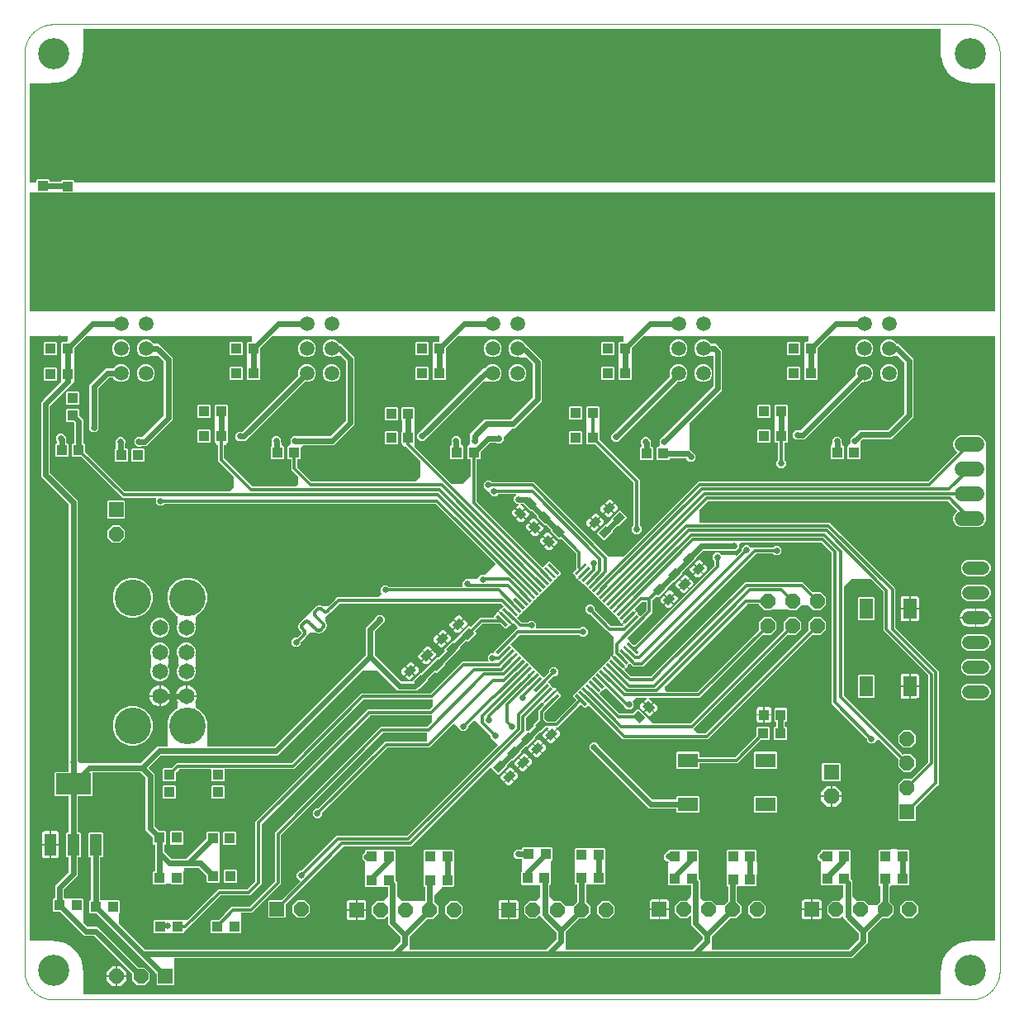
<source format=gtl>
G04 EAGLE Gerber RS-274X export*
G75*
%MOMM*%
%FSLAX34Y34*%
%LPD*%
%INTop Layer*%
%IPPOS*%
%AMOC8*
5,1,8,0,0,1.08239X$1,22.5*%
G01*
%ADD10C,0.000000*%
%ADD11C,3.200000*%
%ADD12R,1.500000X1.500000*%
%ADD13C,1.500000*%
%ADD14R,1.600000X1.600000*%
%ADD15P,1.731824X8X112.500000*%
%ADD16C,1.650000*%
%ADD17C,3.750000*%
%ADD18R,1.100000X1.000000*%
%ADD19R,1.080000X1.050000*%
%ADD20R,1.200000X1.200000*%
%ADD21C,1.200000*%
%ADD22R,1.040000X0.810000*%
%ADD23P,1.623585X8X202.500000*%
%ADD24R,1.400000X2.050000*%
%ADD25C,1.371600*%
%ADD26R,1.050000X1.080000*%
%ADD27P,1.623585X8X292.500000*%
%ADD28P,1.649562X8X22.500000*%
%ADD29C,1.524000*%
%ADD30P,1.623585X8X22.500000*%
%ADD31P,1.623585X8X112.500000*%
%ADD32R,2.050000X1.400000*%
%ADD33R,1.000000X1.100000*%
%ADD34R,1.475000X0.300000*%
%ADD35R,1.219200X2.235200*%
%ADD36R,3.600000X2.200000*%
%ADD37C,0.609600*%
%ADD38C,0.654800*%
%ADD39C,0.304800*%
%ADD40C,3.556000*%
%ADD41C,0.152400*%

G36*
X939288Y5092D02*
X939288Y5092D01*
X939339Y5094D01*
X939371Y5112D01*
X939407Y5120D01*
X939446Y5153D01*
X939491Y5177D01*
X939512Y5207D01*
X939540Y5230D01*
X939561Y5277D01*
X939591Y5319D01*
X939599Y5361D01*
X939611Y5389D01*
X939610Y5419D01*
X939618Y5461D01*
X939618Y30158D01*
X939888Y30428D01*
X939928Y30492D01*
X939972Y30554D01*
X939974Y30566D01*
X939979Y30575D01*
X939983Y30612D01*
X939999Y30697D01*
X939999Y33950D01*
X942044Y41580D01*
X945993Y48421D01*
X951579Y54007D01*
X958420Y57956D01*
X966050Y60001D01*
X969303Y60001D01*
X969377Y60018D01*
X969452Y60031D01*
X969462Y60038D01*
X969472Y60040D01*
X969501Y60064D01*
X969572Y60112D01*
X969842Y60382D01*
X994539Y60382D01*
X994589Y60393D01*
X994640Y60395D01*
X994672Y60413D01*
X994708Y60421D01*
X994747Y60454D01*
X994792Y60478D01*
X994813Y60508D01*
X994841Y60531D01*
X994862Y60578D01*
X994892Y60620D01*
X994900Y60662D01*
X994912Y60690D01*
X994911Y60720D01*
X994919Y60762D01*
X994919Y680000D01*
X994908Y680050D01*
X994906Y680101D01*
X994888Y680133D01*
X994880Y680169D01*
X994847Y680208D01*
X994823Y680253D01*
X994793Y680274D01*
X994770Y680302D01*
X994723Y680323D01*
X994681Y680353D01*
X994639Y680361D01*
X994611Y680373D01*
X994581Y680372D01*
X994539Y680380D01*
X825595Y680380D01*
X825521Y680363D01*
X825446Y680350D01*
X825436Y680343D01*
X825426Y680341D01*
X825397Y680317D01*
X825326Y680269D01*
X813196Y668139D01*
X813165Y668089D01*
X813163Y668087D01*
X813160Y668081D01*
X813156Y668075D01*
X813112Y668013D01*
X813110Y668001D01*
X813105Y667992D01*
X813101Y667955D01*
X813099Y667946D01*
X813092Y667929D01*
X813092Y667910D01*
X813085Y667870D01*
X813085Y661783D01*
X813102Y661708D01*
X813115Y661634D01*
X813122Y661624D01*
X813124Y661614D01*
X813148Y661585D01*
X813182Y661535D01*
X813182Y648503D01*
X813156Y648462D01*
X813112Y648400D01*
X813110Y648388D01*
X813105Y648379D01*
X813101Y648342D01*
X813085Y648257D01*
X813085Y636288D01*
X812192Y635395D01*
X800428Y635395D01*
X799535Y636288D01*
X799535Y648352D01*
X799607Y648423D01*
X799647Y648488D01*
X799691Y648550D01*
X799693Y648562D01*
X799698Y648570D01*
X799702Y648607D01*
X799718Y648692D01*
X799718Y661348D01*
X799701Y661422D01*
X799688Y661497D01*
X799681Y661507D01*
X799679Y661517D01*
X799655Y661545D01*
X799607Y661617D01*
X799535Y661688D01*
X799535Y673752D01*
X800428Y674645D01*
X803148Y674645D01*
X803198Y674656D01*
X803249Y674658D01*
X803281Y674676D01*
X803317Y674684D01*
X803356Y674717D01*
X803401Y674741D01*
X803422Y674771D01*
X803450Y674794D01*
X803471Y674841D01*
X803501Y674883D01*
X803509Y674925D01*
X803521Y674953D01*
X803520Y674983D01*
X803528Y675025D01*
X803528Y680000D01*
X803517Y680050D01*
X803515Y680101D01*
X803497Y680133D01*
X803489Y680169D01*
X803456Y680208D01*
X803432Y680253D01*
X803402Y680274D01*
X803379Y680302D01*
X803332Y680323D01*
X803290Y680353D01*
X803248Y680361D01*
X803220Y680373D01*
X803190Y680372D01*
X803148Y680380D01*
X635095Y680380D01*
X635021Y680363D01*
X634946Y680350D01*
X634936Y680343D01*
X634926Y680341D01*
X634897Y680317D01*
X634826Y680269D01*
X622696Y668139D01*
X622665Y668089D01*
X622663Y668087D01*
X622660Y668081D01*
X622656Y668075D01*
X622612Y668013D01*
X622610Y668001D01*
X622605Y667992D01*
X622601Y667955D01*
X622599Y667946D01*
X622592Y667929D01*
X622592Y667910D01*
X622585Y667870D01*
X622585Y661783D01*
X622602Y661709D01*
X622615Y661634D01*
X622622Y661624D01*
X622624Y661614D01*
X622648Y661585D01*
X622682Y661535D01*
X622682Y648503D01*
X622656Y648462D01*
X622612Y648400D01*
X622610Y648388D01*
X622605Y648379D01*
X622601Y648342D01*
X622585Y648257D01*
X622585Y636288D01*
X621692Y635395D01*
X609928Y635395D01*
X609035Y636288D01*
X609035Y648352D01*
X609107Y648423D01*
X609147Y648488D01*
X609191Y648550D01*
X609193Y648562D01*
X609198Y648570D01*
X609202Y648607D01*
X609218Y648692D01*
X609218Y661348D01*
X609201Y661422D01*
X609188Y661497D01*
X609181Y661507D01*
X609179Y661517D01*
X609155Y661545D01*
X609107Y661617D01*
X609035Y661688D01*
X609035Y673752D01*
X609928Y674645D01*
X613918Y674645D01*
X613968Y674656D01*
X614019Y674658D01*
X614051Y674676D01*
X614087Y674684D01*
X614126Y674717D01*
X614171Y674741D01*
X614192Y674771D01*
X614220Y674794D01*
X614241Y674841D01*
X614271Y674883D01*
X614279Y674925D01*
X614291Y674953D01*
X614290Y674983D01*
X614298Y675025D01*
X614298Y680000D01*
X614287Y680050D01*
X614285Y680101D01*
X614267Y680133D01*
X614259Y680169D01*
X614226Y680208D01*
X614202Y680253D01*
X614172Y680274D01*
X614149Y680302D01*
X614102Y680323D01*
X614060Y680353D01*
X614018Y680361D01*
X613990Y680373D01*
X613960Y680372D01*
X613918Y680380D01*
X444595Y680380D01*
X444521Y680363D01*
X444446Y680350D01*
X444436Y680343D01*
X444426Y680341D01*
X444397Y680317D01*
X444326Y680269D01*
X432196Y668139D01*
X432165Y668089D01*
X432163Y668087D01*
X432160Y668081D01*
X432156Y668075D01*
X432112Y668013D01*
X432110Y668001D01*
X432105Y667992D01*
X432101Y667955D01*
X432099Y667946D01*
X432092Y667929D01*
X432092Y667910D01*
X432085Y667870D01*
X432085Y661783D01*
X432102Y661709D01*
X432115Y661634D01*
X432122Y661624D01*
X432124Y661614D01*
X432148Y661585D01*
X432182Y661535D01*
X432182Y648503D01*
X432156Y648462D01*
X432112Y648400D01*
X432110Y648388D01*
X432105Y648379D01*
X432101Y648342D01*
X432085Y648257D01*
X432085Y636288D01*
X431192Y635395D01*
X419428Y635395D01*
X418535Y636288D01*
X418535Y648352D01*
X418607Y648423D01*
X418647Y648488D01*
X418691Y648550D01*
X418693Y648562D01*
X418698Y648570D01*
X418702Y648607D01*
X418718Y648692D01*
X418718Y661348D01*
X418701Y661422D01*
X418688Y661497D01*
X418681Y661507D01*
X418679Y661517D01*
X418655Y661545D01*
X418607Y661617D01*
X418535Y661688D01*
X418535Y673752D01*
X419428Y674645D01*
X424738Y674645D01*
X424788Y674656D01*
X424839Y674658D01*
X424871Y674676D01*
X424907Y674684D01*
X424946Y674717D01*
X424991Y674741D01*
X425012Y674771D01*
X425040Y674794D01*
X425061Y674841D01*
X425091Y674883D01*
X425099Y674925D01*
X425111Y674953D01*
X425110Y674983D01*
X425118Y675025D01*
X425118Y680000D01*
X425107Y680050D01*
X425105Y680101D01*
X425087Y680133D01*
X425079Y680169D01*
X425046Y680208D01*
X425022Y680253D01*
X424992Y680274D01*
X424969Y680302D01*
X424922Y680323D01*
X424880Y680353D01*
X424838Y680361D01*
X424810Y680373D01*
X424780Y680372D01*
X424738Y680380D01*
X254095Y680380D01*
X254021Y680363D01*
X253946Y680350D01*
X253936Y680343D01*
X253926Y680341D01*
X253897Y680317D01*
X253826Y680269D01*
X241696Y668139D01*
X241665Y668089D01*
X241663Y668087D01*
X241660Y668081D01*
X241656Y668075D01*
X241612Y668013D01*
X241610Y668001D01*
X241605Y667992D01*
X241601Y667955D01*
X241599Y667946D01*
X241592Y667929D01*
X241592Y667910D01*
X241585Y667870D01*
X241585Y661783D01*
X241602Y661709D01*
X241615Y661634D01*
X241622Y661624D01*
X241624Y661614D01*
X241648Y661585D01*
X241682Y661535D01*
X241682Y648503D01*
X241656Y648462D01*
X241612Y648400D01*
X241610Y648388D01*
X241605Y648379D01*
X241601Y648342D01*
X241585Y648257D01*
X241585Y636288D01*
X240692Y635395D01*
X228928Y635395D01*
X228035Y636288D01*
X228035Y648352D01*
X228107Y648423D01*
X228147Y648488D01*
X228191Y648550D01*
X228193Y648562D01*
X228198Y648570D01*
X228202Y648607D01*
X228218Y648692D01*
X228218Y661348D01*
X228201Y661422D01*
X228188Y661497D01*
X228181Y661507D01*
X228179Y661517D01*
X228155Y661545D01*
X228107Y661617D01*
X228035Y661688D01*
X228035Y673752D01*
X228928Y674645D01*
X232918Y674645D01*
X232968Y674656D01*
X233019Y674658D01*
X233051Y674676D01*
X233087Y674684D01*
X233126Y674717D01*
X233171Y674741D01*
X233192Y674771D01*
X233220Y674794D01*
X233241Y674841D01*
X233271Y674883D01*
X233279Y674925D01*
X233291Y674953D01*
X233290Y674983D01*
X233298Y675025D01*
X233298Y680000D01*
X233287Y680050D01*
X233285Y680101D01*
X233267Y680133D01*
X233259Y680169D01*
X233226Y680208D01*
X233202Y680253D01*
X233172Y680274D01*
X233149Y680302D01*
X233102Y680323D01*
X233060Y680353D01*
X233018Y680361D01*
X232990Y680373D01*
X232960Y680372D01*
X232918Y680380D01*
X63595Y680380D01*
X63521Y680363D01*
X63446Y680350D01*
X63436Y680343D01*
X63426Y680341D01*
X63397Y680317D01*
X63326Y680269D01*
X51196Y668139D01*
X51165Y668089D01*
X51163Y668087D01*
X51160Y668081D01*
X51156Y668075D01*
X51112Y668013D01*
X51110Y668001D01*
X51105Y667992D01*
X51101Y667955D01*
X51099Y667946D01*
X51092Y667929D01*
X51092Y667910D01*
X51085Y667870D01*
X51085Y661783D01*
X51102Y661709D01*
X51115Y661634D01*
X51122Y661624D01*
X51124Y661614D01*
X51148Y661585D01*
X51182Y661535D01*
X51182Y647233D01*
X51156Y647192D01*
X51112Y647130D01*
X51110Y647118D01*
X51105Y647109D01*
X51101Y647072D01*
X51085Y646987D01*
X51085Y635018D01*
X50922Y634856D01*
X50895Y634812D01*
X50860Y634775D01*
X50850Y634740D01*
X50831Y634708D01*
X50826Y634658D01*
X50811Y634609D01*
X50817Y634573D01*
X50814Y634536D01*
X50832Y634488D01*
X50841Y634438D01*
X50865Y634403D01*
X50876Y634374D01*
X50898Y634353D01*
X50922Y634318D01*
X51182Y634058D01*
X51182Y633742D01*
X48994Y631554D01*
X48954Y631490D01*
X48910Y631428D01*
X48909Y631423D01*
X26274Y608787D01*
X26265Y608772D01*
X26260Y608768D01*
X26253Y608754D01*
X26234Y608723D01*
X26190Y608661D01*
X26188Y608649D01*
X26183Y608640D01*
X26179Y608603D01*
X26163Y608518D01*
X26163Y540232D01*
X26180Y540158D01*
X26193Y540083D01*
X26200Y540073D01*
X26202Y540063D01*
X26226Y540034D01*
X26274Y539963D01*
X54573Y511664D01*
X54573Y245625D01*
X54590Y245551D01*
X54603Y245476D01*
X54610Y245466D01*
X54612Y245456D01*
X54636Y245427D01*
X54684Y245356D01*
X57447Y242593D01*
X57511Y242553D01*
X57573Y242509D01*
X57585Y242507D01*
X57594Y242502D01*
X57631Y242498D01*
X57716Y242482D01*
X65058Y242482D01*
X65060Y242480D01*
X65125Y242440D01*
X65187Y242396D01*
X65199Y242394D01*
X65207Y242389D01*
X65244Y242385D01*
X65329Y242369D01*
X118903Y242369D01*
X118977Y242386D01*
X119051Y242399D01*
X119062Y242406D01*
X119071Y242408D01*
X119100Y242432D01*
X119171Y242480D01*
X136364Y259673D01*
X146438Y259673D01*
X146488Y259684D01*
X146539Y259686D01*
X146571Y259704D01*
X146607Y259712D01*
X146646Y259745D01*
X146691Y259769D01*
X146712Y259799D01*
X146740Y259822D01*
X146761Y259869D01*
X146791Y259911D01*
X146799Y259953D01*
X146811Y259981D01*
X146810Y260011D01*
X146818Y260053D01*
X146818Y276305D01*
X146818Y276306D01*
X146818Y276308D01*
X146789Y276450D01*
X146695Y276677D01*
X146695Y284743D01*
X149782Y292195D01*
X155485Y297898D01*
X155884Y298063D01*
X155935Y298100D01*
X155991Y298130D01*
X156005Y298150D01*
X156024Y298164D01*
X156054Y298220D01*
X156091Y298272D01*
X156096Y298299D01*
X156106Y298317D01*
X156107Y298355D01*
X156118Y298414D01*
X156118Y298658D01*
X157007Y299547D01*
X157047Y299611D01*
X157091Y299673D01*
X157093Y299685D01*
X157098Y299694D01*
X157102Y299731D01*
X157118Y299816D01*
X157118Y304158D01*
X157400Y304440D01*
X157411Y304458D01*
X157428Y304471D01*
X157456Y304531D01*
X157491Y304587D01*
X157493Y304608D01*
X157502Y304627D01*
X157501Y304693D01*
X157508Y304759D01*
X157500Y304779D01*
X157500Y304801D01*
X157457Y304892D01*
X157446Y304921D01*
X157442Y304925D01*
X157438Y304932D01*
X156841Y305754D01*
X156070Y307268D01*
X155545Y308883D01*
X155279Y310561D01*
X155279Y310649D01*
X165689Y310649D01*
X165739Y310660D01*
X165790Y310662D01*
X165822Y310680D01*
X165858Y310688D01*
X165897Y310721D01*
X165942Y310745D01*
X165963Y310775D01*
X165991Y310798D01*
X166012Y310845D01*
X166041Y310887D01*
X166050Y310929D01*
X166062Y310957D01*
X166061Y310987D01*
X166069Y311029D01*
X166069Y311411D01*
X166071Y311411D01*
X166071Y311029D01*
X166083Y310979D01*
X166084Y310928D01*
X166102Y310896D01*
X166110Y310860D01*
X166143Y310821D01*
X166167Y310776D01*
X166197Y310755D01*
X166221Y310727D01*
X166267Y310706D01*
X166309Y310676D01*
X166351Y310668D01*
X166379Y310656D01*
X166409Y310657D01*
X166451Y310649D01*
X176861Y310649D01*
X176861Y310561D01*
X176595Y308883D01*
X176070Y307268D01*
X175299Y305754D01*
X175063Y305430D01*
X175055Y305410D01*
X175041Y305395D01*
X175022Y305331D01*
X174996Y305270D01*
X174998Y305249D01*
X174991Y305229D01*
X175003Y305163D01*
X175007Y305097D01*
X175017Y305079D01*
X175021Y305058D01*
X175077Y304974D01*
X175093Y304947D01*
X175098Y304944D01*
X175102Y304938D01*
X175382Y304658D01*
X175382Y299816D01*
X175399Y299741D01*
X175412Y299667D01*
X175419Y299657D01*
X175421Y299647D01*
X175445Y299618D01*
X175493Y299547D01*
X176160Y298880D01*
X176161Y298879D01*
X176162Y298877D01*
X176283Y298798D01*
X178455Y297898D01*
X184158Y292195D01*
X187245Y284743D01*
X187245Y276677D01*
X187211Y276595D01*
X187210Y276593D01*
X187209Y276592D01*
X187182Y276449D01*
X187182Y260053D01*
X187193Y260003D01*
X187195Y259952D01*
X187213Y259920D01*
X187221Y259884D01*
X187254Y259845D01*
X187278Y259800D01*
X187308Y259779D01*
X187331Y259751D01*
X187378Y259730D01*
X187420Y259700D01*
X187462Y259692D01*
X187490Y259680D01*
X187520Y259681D01*
X187562Y259673D01*
X255888Y259673D01*
X255962Y259690D01*
X256037Y259703D01*
X256047Y259710D01*
X256057Y259712D01*
X256086Y259736D01*
X256157Y259784D01*
X349806Y353433D01*
X349846Y353497D01*
X349890Y353559D01*
X349892Y353571D01*
X349897Y353580D01*
X349901Y353617D01*
X349917Y353702D01*
X349917Y381184D01*
X359590Y390857D01*
X359630Y390921D01*
X359674Y390983D01*
X359676Y390995D01*
X359681Y391004D01*
X359685Y391041D01*
X359701Y391126D01*
X359701Y391488D01*
X362512Y394299D01*
X366488Y394299D01*
X369299Y391488D01*
X369299Y387512D01*
X366476Y384690D01*
X366452Y384684D01*
X366377Y384671D01*
X366367Y384664D01*
X366357Y384662D01*
X366328Y384638D01*
X366257Y384590D01*
X359174Y377507D01*
X359134Y377443D01*
X359090Y377381D01*
X359088Y377369D01*
X359083Y377360D01*
X359079Y377323D01*
X359063Y377238D01*
X359063Y353702D01*
X359080Y353628D01*
X359093Y353553D01*
X359100Y353543D01*
X359102Y353533D01*
X359126Y353504D01*
X359174Y353433D01*
X382754Y329853D01*
X386223Y326384D01*
X386287Y326344D01*
X386349Y326300D01*
X386361Y326298D01*
X386370Y326293D01*
X386407Y326289D01*
X386492Y326273D01*
X397145Y326273D01*
X397195Y326284D01*
X397246Y326286D01*
X397278Y326304D01*
X397314Y326312D01*
X397354Y326345D01*
X397398Y326369D01*
X397419Y326399D01*
X397448Y326422D01*
X397469Y326469D01*
X397498Y326511D01*
X397506Y326553D01*
X397519Y326581D01*
X397518Y326611D01*
X397526Y326653D01*
X397526Y326727D01*
X405773Y334974D01*
X407032Y334974D01*
X407106Y334992D01*
X407181Y335005D01*
X407191Y335011D01*
X407201Y335014D01*
X407230Y335038D01*
X407301Y335086D01*
X419718Y347503D01*
X419771Y347512D01*
X419781Y347519D01*
X419791Y347521D01*
X419820Y347545D01*
X419891Y347593D01*
X423273Y350974D01*
X424532Y350974D01*
X424606Y350992D01*
X424681Y351005D01*
X424691Y351011D01*
X424701Y351014D01*
X424730Y351038D01*
X424801Y351086D01*
X431084Y357368D01*
X431111Y357412D01*
X431145Y357449D01*
X431156Y357484D01*
X431175Y357515D01*
X431180Y357566D01*
X431195Y357615D01*
X431188Y357651D01*
X431192Y357688D01*
X431174Y357736D01*
X431165Y357786D01*
X431141Y357821D01*
X431130Y357850D01*
X431108Y357871D01*
X431084Y357906D01*
X430526Y358464D01*
X430526Y359727D01*
X438773Y367974D01*
X440032Y367974D01*
X440106Y367992D01*
X440181Y368005D01*
X440191Y368011D01*
X440201Y368014D01*
X440230Y368038D01*
X440301Y368086D01*
X451718Y379503D01*
X451771Y379512D01*
X451781Y379519D01*
X451791Y379521D01*
X451820Y379545D01*
X451891Y379593D01*
X455273Y382974D01*
X456536Y382974D01*
X457422Y382089D01*
X457465Y382062D01*
X457502Y382027D01*
X457538Y382017D01*
X457569Y381997D01*
X457620Y381992D01*
X457669Y381978D01*
X457705Y381984D01*
X457741Y381981D01*
X457789Y381999D01*
X457839Y382007D01*
X457875Y382031D01*
X457903Y382042D01*
X457924Y382065D01*
X457959Y382089D01*
X465515Y389645D01*
X467413Y391542D01*
X481207Y391542D01*
X481257Y391553D01*
X481308Y391555D01*
X481340Y391573D01*
X481376Y391581D01*
X481415Y391614D01*
X481460Y391638D01*
X481481Y391668D01*
X481509Y391691D01*
X481530Y391738D01*
X481560Y391780D01*
X481568Y391822D01*
X481580Y391850D01*
X481579Y391880D01*
X481587Y391922D01*
X481587Y393279D01*
X483995Y395687D01*
X484036Y395752D01*
X484079Y395814D01*
X484082Y395826D01*
X484087Y395834D01*
X484090Y395871D01*
X484095Y395894D01*
X484100Y395905D01*
X484099Y395918D01*
X484107Y395956D01*
X484107Y396517D01*
X484280Y397163D01*
X484614Y397743D01*
X485382Y398510D01*
X492132Y391760D01*
X492176Y391733D01*
X492213Y391698D01*
X492248Y391688D01*
X492279Y391668D01*
X492330Y391664D01*
X492379Y391649D01*
X492415Y391655D01*
X492452Y391652D01*
X492500Y391670D01*
X492550Y391679D01*
X492585Y391703D01*
X492608Y391711D01*
X492593Y391695D01*
X492582Y391659D01*
X492563Y391628D01*
X492558Y391577D01*
X492544Y391528D01*
X492550Y391492D01*
X492546Y391456D01*
X492564Y391408D01*
X492573Y391358D01*
X492597Y391322D01*
X492608Y391294D01*
X492630Y391273D01*
X492654Y391238D01*
X499405Y384487D01*
X498637Y383720D01*
X498058Y383385D01*
X497412Y383212D01*
X496850Y383212D01*
X496776Y383195D01*
X496702Y383182D01*
X496691Y383175D01*
X496682Y383173D01*
X496653Y383149D01*
X496582Y383101D01*
X494173Y380693D01*
X492910Y380693D01*
X488270Y385333D01*
X488205Y385373D01*
X488143Y385417D01*
X488131Y385419D01*
X488123Y385424D01*
X488086Y385428D01*
X488001Y385444D01*
X470096Y385444D01*
X470022Y385427D01*
X469947Y385414D01*
X469937Y385407D01*
X469927Y385405D01*
X469898Y385381D01*
X469827Y385333D01*
X462271Y377777D01*
X462244Y377734D01*
X462209Y377696D01*
X462199Y377661D01*
X462180Y377630D01*
X462175Y377579D01*
X462160Y377530D01*
X462166Y377494D01*
X462163Y377457D01*
X462181Y377410D01*
X462190Y377359D01*
X462214Y377324D01*
X462225Y377295D01*
X462247Y377275D01*
X462271Y377239D01*
X463157Y376354D01*
X463157Y375090D01*
X454910Y366843D01*
X453646Y366843D01*
X453088Y367401D01*
X453045Y367428D01*
X453008Y367463D01*
X452972Y367473D01*
X452941Y367493D01*
X452890Y367498D01*
X452841Y367512D01*
X452805Y367506D01*
X452769Y367509D01*
X452721Y367491D01*
X452671Y367483D01*
X452635Y367459D01*
X452607Y367448D01*
X452586Y367425D01*
X452551Y367401D01*
X446768Y361619D01*
X446760Y361606D01*
X446759Y361604D01*
X446728Y361554D01*
X446684Y361492D01*
X446682Y361480D01*
X446677Y361472D01*
X446673Y361435D01*
X446657Y361350D01*
X446657Y360090D01*
X443275Y356709D01*
X443251Y356670D01*
X443242Y356662D01*
X443231Y356639D01*
X443192Y356582D01*
X443189Y356570D01*
X443184Y356562D01*
X443181Y356532D01*
X440374Y353725D01*
X431268Y344619D01*
X431228Y344554D01*
X431184Y344492D01*
X431182Y344480D01*
X431177Y344472D01*
X431173Y344435D01*
X431157Y344350D01*
X431157Y343090D01*
X422910Y334843D01*
X421646Y334843D01*
X421088Y335401D01*
X421045Y335428D01*
X421008Y335463D01*
X420972Y335473D01*
X420941Y335493D01*
X420890Y335498D01*
X420841Y335512D01*
X420805Y335506D01*
X420769Y335509D01*
X420721Y335491D01*
X420671Y335483D01*
X420635Y335459D01*
X420607Y335448D01*
X420586Y335425D01*
X420551Y335401D01*
X413768Y328619D01*
X413728Y328554D01*
X413684Y328492D01*
X413682Y328480D01*
X413677Y328472D01*
X413673Y328435D01*
X413657Y328350D01*
X413657Y327090D01*
X405410Y318843D01*
X404150Y318843D01*
X404076Y318826D01*
X404001Y318813D01*
X403991Y318806D01*
X403981Y318804D01*
X403953Y318780D01*
X403881Y318732D01*
X402276Y317127D01*
X382546Y317127D01*
X379756Y319917D01*
X376287Y323386D01*
X362125Y337548D01*
X362082Y337575D01*
X362044Y337609D01*
X362009Y337620D01*
X361978Y337639D01*
X361927Y337644D01*
X361878Y337659D01*
X361842Y337652D01*
X361806Y337656D01*
X361758Y337638D01*
X361708Y337629D01*
X361692Y337618D01*
X347083Y337618D01*
X347009Y337601D01*
X346934Y337588D01*
X346924Y337581D01*
X346914Y337579D01*
X346885Y337555D01*
X346814Y337507D01*
X262624Y253317D01*
X259834Y250527D01*
X140310Y250527D01*
X140236Y250510D01*
X140161Y250497D01*
X140151Y250490D01*
X140141Y250488D01*
X140112Y250464D01*
X140041Y250416D01*
X127690Y238065D01*
X127671Y238035D01*
X127658Y238024D01*
X127652Y238009D01*
X127628Y237984D01*
X127618Y237949D01*
X127599Y237917D01*
X127595Y237883D01*
X127588Y237866D01*
X127588Y237849D01*
X127579Y237818D01*
X127585Y237782D01*
X127582Y237745D01*
X127593Y237715D01*
X127594Y237693D01*
X127604Y237675D01*
X127609Y237647D01*
X127633Y237612D01*
X127644Y237583D01*
X127664Y237564D01*
X127677Y237541D01*
X127684Y237536D01*
X127690Y237527D01*
X133323Y231894D01*
X133323Y178052D01*
X133340Y177978D01*
X133353Y177903D01*
X133360Y177893D01*
X133362Y177883D01*
X133386Y177854D01*
X133434Y177783D01*
X138181Y173036D01*
X138245Y172996D01*
X138307Y172952D01*
X138319Y172950D01*
X138328Y172945D01*
X138365Y172941D01*
X138450Y172925D01*
X144632Y172925D01*
X145525Y172032D01*
X145525Y159968D01*
X144632Y159075D01*
X143703Y159075D01*
X143653Y159064D01*
X143602Y159062D01*
X143570Y159044D01*
X143534Y159036D01*
X143495Y159003D01*
X143450Y158979D01*
X143429Y158949D01*
X143401Y158926D01*
X143380Y158879D01*
X143350Y158837D01*
X143342Y158795D01*
X143330Y158767D01*
X143331Y158737D01*
X143323Y158695D01*
X143323Y152052D01*
X143340Y151978D01*
X143353Y151903D01*
X143360Y151893D01*
X143362Y151883D01*
X143386Y151854D01*
X143434Y151783D01*
X150533Y144684D01*
X150597Y144644D01*
X150659Y144600D01*
X150671Y144598D01*
X150680Y144593D01*
X150717Y144589D01*
X150802Y144573D01*
X166339Y144573D01*
X166417Y144591D01*
X166495Y144606D01*
X166501Y144611D01*
X166508Y144612D01*
X166533Y144633D01*
X166613Y144689D01*
X186269Y165140D01*
X186306Y165202D01*
X186348Y165261D01*
X186351Y165277D01*
X186358Y165289D01*
X186361Y165328D01*
X186375Y165403D01*
X186375Y171732D01*
X187268Y172625D01*
X199032Y172625D01*
X199925Y171732D01*
X199925Y163673D01*
X199942Y163599D01*
X199955Y163524D01*
X199962Y163514D01*
X199964Y163504D01*
X199982Y163483D01*
X199982Y133432D01*
X199999Y133358D01*
X200012Y133283D01*
X200019Y133273D01*
X200021Y133263D01*
X200045Y133235D01*
X200093Y133163D01*
X200625Y132632D01*
X200625Y120568D01*
X199732Y119675D01*
X187968Y119675D01*
X187075Y120568D01*
X187075Y126750D01*
X187058Y126824D01*
X187045Y126899D01*
X187038Y126909D01*
X187036Y126919D01*
X187012Y126948D01*
X186972Y127007D01*
X186969Y127014D01*
X186967Y127015D01*
X186964Y127019D01*
X178667Y135316D01*
X178603Y135356D01*
X178541Y135400D01*
X178529Y135402D01*
X178520Y135407D01*
X178483Y135411D01*
X178398Y135427D01*
X168498Y135427D01*
X168494Y135426D01*
X168490Y135427D01*
X166610Y135390D01*
X166596Y135400D01*
X166580Y135403D01*
X166569Y135410D01*
X166530Y135413D01*
X166454Y135427D01*
X163762Y135427D01*
X163712Y135416D01*
X163661Y135414D01*
X163629Y135396D01*
X163593Y135388D01*
X163554Y135355D01*
X163509Y135331D01*
X163488Y135301D01*
X163460Y135278D01*
X163439Y135231D01*
X163409Y135189D01*
X163401Y135147D01*
X163389Y135119D01*
X163390Y135089D01*
X163382Y135047D01*
X163382Y131842D01*
X163067Y131527D01*
X163040Y131484D01*
X163005Y131446D01*
X162995Y131411D01*
X162976Y131380D01*
X162971Y131329D01*
X162956Y131280D01*
X162962Y131244D01*
X162959Y131207D01*
X162977Y131160D01*
X162986Y131109D01*
X163010Y131074D01*
X163021Y131045D01*
X163025Y131042D01*
X163025Y118968D01*
X162132Y118075D01*
X150368Y118075D01*
X149937Y118507D01*
X149872Y118547D01*
X149810Y118591D01*
X149798Y118593D01*
X149790Y118598D01*
X149753Y118602D01*
X149668Y118618D01*
X145332Y118618D01*
X145258Y118601D01*
X145183Y118588D01*
X145173Y118581D01*
X145163Y118579D01*
X145135Y118555D01*
X145063Y118507D01*
X144632Y118075D01*
X132868Y118075D01*
X131975Y118968D01*
X131975Y131032D01*
X132868Y131925D01*
X133797Y131925D01*
X133847Y131936D01*
X133898Y131938D01*
X133930Y131956D01*
X133966Y131964D01*
X134005Y131997D01*
X134050Y132021D01*
X134071Y132051D01*
X134099Y132074D01*
X134120Y132121D01*
X134150Y132163D01*
X134158Y132205D01*
X134170Y132233D01*
X134169Y132263D01*
X134177Y132305D01*
X134177Y158695D01*
X134166Y158745D01*
X134164Y158796D01*
X134146Y158828D01*
X134138Y158864D01*
X134105Y158903D01*
X134081Y158948D01*
X134051Y158969D01*
X134028Y158997D01*
X133981Y159018D01*
X133939Y159048D01*
X133897Y159056D01*
X133869Y159068D01*
X133839Y159067D01*
X133797Y159075D01*
X132868Y159075D01*
X131975Y159968D01*
X131975Y166150D01*
X131958Y166224D01*
X131945Y166299D01*
X131938Y166309D01*
X131936Y166319D01*
X131912Y166348D01*
X131864Y166419D01*
X124177Y174106D01*
X124177Y227948D01*
X124164Y228006D01*
X124164Y228008D01*
X124163Y228009D01*
X124160Y228022D01*
X124147Y228097D01*
X124140Y228107D01*
X124138Y228117D01*
X124114Y228146D01*
X124066Y228217D01*
X119171Y233112D01*
X119107Y233152D01*
X119045Y233195D01*
X119033Y233198D01*
X119024Y233203D01*
X118987Y233207D01*
X118903Y233223D01*
X69841Y233223D01*
X69816Y233217D01*
X69790Y233220D01*
X69733Y233198D01*
X69672Y233184D01*
X69653Y233167D01*
X69628Y233158D01*
X69587Y233113D01*
X69539Y233073D01*
X69528Y233050D01*
X69511Y233031D01*
X69493Y232972D01*
X69468Y232915D01*
X69469Y232889D01*
X69462Y232865D01*
X69472Y232804D01*
X69475Y232742D01*
X69487Y232719D01*
X69491Y232694D01*
X69525Y232644D01*
X69525Y209358D01*
X68632Y208465D01*
X54953Y208465D01*
X54903Y208454D01*
X54852Y208452D01*
X54820Y208434D01*
X54784Y208426D01*
X54745Y208393D01*
X54700Y208369D01*
X54679Y208339D01*
X54651Y208316D01*
X54630Y208269D01*
X54600Y208227D01*
X54592Y208185D01*
X54580Y208157D01*
X54581Y208127D01*
X54573Y208085D01*
X54573Y172093D01*
X54584Y172043D01*
X54586Y171992D01*
X54604Y171960D01*
X54612Y171924D01*
X54645Y171885D01*
X54669Y171840D01*
X54699Y171819D01*
X54722Y171791D01*
X54769Y171770D01*
X54811Y171740D01*
X54853Y171732D01*
X54881Y171720D01*
X54911Y171721D01*
X54953Y171713D01*
X56728Y171713D01*
X57621Y170820D01*
X57621Y147204D01*
X56728Y146311D01*
X54953Y146311D01*
X54903Y146300D01*
X54852Y146298D01*
X54820Y146280D01*
X54784Y146272D01*
X54745Y146239D01*
X54700Y146215D01*
X54679Y146185D01*
X54651Y146162D01*
X54630Y146115D01*
X54600Y146073D01*
X54592Y146031D01*
X54580Y146003D01*
X54581Y145973D01*
X54573Y145931D01*
X54573Y127156D01*
X40644Y113227D01*
X40604Y113163D01*
X40560Y113101D01*
X40558Y113089D01*
X40553Y113080D01*
X40549Y113043D01*
X40533Y112958D01*
X40533Y104425D01*
X40544Y104375D01*
X40546Y104324D01*
X40564Y104292D01*
X40572Y104256D01*
X40605Y104217D01*
X40629Y104172D01*
X40659Y104151D01*
X40682Y104123D01*
X40729Y104102D01*
X40771Y104072D01*
X40813Y104064D01*
X40841Y104052D01*
X40871Y104053D01*
X40913Y104045D01*
X41842Y104045D01*
X41893Y103993D01*
X41958Y103953D01*
X42020Y103909D01*
X42032Y103907D01*
X42040Y103902D01*
X42077Y103898D01*
X42162Y103882D01*
X47258Y103882D01*
X47332Y103899D01*
X47407Y103912D01*
X47417Y103919D01*
X47427Y103921D01*
X47455Y103945D01*
X47527Y103993D01*
X47578Y104045D01*
X59342Y104045D01*
X60235Y103152D01*
X60235Y91056D01*
X60209Y91020D01*
X60207Y91008D01*
X60202Y91000D01*
X60198Y90963D01*
X60182Y90878D01*
X60182Y79523D01*
X60199Y79449D01*
X60212Y79374D01*
X60219Y79364D01*
X60221Y79354D01*
X60245Y79325D01*
X60293Y79254D01*
X64863Y74684D01*
X64927Y74644D01*
X64989Y74600D01*
X65001Y74598D01*
X65010Y74593D01*
X65047Y74589D01*
X65132Y74573D01*
X75294Y74573D01*
X116901Y32966D01*
X116965Y32926D01*
X117027Y32882D01*
X117039Y32880D01*
X117048Y32875D01*
X117085Y32871D01*
X117170Y32855D01*
X123308Y32855D01*
X128595Y27568D01*
X128595Y20092D01*
X123308Y14805D01*
X115832Y14805D01*
X110545Y20092D01*
X110545Y26230D01*
X110528Y26304D01*
X110515Y26379D01*
X110508Y26389D01*
X110506Y26399D01*
X110482Y26428D01*
X110434Y26499D01*
X71617Y65316D01*
X71553Y65356D01*
X71491Y65400D01*
X71479Y65402D01*
X71470Y65407D01*
X71433Y65411D01*
X71348Y65427D01*
X61186Y65427D01*
X36529Y90084D01*
X36465Y90124D01*
X36403Y90168D01*
X36391Y90170D01*
X36382Y90175D01*
X36345Y90179D01*
X36260Y90195D01*
X30078Y90195D01*
X29185Y91088D01*
X29185Y103152D01*
X30078Y104045D01*
X31007Y104045D01*
X31057Y104056D01*
X31108Y104058D01*
X31140Y104076D01*
X31176Y104084D01*
X31215Y104117D01*
X31260Y104141D01*
X31281Y104171D01*
X31309Y104194D01*
X31330Y104241D01*
X31360Y104283D01*
X31368Y104325D01*
X31380Y104353D01*
X31379Y104383D01*
X31387Y104425D01*
X31387Y116904D01*
X45316Y130833D01*
X45356Y130897D01*
X45400Y130959D01*
X45402Y130971D01*
X45407Y130980D01*
X45411Y131017D01*
X45427Y131102D01*
X45427Y145931D01*
X45416Y145981D01*
X45414Y146032D01*
X45396Y146064D01*
X45388Y146100D01*
X45355Y146139D01*
X45331Y146184D01*
X45301Y146205D01*
X45278Y146233D01*
X45231Y146254D01*
X45189Y146284D01*
X45147Y146292D01*
X45119Y146304D01*
X45089Y146303D01*
X45047Y146311D01*
X43272Y146311D01*
X42379Y147204D01*
X42379Y170820D01*
X43272Y171713D01*
X45047Y171713D01*
X45097Y171724D01*
X45148Y171726D01*
X45180Y171744D01*
X45216Y171752D01*
X45255Y171785D01*
X45300Y171809D01*
X45321Y171839D01*
X45349Y171862D01*
X45370Y171909D01*
X45400Y171951D01*
X45408Y171993D01*
X45420Y172021D01*
X45419Y172051D01*
X45427Y172093D01*
X45427Y208085D01*
X45416Y208135D01*
X45414Y208186D01*
X45396Y208218D01*
X45388Y208254D01*
X45355Y208293D01*
X45331Y208338D01*
X45301Y208359D01*
X45278Y208387D01*
X45231Y208408D01*
X45189Y208438D01*
X45147Y208446D01*
X45119Y208458D01*
X45089Y208457D01*
X45047Y208465D01*
X31368Y208465D01*
X30475Y209358D01*
X30475Y232622D01*
X31368Y233515D01*
X45047Y233515D01*
X45097Y233526D01*
X45148Y233528D01*
X45180Y233546D01*
X45216Y233554D01*
X45255Y233587D01*
X45300Y233611D01*
X45321Y233641D01*
X45349Y233664D01*
X45370Y233711D01*
X45400Y233753D01*
X45408Y233795D01*
X45420Y233823D01*
X45419Y233853D01*
X45427Y233895D01*
X45427Y240779D01*
X45410Y240853D01*
X45397Y240928D01*
X45390Y240938D01*
X45388Y240948D01*
X45364Y240976D01*
X45316Y241048D01*
X45151Y241212D01*
X45151Y245188D01*
X45316Y245352D01*
X45356Y245417D01*
X45400Y245479D01*
X45402Y245491D01*
X45407Y245500D01*
X45411Y245537D01*
X45427Y245621D01*
X45427Y507718D01*
X45410Y507792D01*
X45397Y507867D01*
X45390Y507877D01*
X45388Y507887D01*
X45364Y507916D01*
X45316Y507987D01*
X17017Y536286D01*
X17017Y612464D01*
X19807Y615254D01*
X36337Y631784D01*
X36377Y631848D01*
X36421Y631910D01*
X36423Y631922D01*
X36428Y631931D01*
X36432Y631968D01*
X36448Y632053D01*
X36448Y632318D01*
X37607Y633477D01*
X37647Y633541D01*
X37691Y633603D01*
X37693Y633615D01*
X37698Y633624D01*
X37702Y633661D01*
X37718Y633746D01*
X37718Y634678D01*
X37701Y634752D01*
X37688Y634827D01*
X37681Y634837D01*
X37679Y634847D01*
X37655Y634875D01*
X37607Y634947D01*
X37535Y635018D01*
X37535Y647082D01*
X37607Y647153D01*
X37647Y647218D01*
X37691Y647280D01*
X37693Y647292D01*
X37698Y647300D01*
X37702Y647337D01*
X37718Y647422D01*
X37718Y661348D01*
X37701Y661422D01*
X37688Y661497D01*
X37681Y661507D01*
X37679Y661517D01*
X37655Y661545D01*
X37607Y661617D01*
X37535Y661688D01*
X37535Y673752D01*
X38428Y674645D01*
X43688Y674645D01*
X43738Y674656D01*
X43789Y674658D01*
X43821Y674676D01*
X43857Y674684D01*
X43896Y674717D01*
X43941Y674741D01*
X43962Y674771D01*
X43990Y674794D01*
X44011Y674841D01*
X44041Y674883D01*
X44049Y674925D01*
X44061Y674953D01*
X44060Y674983D01*
X44068Y675025D01*
X44068Y680000D01*
X44057Y680050D01*
X44055Y680101D01*
X44037Y680133D01*
X44029Y680169D01*
X43996Y680208D01*
X43972Y680253D01*
X43942Y680274D01*
X43919Y680302D01*
X43872Y680323D01*
X43830Y680353D01*
X43788Y680361D01*
X43760Y680373D01*
X43730Y680372D01*
X43688Y680380D01*
X5461Y680380D01*
X5411Y680369D01*
X5360Y680367D01*
X5328Y680349D01*
X5292Y680341D01*
X5253Y680308D01*
X5208Y680284D01*
X5187Y680254D01*
X5159Y680231D01*
X5138Y680184D01*
X5108Y680142D01*
X5100Y680100D01*
X5088Y680072D01*
X5089Y680042D01*
X5081Y680000D01*
X5081Y60762D01*
X5092Y60712D01*
X5094Y60661D01*
X5112Y60629D01*
X5120Y60593D01*
X5153Y60554D01*
X5177Y60509D01*
X5207Y60488D01*
X5230Y60460D01*
X5277Y60439D01*
X5319Y60409D01*
X5361Y60401D01*
X5389Y60389D01*
X5419Y60390D01*
X5461Y60382D01*
X30158Y60382D01*
X30428Y60112D01*
X30492Y60072D01*
X30554Y60028D01*
X30566Y60026D01*
X30575Y60021D01*
X30612Y60017D01*
X30697Y60001D01*
X33950Y60001D01*
X41580Y57956D01*
X48421Y54007D01*
X54007Y48421D01*
X57956Y41580D01*
X60001Y33950D01*
X60001Y30697D01*
X60018Y30623D01*
X60031Y30548D01*
X60038Y30538D01*
X60040Y30528D01*
X60064Y30499D01*
X60112Y30428D01*
X60382Y30158D01*
X60382Y5461D01*
X60393Y5411D01*
X60395Y5360D01*
X60413Y5328D01*
X60421Y5292D01*
X60454Y5253D01*
X60478Y5208D01*
X60508Y5187D01*
X60531Y5159D01*
X60578Y5138D01*
X60620Y5108D01*
X60662Y5100D01*
X60690Y5088D01*
X60720Y5089D01*
X60762Y5081D01*
X939238Y5081D01*
X939288Y5092D01*
G37*
G36*
X994589Y837922D02*
X994589Y837922D01*
X994640Y837924D01*
X994672Y837942D01*
X994708Y837950D01*
X994747Y837982D01*
X994792Y838007D01*
X994813Y838037D01*
X994841Y838060D01*
X994862Y838107D01*
X994892Y838148D01*
X994900Y838190D01*
X994912Y838218D01*
X994911Y838249D01*
X994919Y838291D01*
X994919Y939238D01*
X994908Y939288D01*
X994906Y939339D01*
X994888Y939371D01*
X994880Y939407D01*
X994847Y939446D01*
X994823Y939491D01*
X994793Y939512D01*
X994770Y939540D01*
X994723Y939561D01*
X994681Y939591D01*
X994639Y939599D01*
X994611Y939611D01*
X994581Y939610D01*
X994539Y939618D01*
X969842Y939618D01*
X969572Y939888D01*
X969508Y939928D01*
X969446Y939972D01*
X969434Y939974D01*
X969425Y939979D01*
X969388Y939983D01*
X969303Y939999D01*
X966050Y939999D01*
X958420Y942044D01*
X951579Y945993D01*
X945993Y951579D01*
X942044Y958420D01*
X939999Y966050D01*
X939999Y966303D01*
X939982Y966377D01*
X939969Y966452D01*
X939962Y966462D01*
X939960Y966472D01*
X939936Y966501D01*
X939888Y966572D01*
X939618Y966842D01*
X939618Y994539D01*
X939607Y994589D01*
X939605Y994640D01*
X939587Y994672D01*
X939579Y994708D01*
X939546Y994747D01*
X939522Y994792D01*
X939492Y994813D01*
X939469Y994841D01*
X939422Y994862D01*
X939380Y994892D01*
X939338Y994900D01*
X939310Y994912D01*
X939280Y994911D01*
X939238Y994919D01*
X60762Y994919D01*
X60712Y994908D01*
X60661Y994906D01*
X60629Y994888D01*
X60593Y994880D01*
X60554Y994847D01*
X60509Y994823D01*
X60488Y994793D01*
X60460Y994770D01*
X60439Y994723D01*
X60409Y994681D01*
X60401Y994639D01*
X60389Y994611D01*
X60390Y994581D01*
X60382Y994539D01*
X60382Y970842D01*
X60112Y970572D01*
X60072Y970508D01*
X60028Y970446D01*
X60026Y970434D01*
X60021Y970425D01*
X60017Y970388D01*
X60001Y970303D01*
X60001Y966050D01*
X57956Y958420D01*
X54007Y951579D01*
X48421Y945993D01*
X41580Y942044D01*
X33950Y939999D01*
X27762Y939999D01*
X27712Y939988D01*
X27661Y939986D01*
X27629Y939968D01*
X27593Y939960D01*
X27554Y939927D01*
X27509Y939903D01*
X27488Y939873D01*
X27460Y939850D01*
X27439Y939803D01*
X27409Y939761D01*
X27401Y939719D01*
X27389Y939691D01*
X27390Y939661D01*
X27382Y939619D01*
X27382Y939342D01*
X27158Y939118D01*
X5461Y939118D01*
X5411Y939107D01*
X5360Y939105D01*
X5328Y939087D01*
X5292Y939079D01*
X5253Y939046D01*
X5208Y939022D01*
X5187Y938992D01*
X5159Y938969D01*
X5138Y938922D01*
X5108Y938880D01*
X5100Y938838D01*
X5088Y938810D01*
X5089Y938780D01*
X5081Y938738D01*
X5081Y838399D01*
X5092Y838350D01*
X5094Y838299D01*
X5112Y838267D01*
X5120Y838231D01*
X5153Y838191D01*
X5177Y838147D01*
X5207Y838125D01*
X5230Y838097D01*
X5277Y838076D01*
X5319Y838047D01*
X5361Y838039D01*
X5389Y838026D01*
X5419Y838027D01*
X5461Y838019D01*
X11745Y838019D01*
X11795Y838030D01*
X11846Y838032D01*
X11878Y838050D01*
X11914Y838058D01*
X11953Y838090D01*
X11998Y838115D01*
X12019Y838145D01*
X12047Y838168D01*
X12068Y838215D01*
X12098Y838257D01*
X12106Y838298D01*
X12118Y838326D01*
X12117Y838357D01*
X12125Y838399D01*
X12125Y839832D01*
X13018Y840725D01*
X25082Y840725D01*
X25975Y839832D01*
X25975Y838903D01*
X25986Y838853D01*
X25988Y838802D01*
X26006Y838770D01*
X26014Y838734D01*
X26047Y838695D01*
X26071Y838650D01*
X26101Y838629D01*
X26124Y838601D01*
X26171Y838580D01*
X26213Y838550D01*
X26255Y838542D01*
X26283Y838530D01*
X26313Y838531D01*
X26355Y838523D01*
X36845Y838523D01*
X36895Y838534D01*
X36946Y838536D01*
X36978Y838554D01*
X37014Y838562D01*
X37053Y838595D01*
X37098Y838619D01*
X37119Y838649D01*
X37147Y838672D01*
X37168Y838719D01*
X37198Y838761D01*
X37206Y838803D01*
X37218Y838831D01*
X37217Y838861D01*
X37225Y838903D01*
X37225Y839442D01*
X38118Y840335D01*
X50382Y840335D01*
X51275Y839442D01*
X51275Y838394D01*
X51286Y838345D01*
X51288Y838294D01*
X51306Y838262D01*
X51314Y838226D01*
X51347Y838186D01*
X51371Y838142D01*
X51401Y838120D01*
X51424Y838092D01*
X51471Y838071D01*
X51513Y838042D01*
X51555Y838034D01*
X51583Y838021D01*
X51613Y838022D01*
X51655Y838014D01*
X994539Y837910D01*
X994589Y837922D01*
G37*
G36*
X994589Y705451D02*
X994589Y705451D01*
X994640Y705453D01*
X994672Y705471D01*
X994708Y705479D01*
X994747Y705512D01*
X994792Y705536D01*
X994813Y705566D01*
X994841Y705589D01*
X994862Y705636D01*
X994892Y705678D01*
X994900Y705720D01*
X994912Y705748D01*
X994911Y705778D01*
X994919Y705820D01*
X994919Y827350D01*
X994908Y827400D01*
X994906Y827451D01*
X994888Y827483D01*
X994880Y827519D01*
X994847Y827558D01*
X994823Y827603D01*
X994793Y827624D01*
X994770Y827652D01*
X994723Y827673D01*
X994681Y827703D01*
X994639Y827711D01*
X994611Y827723D01*
X994581Y827722D01*
X994539Y827730D01*
X50984Y827730D01*
X50910Y827713D01*
X50835Y827700D01*
X50825Y827693D01*
X50815Y827691D01*
X50787Y827667D01*
X50715Y827619D01*
X50382Y827285D01*
X38118Y827285D01*
X37785Y827619D01*
X37720Y827659D01*
X37658Y827703D01*
X37646Y827705D01*
X37638Y827710D01*
X37601Y827714D01*
X37516Y827730D01*
X25794Y827730D01*
X25720Y827713D01*
X25645Y827700D01*
X25635Y827693D01*
X25625Y827691D01*
X25597Y827667D01*
X25525Y827619D01*
X25082Y827175D01*
X13018Y827175D01*
X12575Y827619D01*
X12510Y827659D01*
X12448Y827703D01*
X12436Y827705D01*
X12428Y827710D01*
X12391Y827714D01*
X12306Y827730D01*
X5461Y827730D01*
X5411Y827719D01*
X5360Y827717D01*
X5328Y827699D01*
X5292Y827691D01*
X5253Y827658D01*
X5208Y827634D01*
X5187Y827604D01*
X5159Y827581D01*
X5138Y827534D01*
X5108Y827492D01*
X5100Y827450D01*
X5088Y827422D01*
X5089Y827392D01*
X5081Y827350D01*
X5081Y705820D01*
X5092Y705770D01*
X5094Y705719D01*
X5112Y705687D01*
X5120Y705651D01*
X5153Y705612D01*
X5177Y705567D01*
X5207Y705546D01*
X5230Y705518D01*
X5277Y705497D01*
X5319Y705467D01*
X5361Y705459D01*
X5389Y705447D01*
X5419Y705448D01*
X5461Y705440D01*
X994539Y705440D01*
X994589Y705451D01*
G37*
%LPC*%
G36*
X144911Y68018D02*
X144911Y68018D01*
X144870Y68048D01*
X144858Y68050D01*
X144849Y68055D01*
X144812Y68059D01*
X144727Y68075D01*
X133368Y68075D01*
X132475Y68968D01*
X132475Y81032D01*
X133368Y81925D01*
X145168Y81925D01*
X145190Y81909D01*
X145202Y81907D01*
X145210Y81902D01*
X145247Y81898D01*
X145332Y81882D01*
X150668Y81882D01*
X150742Y81899D01*
X150817Y81912D01*
X150827Y81919D01*
X150837Y81921D01*
X150841Y81925D01*
X162632Y81925D01*
X162663Y81893D01*
X162728Y81853D01*
X162790Y81809D01*
X162802Y81807D01*
X162810Y81802D01*
X162847Y81798D01*
X162932Y81782D01*
X167313Y81782D01*
X167387Y81799D01*
X167461Y81812D01*
X167472Y81819D01*
X167481Y81821D01*
X167510Y81845D01*
X167582Y81893D01*
X198737Y113049D01*
X228580Y113049D01*
X228654Y113066D01*
X228728Y113079D01*
X228739Y113086D01*
X228748Y113088D01*
X228777Y113112D01*
X228849Y113160D01*
X236840Y121151D01*
X236880Y121216D01*
X236924Y121278D01*
X236926Y121290D01*
X236931Y121299D01*
X236935Y121336D01*
X236938Y121350D01*
X236944Y121365D01*
X236944Y121381D01*
X236951Y121420D01*
X236951Y182543D01*
X351797Y297389D01*
X415140Y297389D01*
X415214Y297406D01*
X415288Y297419D01*
X415299Y297426D01*
X415308Y297428D01*
X415337Y297452D01*
X415409Y297500D01*
X416707Y298798D01*
X416747Y298863D01*
X416791Y298925D01*
X416792Y298932D01*
X418307Y300447D01*
X418347Y300511D01*
X418391Y300573D01*
X418393Y300585D01*
X418398Y300594D01*
X418402Y300631D01*
X418418Y300716D01*
X418418Y307393D01*
X418407Y307443D01*
X418405Y307494D01*
X418387Y307526D01*
X418379Y307562D01*
X418346Y307601D01*
X418322Y307646D01*
X418292Y307667D01*
X418269Y307695D01*
X418222Y307716D01*
X418180Y307746D01*
X418138Y307754D01*
X418110Y307766D01*
X418080Y307765D01*
X418038Y307773D01*
X348102Y307773D01*
X348028Y307756D01*
X347954Y307743D01*
X347943Y307736D01*
X347934Y307734D01*
X347905Y307710D01*
X347833Y307662D01*
X276445Y236273D01*
X205605Y236273D01*
X205555Y236262D01*
X205504Y236260D01*
X205472Y236242D01*
X205436Y236234D01*
X205397Y236201D01*
X205352Y236177D01*
X205331Y236147D01*
X205303Y236124D01*
X205282Y236077D01*
X205252Y236035D01*
X205244Y235993D01*
X205232Y235965D01*
X205233Y235935D01*
X205225Y235893D01*
X205225Y224818D01*
X204332Y223925D01*
X192268Y223925D01*
X191375Y224818D01*
X191375Y235893D01*
X191364Y235943D01*
X191362Y235994D01*
X191344Y236026D01*
X191336Y236062D01*
X191303Y236101D01*
X191279Y236146D01*
X191249Y236167D01*
X191226Y236195D01*
X191179Y236216D01*
X191137Y236246D01*
X191095Y236254D01*
X191067Y236266D01*
X191037Y236265D01*
X190995Y236273D01*
X158812Y236273D01*
X158738Y236256D01*
X158664Y236243D01*
X158653Y236236D01*
X158644Y236234D01*
X158615Y236210D01*
X158543Y236162D01*
X155806Y233425D01*
X155766Y233360D01*
X155722Y233298D01*
X155720Y233286D01*
X155715Y233277D01*
X155711Y233240D01*
X155695Y233156D01*
X155695Y224818D01*
X154802Y223925D01*
X142738Y223925D01*
X141845Y224818D01*
X141845Y236582D01*
X142738Y237475D01*
X151076Y237475D01*
X151150Y237492D01*
X151224Y237505D01*
X151235Y237512D01*
X151244Y237514D01*
X151273Y237538D01*
X151345Y237586D01*
X154232Y240473D01*
X156129Y242371D01*
X273762Y242371D01*
X273836Y242388D01*
X273910Y242401D01*
X273921Y242408D01*
X273930Y242410D01*
X273959Y242434D01*
X274031Y242482D01*
X345419Y313871D01*
X416342Y313871D01*
X416416Y313888D01*
X416490Y313901D01*
X416501Y313908D01*
X416510Y313910D01*
X416539Y313934D01*
X416611Y313982D01*
X449127Y346499D01*
X475797Y346499D01*
X475822Y346505D01*
X475848Y346502D01*
X475905Y346524D01*
X475966Y346538D01*
X475985Y346555D01*
X476010Y346564D01*
X476052Y346609D01*
X476099Y346648D01*
X476110Y346672D01*
X476127Y346691D01*
X476145Y346750D01*
X476170Y346807D01*
X476169Y346832D01*
X476176Y346857D01*
X476166Y346918D01*
X476164Y346980D01*
X476151Y347002D01*
X476147Y347028D01*
X476099Y347099D01*
X476081Y347132D01*
X476073Y347138D01*
X476066Y347148D01*
X475201Y348012D01*
X475201Y351988D01*
X478012Y354799D01*
X481463Y354799D01*
X481488Y354805D01*
X481514Y354802D01*
X481572Y354824D01*
X481632Y354838D01*
X481652Y354855D01*
X481676Y354864D01*
X481718Y354909D01*
X481766Y354948D01*
X481776Y354972D01*
X481794Y354991D01*
X481811Y355050D01*
X481836Y355107D01*
X481836Y355132D01*
X481843Y355157D01*
X481832Y355218D01*
X481830Y355280D01*
X481818Y355302D01*
X481813Y355328D01*
X481765Y355399D01*
X481747Y355432D01*
X481739Y355438D01*
X481732Y355448D01*
X481587Y355593D01*
X481587Y356856D01*
X486227Y361496D01*
X486239Y361514D01*
X486251Y361525D01*
X486267Y361560D01*
X486268Y361561D01*
X486290Y361592D01*
X504948Y380251D01*
X506542Y380251D01*
X506568Y380257D01*
X506593Y380254D01*
X506651Y380276D01*
X506711Y380290D01*
X506731Y380307D01*
X506755Y380316D01*
X506797Y380361D01*
X506845Y380400D01*
X506855Y380424D01*
X506873Y380443D01*
X506890Y380502D01*
X506916Y380559D01*
X506915Y380584D01*
X506922Y380609D01*
X506911Y380670D01*
X506909Y380732D01*
X506897Y380754D01*
X506892Y380780D01*
X506844Y380851D01*
X506826Y380884D01*
X506818Y380890D01*
X506811Y380900D01*
X505339Y382373D01*
X501583Y386128D01*
X501540Y386155D01*
X501502Y386190D01*
X501467Y386200D01*
X501436Y386219D01*
X501385Y386224D01*
X501336Y386239D01*
X501300Y386232D01*
X501264Y386236D01*
X501216Y386218D01*
X501166Y386209D01*
X501130Y386185D01*
X501102Y386174D01*
X501081Y386152D01*
X501045Y386128D01*
X500464Y385547D01*
X493714Y392297D01*
X493671Y392324D01*
X493633Y392359D01*
X493598Y392369D01*
X493567Y392389D01*
X493516Y392394D01*
X493467Y392408D01*
X493431Y392402D01*
X493394Y392405D01*
X493347Y392387D01*
X493296Y392378D01*
X493261Y392355D01*
X493238Y392346D01*
X493253Y392363D01*
X493264Y392398D01*
X493283Y392429D01*
X493288Y392475D01*
X493291Y392483D01*
X493291Y392490D01*
X493303Y392529D01*
X493296Y392565D01*
X493300Y392601D01*
X493285Y392639D01*
X493285Y392656D01*
X493278Y392668D01*
X493273Y392699D01*
X493249Y392735D01*
X493238Y392763D01*
X493216Y392784D01*
X493213Y392788D01*
X493202Y392808D01*
X493197Y392812D01*
X493192Y392819D01*
X486441Y399570D01*
X487209Y400337D01*
X487788Y400672D01*
X488434Y400845D01*
X488996Y400845D01*
X489070Y400862D01*
X489145Y400875D01*
X489155Y400882D01*
X489164Y400884D01*
X489193Y400908D01*
X489265Y400956D01*
X491276Y402968D01*
X491303Y403011D01*
X491338Y403049D01*
X491348Y403084D01*
X491368Y403115D01*
X491373Y403166D01*
X491387Y403215D01*
X491381Y403251D01*
X491384Y403288D01*
X491366Y403335D01*
X491358Y403386D01*
X491334Y403421D01*
X491323Y403450D01*
X491300Y403470D01*
X491276Y403506D01*
X488620Y406162D01*
X488556Y406202D01*
X488494Y406246D01*
X488482Y406248D01*
X488473Y406253D01*
X488436Y406257D01*
X488352Y406273D01*
X323240Y406273D01*
X323166Y406256D01*
X323092Y406243D01*
X323081Y406236D01*
X323072Y406234D01*
X323043Y406210D01*
X322971Y406162D01*
X314409Y397600D01*
X314409Y397599D01*
X313405Y396595D01*
X312177Y395368D01*
X311907Y395296D01*
X311884Y395283D01*
X311857Y395278D01*
X311788Y395232D01*
X311755Y395214D01*
X311748Y395205D01*
X311737Y395197D01*
X308993Y392453D01*
X308968Y392413D01*
X308960Y392406D01*
X308950Y392384D01*
X308909Y392327D01*
X308907Y392315D01*
X308902Y392306D01*
X308898Y392269D01*
X308889Y392248D01*
X308890Y392225D01*
X308882Y392184D01*
X308882Y387479D01*
X308899Y387405D01*
X308912Y387330D01*
X308919Y387320D01*
X308921Y387310D01*
X308945Y387282D01*
X308993Y387210D01*
X309061Y387143D01*
X309284Y386920D01*
X309329Y386751D01*
X310182Y383566D01*
X309284Y380213D01*
X308057Y378986D01*
X307152Y378081D01*
X306277Y377206D01*
X306276Y377206D01*
X305049Y375979D01*
X301696Y375080D01*
X298343Y375979D01*
X297815Y376507D01*
X297750Y376547D01*
X297688Y376591D01*
X297676Y376593D01*
X297667Y376598D01*
X297630Y376602D01*
X297546Y376618D01*
X293316Y376618D01*
X293242Y376601D01*
X293167Y376588D01*
X293157Y376581D01*
X293147Y376579D01*
X293118Y376555D01*
X293047Y376507D01*
X290065Y373525D01*
X290051Y373503D01*
X290030Y373485D01*
X289994Y373411D01*
X289974Y373378D01*
X289973Y373367D01*
X289967Y373355D01*
X289895Y373085D01*
X289672Y372862D01*
X289418Y372608D01*
X288667Y371858D01*
X288434Y371625D01*
X283705Y366896D01*
X283665Y366831D01*
X283621Y366769D01*
X283619Y366757D01*
X283614Y366748D01*
X283610Y366711D01*
X283594Y366627D01*
X283594Y364309D01*
X280783Y361498D01*
X276807Y361498D01*
X273996Y364309D01*
X273996Y368285D01*
X276807Y371096D01*
X279125Y371096D01*
X279199Y371113D01*
X279273Y371126D01*
X279284Y371133D01*
X279293Y371135D01*
X279322Y371159D01*
X279394Y371207D01*
X283697Y375511D01*
X284356Y376169D01*
X284369Y376191D01*
X284389Y376208D01*
X284400Y376231D01*
X284417Y376250D01*
X284428Y376285D01*
X284447Y376316D01*
X284449Y376342D01*
X284460Y376366D01*
X284459Y376391D01*
X284466Y376416D01*
X284460Y376452D01*
X284464Y376489D01*
X284454Y376513D01*
X284453Y376539D01*
X284441Y376562D01*
X284437Y376587D01*
X284413Y376622D01*
X284402Y376651D01*
X284383Y376668D01*
X284371Y376691D01*
X284363Y376697D01*
X284356Y376707D01*
X283766Y377297D01*
X283074Y377988D01*
X281847Y379215D01*
X280949Y382569D01*
X281847Y385922D01*
X283074Y387149D01*
X283985Y388059D01*
X283985Y388060D01*
X284289Y388363D01*
X284855Y388929D01*
X285507Y389581D01*
X285547Y389646D01*
X285591Y389708D01*
X285593Y389720D01*
X285598Y389729D01*
X285602Y389766D01*
X285618Y389850D01*
X285618Y390158D01*
X297342Y401882D01*
X297650Y401882D01*
X297724Y401899D01*
X297798Y401912D01*
X297809Y401919D01*
X297818Y401921D01*
X297847Y401945D01*
X297919Y401993D01*
X298113Y402188D01*
X298144Y402218D01*
X299341Y403415D01*
X302694Y404314D01*
X306124Y403395D01*
X306162Y403393D01*
X306222Y403382D01*
X311411Y403382D01*
X311485Y403399D01*
X311559Y403412D01*
X311570Y403419D01*
X311579Y403421D01*
X311608Y403445D01*
X311680Y403493D01*
X318660Y410473D01*
X318660Y410474D01*
X320557Y412371D01*
X362238Y412371D01*
X362288Y412382D01*
X362339Y412384D01*
X362371Y412402D01*
X362407Y412410D01*
X362446Y412443D01*
X362491Y412467D01*
X362512Y412497D01*
X362540Y412520D01*
X362561Y412567D01*
X362591Y412609D01*
X362596Y412636D01*
X365859Y415899D01*
X365933Y415912D01*
X365943Y415919D01*
X365953Y415921D01*
X365982Y415945D01*
X366053Y415993D01*
X366368Y416308D01*
X366395Y416351D01*
X366430Y416389D01*
X366440Y416424D01*
X366459Y416455D01*
X366464Y416506D01*
X366479Y416555D01*
X366472Y416591D01*
X366476Y416628D01*
X366458Y416675D01*
X366449Y416725D01*
X366425Y416761D01*
X366414Y416789D01*
X366392Y416810D01*
X366368Y416846D01*
X365201Y418012D01*
X365201Y421988D01*
X368012Y424799D01*
X371988Y424799D01*
X373626Y423160D01*
X373691Y423120D01*
X373753Y423076D01*
X373765Y423074D01*
X373774Y423069D01*
X373811Y423065D01*
X373895Y423049D01*
X449138Y423049D01*
X449188Y423060D01*
X449239Y423062D01*
X449271Y423080D01*
X449307Y423088D01*
X449346Y423121D01*
X449391Y423145D01*
X449412Y423175D01*
X449440Y423198D01*
X449461Y423245D01*
X449491Y423287D01*
X449499Y423329D01*
X449511Y423357D01*
X449510Y423387D01*
X449518Y423429D01*
X449518Y424853D01*
X449533Y424931D01*
X449533Y428310D01*
X452344Y431121D01*
X455723Y431121D01*
X455797Y431138D01*
X455872Y431151D01*
X455882Y431158D01*
X455892Y431160D01*
X455918Y431182D01*
X463384Y431182D01*
X463458Y431199D01*
X463533Y431212D01*
X463543Y431219D01*
X463553Y431221D01*
X463582Y431245D01*
X463653Y431293D01*
X465090Y432730D01*
X465130Y432794D01*
X465168Y432849D01*
X468012Y435693D01*
X471595Y435693D01*
X471669Y435710D01*
X471744Y435723D01*
X471754Y435730D01*
X471764Y435732D01*
X471793Y435756D01*
X471864Y435804D01*
X482830Y446770D01*
X482857Y446813D01*
X482892Y446851D01*
X482902Y446886D01*
X482921Y446917D01*
X482926Y446968D01*
X482941Y447017D01*
X482934Y447053D01*
X482938Y447090D01*
X482920Y447137D01*
X482911Y447188D01*
X482887Y447223D01*
X482876Y447251D01*
X482854Y447272D01*
X482830Y447308D01*
X421950Y508188D01*
X421885Y508228D01*
X421823Y508272D01*
X421811Y508274D01*
X421803Y508279D01*
X421766Y508283D01*
X421681Y508299D01*
X143443Y508299D01*
X143369Y508282D01*
X143294Y508269D01*
X143284Y508262D01*
X143274Y508260D01*
X143246Y508236D01*
X143174Y508188D01*
X141536Y506549D01*
X137560Y506549D01*
X134749Y509360D01*
X134749Y512753D01*
X134736Y512811D01*
X134736Y512815D01*
X134734Y512818D01*
X134732Y512827D01*
X134719Y512902D01*
X134718Y512903D01*
X134718Y514271D01*
X134707Y514321D01*
X134705Y514372D01*
X134687Y514404D01*
X134679Y514440D01*
X134646Y514479D01*
X134622Y514524D01*
X134592Y514545D01*
X134569Y514573D01*
X134522Y514594D01*
X134480Y514624D01*
X134438Y514632D01*
X134410Y514644D01*
X134380Y514643D01*
X134338Y514651D01*
X100357Y514651D01*
X58465Y556544D01*
X58400Y556584D01*
X58338Y556628D01*
X58326Y556630D01*
X58317Y556635D01*
X58280Y556639D01*
X58196Y556655D01*
X49858Y556655D01*
X48965Y557548D01*
X48965Y569612D01*
X49858Y570505D01*
X50787Y570505D01*
X50837Y570516D01*
X50888Y570518D01*
X50920Y570536D01*
X50956Y570544D01*
X50995Y570577D01*
X51040Y570601D01*
X51061Y570631D01*
X51089Y570654D01*
X51110Y570701D01*
X51140Y570743D01*
X51148Y570785D01*
X51160Y570813D01*
X51160Y570820D01*
X51159Y570844D01*
X51167Y570885D01*
X51167Y591018D01*
X51150Y591092D01*
X51137Y591167D01*
X51130Y591177D01*
X51128Y591187D01*
X51104Y591216D01*
X51056Y591287D01*
X49949Y592394D01*
X49885Y592434D01*
X49823Y592478D01*
X49811Y592480D01*
X49802Y592485D01*
X49765Y592489D01*
X49680Y592505D01*
X43498Y592505D01*
X42605Y593398D01*
X42605Y605162D01*
X43498Y606055D01*
X55562Y606055D01*
X56455Y605162D01*
X56455Y598980D01*
X56472Y598906D01*
X56485Y598831D01*
X56492Y598821D01*
X56494Y598811D01*
X56518Y598782D01*
X56566Y598711D01*
X60313Y594964D01*
X60313Y570885D01*
X60324Y570835D01*
X60326Y570784D01*
X60344Y570752D01*
X60352Y570716D01*
X60385Y570677D01*
X60409Y570632D01*
X60439Y570611D01*
X60462Y570583D01*
X60509Y570562D01*
X60551Y570532D01*
X60593Y570524D01*
X60621Y570512D01*
X60651Y570513D01*
X60693Y570505D01*
X61622Y570505D01*
X62515Y569612D01*
X62515Y561274D01*
X62532Y561200D01*
X62545Y561126D01*
X62552Y561115D01*
X62554Y561106D01*
X62578Y561077D01*
X62626Y561005D01*
X102771Y520860D01*
X102836Y520820D01*
X102898Y520776D01*
X102910Y520774D01*
X102919Y520769D01*
X102956Y520765D01*
X103040Y520749D01*
X210451Y520749D01*
X210525Y520766D01*
X210600Y520779D01*
X210610Y520786D01*
X210620Y520788D01*
X210649Y520812D01*
X210720Y520860D01*
X214107Y524247D01*
X214117Y524264D01*
X214127Y524272D01*
X214139Y524299D01*
X214147Y524311D01*
X214191Y524373D01*
X214193Y524385D01*
X214198Y524394D01*
X214202Y524431D01*
X214218Y524516D01*
X214218Y536523D01*
X214201Y536597D01*
X214188Y536671D01*
X214181Y536682D01*
X214179Y536691D01*
X214155Y536720D01*
X214107Y536792D01*
X198741Y552157D01*
X198741Y567898D01*
X198730Y567948D01*
X198728Y567999D01*
X198710Y568031D01*
X198702Y568067D01*
X198669Y568106D01*
X198645Y568151D01*
X198615Y568172D01*
X198592Y568200D01*
X198545Y568221D01*
X198503Y568251D01*
X198461Y568259D01*
X198433Y568271D01*
X198403Y568270D01*
X198361Y568278D01*
X197962Y568278D01*
X196468Y569772D01*
X196468Y570245D01*
X196457Y570295D01*
X196455Y570346D01*
X196437Y570378D01*
X196429Y570414D01*
X196396Y570453D01*
X196372Y570498D01*
X196342Y570519D01*
X196319Y570547D01*
X196272Y570568D01*
X196230Y570598D01*
X196188Y570606D01*
X196160Y570618D01*
X196130Y570617D01*
X196088Y570625D01*
X195908Y570625D01*
X195015Y571518D01*
X195015Y583582D01*
X195087Y583653D01*
X195127Y583718D01*
X195171Y583780D01*
X195173Y583792D01*
X195178Y583800D01*
X195182Y583837D01*
X195198Y583922D01*
X195198Y596578D01*
X195181Y596652D01*
X195168Y596727D01*
X195161Y596737D01*
X195159Y596747D01*
X195135Y596775D01*
X195087Y596847D01*
X195015Y596918D01*
X195015Y608982D01*
X195908Y609875D01*
X207672Y609875D01*
X208565Y608982D01*
X208565Y597013D01*
X208582Y596939D01*
X208595Y596864D01*
X208602Y596854D01*
X208604Y596844D01*
X208628Y596815D01*
X208662Y596765D01*
X208662Y583733D01*
X208636Y583692D01*
X208592Y583630D01*
X208590Y583618D01*
X208585Y583609D01*
X208581Y583572D01*
X208565Y583487D01*
X208565Y571518D01*
X207642Y570596D01*
X207639Y570594D01*
X207603Y570586D01*
X207564Y570553D01*
X207519Y570529D01*
X207498Y570499D01*
X207470Y570476D01*
X207449Y570429D01*
X207419Y570387D01*
X207411Y570345D01*
X207399Y570317D01*
X207400Y570287D01*
X207392Y570245D01*
X207392Y569772D01*
X205898Y568278D01*
X205582Y568278D01*
X205488Y568372D01*
X205466Y568386D01*
X205450Y568406D01*
X205393Y568431D01*
X205341Y568464D01*
X205315Y568466D01*
X205291Y568477D01*
X205230Y568474D01*
X205168Y568480D01*
X205144Y568471D01*
X205118Y568470D01*
X205064Y568441D01*
X205006Y568419D01*
X204989Y568400D01*
X204966Y568387D01*
X204931Y568337D01*
X204889Y568292D01*
X204881Y568267D01*
X204866Y568246D01*
X204850Y568161D01*
X204839Y568125D01*
X204841Y568115D01*
X204839Y568103D01*
X204839Y554840D01*
X204856Y554766D01*
X204869Y554692D01*
X204876Y554681D01*
X204878Y554672D01*
X204902Y554643D01*
X204950Y554571D01*
X233503Y526018D01*
X233568Y525978D01*
X233630Y525934D01*
X233642Y525932D01*
X233651Y525927D01*
X233688Y525923D01*
X233772Y525907D01*
X277509Y525907D01*
X277583Y525924D01*
X277658Y525937D01*
X277668Y525944D01*
X277678Y525946D01*
X277707Y525970D01*
X277778Y526018D01*
X280707Y528947D01*
X280747Y529011D01*
X280791Y529073D01*
X280793Y529085D01*
X280798Y529094D01*
X280802Y529131D01*
X280818Y529216D01*
X280818Y535963D01*
X280801Y536037D01*
X280788Y536111D01*
X280781Y536122D01*
X280779Y536131D01*
X280755Y536160D01*
X280707Y536232D01*
X273671Y543267D01*
X273671Y553735D01*
X273660Y553785D01*
X273658Y553836D01*
X273640Y553868D01*
X273632Y553904D01*
X273599Y553943D01*
X273575Y553988D01*
X273545Y554009D01*
X273522Y554037D01*
X273475Y554058D01*
X273433Y554088D01*
X273391Y554096D01*
X273363Y554108D01*
X273333Y554107D01*
X273291Y554115D01*
X270838Y554115D01*
X269945Y555008D01*
X269945Y567072D01*
X270838Y567965D01*
X270867Y567965D01*
X270941Y567982D01*
X271016Y567995D01*
X271026Y568002D01*
X271036Y568004D01*
X271065Y568028D01*
X271136Y568076D01*
X272507Y569447D01*
X272547Y569511D01*
X272591Y569573D01*
X272593Y569585D01*
X272598Y569594D01*
X272602Y569631D01*
X272611Y569679D01*
X272611Y569680D01*
X272618Y569716D01*
X272618Y572490D01*
X272644Y572526D01*
X272646Y572538D01*
X272651Y572547D01*
X272655Y572584D01*
X272671Y572669D01*
X272671Y575028D01*
X275482Y577839D01*
X279458Y577839D01*
X279572Y577724D01*
X279637Y577684D01*
X279699Y577640D01*
X279711Y577638D01*
X279720Y577633D01*
X279757Y577629D01*
X279841Y577613D01*
X313478Y577613D01*
X313552Y577630D01*
X313627Y577643D01*
X313637Y577650D01*
X313647Y577652D01*
X313676Y577676D01*
X313747Y577724D01*
X329326Y593303D01*
X329366Y593367D01*
X329410Y593429D01*
X329412Y593441D01*
X329417Y593450D01*
X329421Y593487D01*
X329437Y593572D01*
X329437Y654238D01*
X329420Y654312D01*
X329407Y654387D01*
X329400Y654397D01*
X329398Y654407D01*
X329374Y654436D01*
X329326Y654507D01*
X324226Y659607D01*
X324162Y659647D01*
X324100Y659691D01*
X324088Y659693D01*
X324079Y659698D01*
X324042Y659702D01*
X323957Y659718D01*
X319882Y659718D01*
X319869Y659731D01*
X319815Y659765D01*
X319766Y659804D01*
X319742Y659810D01*
X319722Y659822D01*
X319659Y659829D01*
X319597Y659842D01*
X319570Y659837D01*
X319549Y659839D01*
X319514Y659826D01*
X319455Y659813D01*
X316755Y658695D01*
X313165Y658695D01*
X309848Y660069D01*
X307309Y662608D01*
X305935Y665925D01*
X305935Y669515D01*
X307309Y672832D01*
X309848Y675371D01*
X313165Y676745D01*
X316755Y676745D01*
X320072Y675371D01*
X322611Y672832D01*
X322737Y672527D01*
X322774Y672476D01*
X322804Y672420D01*
X322824Y672406D01*
X322838Y672387D01*
X322894Y672357D01*
X322946Y672320D01*
X322973Y672315D01*
X322991Y672305D01*
X323029Y672304D01*
X323088Y672293D01*
X324474Y672293D01*
X338583Y658184D01*
X338583Y589626D01*
X317424Y568467D01*
X288795Y568467D01*
X288721Y568450D01*
X288646Y568437D01*
X288636Y568430D01*
X288626Y568428D01*
X288597Y568404D01*
X288526Y568356D01*
X288448Y568278D01*
X286066Y568278D01*
X285992Y568261D01*
X285917Y568248D01*
X285907Y568241D01*
X285897Y568239D01*
X285868Y568215D01*
X285797Y568167D01*
X283606Y565976D01*
X283566Y565912D01*
X283522Y565850D01*
X283520Y565838D01*
X283515Y565829D01*
X283511Y565792D01*
X283495Y565707D01*
X283495Y555008D01*
X282602Y554115D01*
X280149Y554115D01*
X280099Y554104D01*
X280048Y554102D01*
X280016Y554084D01*
X279980Y554076D01*
X279941Y554043D01*
X279896Y554019D01*
X279875Y553989D01*
X279847Y553966D01*
X279826Y553919D01*
X279796Y553877D01*
X279788Y553835D01*
X279776Y553807D01*
X279777Y553777D01*
X279769Y553735D01*
X279769Y545950D01*
X279786Y545876D01*
X279799Y545802D01*
X279806Y545791D01*
X279808Y545782D01*
X279832Y545753D01*
X279880Y545681D01*
X294381Y531180D01*
X294446Y531140D01*
X294508Y531096D01*
X294520Y531094D01*
X294529Y531089D01*
X294566Y531085D01*
X294650Y531069D01*
X400271Y531069D01*
X400345Y531086D01*
X400420Y531099D01*
X400430Y531106D01*
X400440Y531108D01*
X400469Y531132D01*
X400540Y531180D01*
X405907Y536547D01*
X405947Y536611D01*
X405991Y536673D01*
X405993Y536685D01*
X405998Y536694D01*
X406002Y536731D01*
X406018Y536816D01*
X406018Y552246D01*
X406001Y552320D01*
X405988Y552395D01*
X405981Y552405D01*
X405979Y552415D01*
X405955Y552444D01*
X405907Y552515D01*
X390921Y567501D01*
X390899Y567515D01*
X390883Y567535D01*
X390826Y567560D01*
X390774Y567592D01*
X390748Y567595D01*
X390724Y567605D01*
X390663Y567603D01*
X390601Y567609D01*
X390577Y567600D01*
X390551Y567599D01*
X390497Y567569D01*
X390439Y567547D01*
X390422Y567528D01*
X390399Y567516D01*
X390364Y567466D01*
X390322Y567420D01*
X390314Y567396D01*
X390299Y567374D01*
X390283Y567290D01*
X390272Y567254D01*
X390274Y567244D01*
X390272Y567232D01*
X390048Y567008D01*
X389732Y567008D01*
X386968Y569772D01*
X386968Y569908D01*
X386951Y569982D01*
X386938Y570057D01*
X386931Y570067D01*
X386929Y570077D01*
X386905Y570105D01*
X386857Y570177D01*
X386785Y570248D01*
X386785Y582312D01*
X386857Y582383D01*
X386897Y582448D01*
X386941Y582510D01*
X386943Y582522D01*
X386948Y582530D01*
X386952Y582567D01*
X386958Y582602D01*
X386961Y582608D01*
X386961Y582615D01*
X386968Y582652D01*
X386968Y594038D01*
X386951Y594112D01*
X386938Y594187D01*
X386931Y594197D01*
X386929Y594207D01*
X386905Y594235D01*
X386857Y594307D01*
X386785Y594378D01*
X386785Y606442D01*
X387678Y607335D01*
X399442Y607335D01*
X400335Y606442D01*
X400335Y594473D01*
X400351Y594401D01*
X400353Y594368D01*
X400360Y594355D01*
X400365Y594324D01*
X400372Y594314D01*
X400374Y594304D01*
X400398Y594275D01*
X400424Y594237D01*
X400432Y594222D01*
X400432Y582463D01*
X400406Y582422D01*
X400362Y582360D01*
X400360Y582348D01*
X400355Y582339D01*
X400351Y582302D01*
X400335Y582217D01*
X400335Y570216D01*
X400309Y570180D01*
X400307Y570168D01*
X400302Y570160D01*
X400298Y570123D01*
X400282Y570038D01*
X400282Y566921D01*
X400299Y566847D01*
X400312Y566772D01*
X400319Y566762D01*
X400321Y566752D01*
X400345Y566723D01*
X400393Y566652D01*
X438052Y528993D01*
X438117Y528953D01*
X438179Y528909D01*
X438191Y528907D01*
X438199Y528902D01*
X438236Y528898D01*
X438321Y528882D01*
X448884Y528882D01*
X448958Y528899D01*
X449033Y528912D01*
X449043Y528919D01*
X449053Y528921D01*
X449082Y528945D01*
X449153Y528993D01*
X457710Y537550D01*
X457722Y537569D01*
X457736Y537580D01*
X457753Y537618D01*
X457794Y537676D01*
X457796Y537688D01*
X457801Y537697D01*
X457805Y537734D01*
X457805Y537735D01*
X457807Y537739D01*
X457807Y537743D01*
X457821Y537819D01*
X457821Y553735D01*
X457810Y553785D01*
X457808Y553836D01*
X457790Y553868D01*
X457782Y553904D01*
X457749Y553943D01*
X457725Y553988D01*
X457695Y554009D01*
X457672Y554037D01*
X457625Y554058D01*
X457583Y554088D01*
X457541Y554096D01*
X457513Y554108D01*
X457483Y554107D01*
X457441Y554115D01*
X454988Y554115D01*
X454095Y555008D01*
X454095Y567072D01*
X454167Y567143D01*
X454207Y567208D01*
X454251Y567270D01*
X454253Y567282D01*
X454258Y567290D01*
X454262Y567327D01*
X454278Y567412D01*
X454278Y567548D01*
X456707Y569977D01*
X456747Y570041D01*
X456791Y570103D01*
X456793Y570115D01*
X456798Y570124D01*
X456802Y570161D01*
X456818Y570246D01*
X456818Y571503D01*
X456821Y571519D01*
X456821Y575028D01*
X456936Y575142D01*
X456976Y575207D01*
X457020Y575269D01*
X457022Y575281D01*
X457027Y575290D01*
X457031Y575327D01*
X457047Y575411D01*
X457047Y580014D01*
X471856Y594823D01*
X498328Y594823D01*
X498402Y594840D01*
X498477Y594853D01*
X498487Y594860D01*
X498497Y594862D01*
X498526Y594886D01*
X498597Y594934D01*
X521096Y617433D01*
X521136Y617497D01*
X521180Y617559D01*
X521182Y617571D01*
X521187Y617580D01*
X521191Y617617D01*
X521207Y617702D01*
X521207Y651698D01*
X521190Y651772D01*
X521177Y651847D01*
X521170Y651857D01*
X521168Y651867D01*
X521144Y651896D01*
X521096Y651967D01*
X514726Y658337D01*
X514662Y658377D01*
X514600Y658421D01*
X514588Y658423D01*
X514579Y658428D01*
X514542Y658432D01*
X514457Y658448D01*
X507842Y658448D01*
X507675Y658615D01*
X507621Y658649D01*
X507572Y658689D01*
X507548Y658694D01*
X507528Y658707D01*
X507464Y658713D01*
X507402Y658726D01*
X507376Y658721D01*
X507355Y658723D01*
X507320Y658710D01*
X507261Y658698D01*
X507255Y658695D01*
X503665Y658695D01*
X500348Y660069D01*
X497809Y662608D01*
X496435Y665925D01*
X496435Y669515D01*
X497809Y672832D01*
X500348Y675371D01*
X503665Y676745D01*
X507255Y676745D01*
X510572Y675371D01*
X513111Y672832D01*
X513237Y672527D01*
X513274Y672476D01*
X513304Y672420D01*
X513324Y672406D01*
X513338Y672387D01*
X513394Y672357D01*
X513446Y672320D01*
X513473Y672315D01*
X513491Y672305D01*
X513529Y672304D01*
X513588Y672293D01*
X513704Y672293D01*
X530353Y655644D01*
X530353Y613756D01*
X502274Y585677D01*
X501875Y585677D01*
X501801Y585660D01*
X501726Y585647D01*
X501716Y585640D01*
X501706Y585638D01*
X501682Y585618D01*
X500316Y585618D01*
X500242Y585601D01*
X500167Y585588D01*
X500157Y585581D01*
X500147Y585579D01*
X500118Y585555D01*
X500047Y585507D01*
X491320Y576780D01*
X491280Y576716D01*
X491236Y576654D01*
X491234Y576642D01*
X491229Y576633D01*
X491225Y576596D01*
X491209Y576511D01*
X491209Y573162D01*
X488398Y570351D01*
X484422Y570351D01*
X484148Y570626D01*
X484083Y570666D01*
X484021Y570710D01*
X484009Y570712D01*
X484000Y570717D01*
X483963Y570721D01*
X483879Y570737D01*
X477192Y570737D01*
X477118Y570720D01*
X477043Y570707D01*
X477033Y570700D01*
X477023Y570698D01*
X476994Y570674D01*
X476923Y570626D01*
X467756Y561459D01*
X467716Y561395D01*
X467672Y561333D01*
X467670Y561321D01*
X467665Y561312D01*
X467661Y561275D01*
X467645Y561190D01*
X467645Y555008D01*
X466752Y554115D01*
X464299Y554115D01*
X464249Y554104D01*
X464198Y554102D01*
X464166Y554084D01*
X464130Y554076D01*
X464091Y554043D01*
X464046Y554019D01*
X464025Y553989D01*
X463997Y553966D01*
X463976Y553919D01*
X463946Y553877D01*
X463938Y553835D01*
X463926Y553807D01*
X463927Y553777D01*
X463919Y553735D01*
X463919Y510355D01*
X463936Y510281D01*
X463949Y510206D01*
X463956Y510196D01*
X463958Y510186D01*
X463982Y510157D01*
X464030Y510086D01*
X530943Y443173D01*
X530987Y443146D01*
X531024Y443111D01*
X531059Y443101D01*
X531091Y443081D01*
X531141Y443076D01*
X531190Y443062D01*
X531226Y443068D01*
X531263Y443065D01*
X531311Y443083D01*
X531361Y443092D01*
X531396Y443116D01*
X531425Y443126D01*
X531446Y443149D01*
X531481Y443173D01*
X534099Y445791D01*
X534240Y445791D01*
X534290Y445802D01*
X534341Y445804D01*
X534373Y445822D01*
X534409Y445830D01*
X534448Y445863D01*
X534493Y445887D01*
X534514Y445917D01*
X534542Y445941D01*
X534563Y445987D01*
X534593Y446029D01*
X534601Y446071D01*
X534613Y446099D01*
X534612Y446129D01*
X534620Y446171D01*
X534620Y446312D01*
X537635Y449326D01*
X538898Y449326D01*
X550221Y438003D01*
X550221Y436740D01*
X547206Y433726D01*
X547066Y433726D01*
X547016Y433714D01*
X546965Y433712D01*
X546933Y433695D01*
X546897Y433686D01*
X546857Y433654D01*
X546813Y433629D01*
X546792Y433599D01*
X546763Y433576D01*
X546742Y433529D01*
X546713Y433488D01*
X546705Y433446D01*
X546692Y433418D01*
X546693Y433387D01*
X546685Y433346D01*
X546685Y433205D01*
X543671Y430190D01*
X543530Y430190D01*
X543480Y430179D01*
X543429Y430177D01*
X543397Y430159D01*
X543361Y430151D01*
X543322Y430118D01*
X543277Y430094D01*
X543256Y430064D01*
X543228Y430041D01*
X543207Y429994D01*
X543177Y429952D01*
X543169Y429910D01*
X543157Y429882D01*
X543158Y429852D01*
X543150Y429810D01*
X543150Y429669D01*
X540135Y426655D01*
X539995Y426655D01*
X539945Y426643D01*
X539894Y426641D01*
X539862Y426624D01*
X539826Y426615D01*
X539786Y426583D01*
X539742Y426558D01*
X539721Y426528D01*
X539692Y426505D01*
X539671Y426458D01*
X539642Y426417D01*
X539634Y426375D01*
X539621Y426347D01*
X539622Y426316D01*
X539614Y426274D01*
X539614Y426134D01*
X536600Y423119D01*
X536459Y423119D01*
X536409Y423108D01*
X536358Y423106D01*
X536326Y423088D01*
X536290Y423080D01*
X536251Y423047D01*
X536206Y423023D01*
X536185Y422993D01*
X536157Y422969D01*
X536136Y422923D01*
X536106Y422881D01*
X536098Y422839D01*
X536086Y422811D01*
X536087Y422781D01*
X536079Y422739D01*
X536079Y422598D01*
X533064Y419584D01*
X532923Y419584D01*
X532874Y419572D01*
X532823Y419570D01*
X532791Y419553D01*
X532755Y419544D01*
X532715Y419512D01*
X532671Y419487D01*
X532649Y419457D01*
X532621Y419434D01*
X532600Y419387D01*
X532571Y419346D01*
X532563Y419304D01*
X532550Y419276D01*
X532551Y419248D01*
X532550Y419245D01*
X532550Y419240D01*
X532543Y419203D01*
X532543Y419063D01*
X529529Y416048D01*
X529388Y416048D01*
X529338Y416036D01*
X529287Y416035D01*
X529255Y416017D01*
X529219Y416009D01*
X529180Y415976D01*
X529135Y415952D01*
X529114Y415922D01*
X529086Y415898D01*
X529065Y415852D01*
X529035Y415810D01*
X529027Y415768D01*
X529015Y415740D01*
X529016Y415710D01*
X529008Y415668D01*
X529008Y415527D01*
X525993Y412513D01*
X525852Y412513D01*
X525803Y412501D01*
X525752Y412499D01*
X525719Y412481D01*
X525684Y412473D01*
X525644Y412441D01*
X525599Y412416D01*
X525578Y412386D01*
X525550Y412363D01*
X525529Y412316D01*
X525500Y412275D01*
X525492Y412233D01*
X525479Y412205D01*
X525480Y412174D01*
X525472Y412132D01*
X525472Y411991D01*
X522458Y408977D01*
X522317Y408977D01*
X522267Y408965D01*
X522216Y408963D01*
X522184Y408946D01*
X522148Y408938D01*
X522109Y408905D01*
X522064Y408881D01*
X522043Y408851D01*
X522014Y408827D01*
X521994Y408781D01*
X521964Y408739D01*
X521956Y408697D01*
X521944Y408669D01*
X521945Y408639D01*
X521937Y408597D01*
X521937Y408456D01*
X518922Y405441D01*
X518781Y405441D01*
X518732Y405430D01*
X518681Y405428D01*
X518648Y405410D01*
X518613Y405402D01*
X518573Y405370D01*
X518528Y405345D01*
X518507Y405315D01*
X518479Y405292D01*
X518458Y405245D01*
X518429Y405203D01*
X518421Y405162D01*
X518408Y405134D01*
X518409Y405103D01*
X518401Y405061D01*
X518401Y404920D01*
X515387Y401906D01*
X515246Y401906D01*
X515196Y401894D01*
X515145Y401892D01*
X515113Y401875D01*
X515077Y401866D01*
X515038Y401834D01*
X514993Y401810D01*
X514972Y401780D01*
X514943Y401756D01*
X514923Y401710D01*
X514893Y401668D01*
X514885Y401626D01*
X514873Y401598D01*
X514874Y401568D01*
X514866Y401526D01*
X514866Y401385D01*
X511851Y398370D01*
X511710Y398370D01*
X511661Y398359D01*
X511610Y398357D01*
X511577Y398339D01*
X511542Y398331D01*
X511502Y398298D01*
X511457Y398274D01*
X511436Y398244D01*
X511408Y398221D01*
X511387Y398174D01*
X511358Y398132D01*
X511350Y398091D01*
X511337Y398063D01*
X511338Y398032D01*
X511330Y397990D01*
X511330Y397849D01*
X508316Y394835D01*
X508175Y394835D01*
X508125Y394823D01*
X508074Y394821D01*
X508042Y394804D01*
X508006Y394795D01*
X507967Y394763D01*
X507922Y394739D01*
X507901Y394709D01*
X507872Y394685D01*
X507851Y394639D01*
X507822Y394597D01*
X507814Y394555D01*
X507801Y394527D01*
X507803Y394497D01*
X507794Y394455D01*
X507794Y394314D01*
X505176Y391696D01*
X505149Y391652D01*
X505115Y391615D01*
X505104Y391580D01*
X505085Y391549D01*
X505080Y391498D01*
X505066Y391449D01*
X505072Y391413D01*
X505068Y391376D01*
X505087Y391328D01*
X505095Y391278D01*
X505119Y391243D01*
X505130Y391214D01*
X505152Y391193D01*
X505172Y391164D01*
X505173Y391162D01*
X505174Y391161D01*
X505176Y391158D01*
X509650Y386684D01*
X509715Y386644D01*
X509777Y386600D01*
X509789Y386598D01*
X509797Y386593D01*
X509834Y386589D01*
X509919Y386573D01*
X516105Y386573D01*
X516179Y386590D01*
X516254Y386603D01*
X516264Y386610D01*
X516274Y386612D01*
X516302Y386636D01*
X516374Y386684D01*
X518012Y388323D01*
X521988Y388323D01*
X524799Y385512D01*
X524799Y381536D01*
X524162Y380900D01*
X524149Y380878D01*
X524129Y380862D01*
X524103Y380805D01*
X524071Y380753D01*
X524068Y380727D01*
X524058Y380703D01*
X524060Y380642D01*
X524054Y380580D01*
X524063Y380556D01*
X524064Y380530D01*
X524094Y380476D01*
X524116Y380418D01*
X524135Y380401D01*
X524147Y380378D01*
X524198Y380343D01*
X524243Y380301D01*
X524268Y380293D01*
X524289Y380278D01*
X524373Y380262D01*
X524409Y380251D01*
X524419Y380253D01*
X524431Y380251D01*
X568903Y380251D01*
X568977Y380268D01*
X569052Y380281D01*
X569062Y380288D01*
X569071Y380290D01*
X569100Y380314D01*
X569172Y380362D01*
X570810Y382001D01*
X574786Y382001D01*
X577597Y379190D01*
X577597Y375214D01*
X574786Y372403D01*
X570810Y372403D01*
X569172Y374042D01*
X569107Y374082D01*
X569045Y374126D01*
X569033Y374128D01*
X569024Y374133D01*
X568987Y374137D01*
X568903Y374153D01*
X507631Y374153D01*
X507557Y374136D01*
X507483Y374123D01*
X507473Y374116D01*
X507463Y374114D01*
X507434Y374090D01*
X507363Y374042D01*
X498105Y364785D01*
X498078Y364741D01*
X498044Y364704D01*
X498033Y364669D01*
X498014Y364637D01*
X498009Y364587D01*
X497995Y364538D01*
X498001Y364502D01*
X497997Y364465D01*
X498015Y364417D01*
X498024Y364367D01*
X498048Y364332D01*
X498059Y364303D01*
X498081Y364282D01*
X498105Y364247D01*
X500723Y361629D01*
X500723Y361488D01*
X500735Y361438D01*
X500737Y361387D01*
X500754Y361355D01*
X500763Y361319D01*
X500795Y361280D01*
X500820Y361235D01*
X500850Y361214D01*
X500873Y361186D01*
X500920Y361165D01*
X500961Y361135D01*
X501003Y361127D01*
X501031Y361115D01*
X501062Y361116D01*
X501104Y361108D01*
X501244Y361108D01*
X504259Y358093D01*
X504259Y357952D01*
X504271Y357903D01*
X504272Y357852D01*
X504290Y357819D01*
X504298Y357784D01*
X504331Y357744D01*
X504355Y357700D01*
X504385Y357678D01*
X504409Y357650D01*
X504455Y357629D01*
X504497Y357600D01*
X504539Y357592D01*
X504567Y357579D01*
X504597Y357580D01*
X504639Y357572D01*
X504780Y357572D01*
X507794Y354558D01*
X507794Y354417D01*
X507806Y354367D01*
X507808Y354316D01*
X507826Y354284D01*
X507834Y354248D01*
X507866Y354209D01*
X507891Y354164D01*
X507921Y354143D01*
X507944Y354115D01*
X507991Y354094D01*
X508032Y354064D01*
X508074Y354056D01*
X508102Y354044D01*
X508133Y354045D01*
X508175Y354037D01*
X508316Y354037D01*
X511330Y351022D01*
X511330Y350881D01*
X511342Y350832D01*
X511344Y350781D01*
X511361Y350748D01*
X511369Y350713D01*
X511402Y350673D01*
X511426Y350628D01*
X511456Y350607D01*
X511480Y350579D01*
X511526Y350558D01*
X511568Y350529D01*
X511610Y350521D01*
X511638Y350508D01*
X511668Y350509D01*
X511710Y350501D01*
X511851Y350501D01*
X514866Y347487D01*
X514866Y347346D01*
X514877Y347296D01*
X514879Y347245D01*
X514897Y347213D01*
X514905Y347177D01*
X514938Y347138D01*
X514962Y347093D01*
X514992Y347072D01*
X515015Y347043D01*
X515062Y347023D01*
X515104Y346993D01*
X515145Y346985D01*
X515173Y346973D01*
X515204Y346974D01*
X515246Y346966D01*
X515387Y346966D01*
X518401Y343951D01*
X518401Y343810D01*
X518413Y343761D01*
X518415Y343710D01*
X518432Y343677D01*
X518441Y343642D01*
X518473Y343602D01*
X518497Y343557D01*
X518527Y343536D01*
X518551Y343508D01*
X518597Y343487D01*
X518639Y343458D01*
X518681Y343450D01*
X518709Y343437D01*
X518739Y343438D01*
X518781Y343430D01*
X518922Y343430D01*
X521937Y340416D01*
X521937Y340275D01*
X521948Y340225D01*
X521950Y340174D01*
X521968Y340142D01*
X521976Y340106D01*
X522009Y340067D01*
X522033Y340022D01*
X522063Y340001D01*
X522086Y339972D01*
X522133Y339951D01*
X522175Y339922D01*
X522216Y339914D01*
X522244Y339901D01*
X522275Y339903D01*
X522317Y339895D01*
X522458Y339895D01*
X525472Y336880D01*
X525472Y336739D01*
X525484Y336690D01*
X525486Y336639D01*
X525503Y336606D01*
X525512Y336571D01*
X525544Y336531D01*
X525568Y336486D01*
X525598Y336465D01*
X525622Y336437D01*
X525668Y336416D01*
X525710Y336387D01*
X525752Y336378D01*
X525780Y336366D01*
X525811Y336367D01*
X525852Y336359D01*
X525993Y336359D01*
X529008Y333345D01*
X529008Y333204D01*
X529019Y333154D01*
X529021Y333103D01*
X529039Y333071D01*
X529047Y333035D01*
X529080Y332996D01*
X529104Y332951D01*
X529134Y332930D01*
X529157Y332901D01*
X529204Y332880D01*
X529246Y332851D01*
X529288Y332843D01*
X529315Y332830D01*
X529346Y332832D01*
X529388Y332823D01*
X529529Y332823D01*
X532147Y330205D01*
X532190Y330178D01*
X532228Y330144D01*
X532263Y330133D01*
X532294Y330114D01*
X532345Y330109D01*
X532394Y330095D01*
X532430Y330101D01*
X532466Y330097D01*
X532514Y330116D01*
X532564Y330124D01*
X532600Y330148D01*
X532628Y330159D01*
X532649Y330181D01*
X532685Y330205D01*
X537543Y335063D01*
X537583Y335128D01*
X537626Y335190D01*
X537629Y335202D01*
X537634Y335211D01*
X537638Y335248D01*
X537654Y335332D01*
X537654Y338115D01*
X540465Y340926D01*
X544441Y340926D01*
X547252Y338115D01*
X547252Y334139D01*
X544441Y331328D01*
X542588Y331328D01*
X542514Y331311D01*
X542440Y331298D01*
X542429Y331291D01*
X542420Y331289D01*
X542391Y331265D01*
X542319Y331217D01*
X536996Y325894D01*
X536984Y325874D01*
X536969Y325862D01*
X536959Y325840D01*
X536935Y325813D01*
X536924Y325778D01*
X536905Y325747D01*
X536901Y325711D01*
X536898Y325704D01*
X536899Y325692D01*
X536885Y325647D01*
X536892Y325611D01*
X536888Y325574D01*
X536906Y325526D01*
X536915Y325476D01*
X536939Y325441D01*
X536950Y325412D01*
X536972Y325391D01*
X536996Y325356D01*
X539614Y322738D01*
X539614Y322597D01*
X539626Y322547D01*
X539628Y322496D01*
X539645Y322464D01*
X539654Y322428D01*
X539686Y322389D01*
X539711Y322344D01*
X539741Y322323D01*
X539764Y322295D01*
X539811Y322274D01*
X539852Y322244D01*
X539894Y322236D01*
X539922Y322224D01*
X539953Y322225D01*
X539995Y322217D01*
X540135Y322217D01*
X542543Y319809D01*
X542608Y319769D01*
X542670Y319725D01*
X542682Y319723D01*
X542691Y319717D01*
X542728Y319714D01*
X542812Y319697D01*
X543374Y319697D01*
X544020Y319524D01*
X544599Y319190D01*
X545367Y318422D01*
X538616Y311672D01*
X538589Y311629D01*
X538555Y311591D01*
X538544Y311556D01*
X538525Y311525D01*
X538520Y311474D01*
X538505Y311425D01*
X538512Y311389D01*
X538508Y311352D01*
X538526Y311305D01*
X538535Y311254D01*
X538559Y311219D01*
X538568Y311196D01*
X538551Y311211D01*
X538516Y311222D01*
X538485Y311241D01*
X538434Y311246D01*
X538385Y311261D01*
X538349Y311254D01*
X538312Y311258D01*
X538265Y311240D01*
X538214Y311231D01*
X538179Y311207D01*
X538150Y311196D01*
X538129Y311174D01*
X538094Y311150D01*
X531344Y304399D01*
X530763Y304980D01*
X530719Y305007D01*
X530682Y305042D01*
X530647Y305052D01*
X530615Y305072D01*
X530565Y305077D01*
X530516Y305091D01*
X530480Y305085D01*
X530443Y305088D01*
X530395Y305070D01*
X530345Y305061D01*
X530310Y305038D01*
X530281Y305027D01*
X530260Y305004D01*
X530225Y304980D01*
X514054Y288810D01*
X514014Y288745D01*
X513970Y288683D01*
X513968Y288671D01*
X513963Y288662D01*
X513959Y288625D01*
X513943Y288541D01*
X513943Y274749D01*
X513949Y274723D01*
X513946Y274698D01*
X513968Y274640D01*
X513982Y274580D01*
X513999Y274560D01*
X514008Y274536D01*
X514053Y274494D01*
X514092Y274446D01*
X514116Y274436D01*
X514135Y274418D01*
X514194Y274401D01*
X514251Y274375D01*
X514276Y274376D01*
X514301Y274369D01*
X514362Y274380D01*
X514424Y274382D01*
X514446Y274394D01*
X514472Y274399D01*
X514543Y274447D01*
X514576Y274465D01*
X514582Y274473D01*
X514592Y274480D01*
X515930Y275818D01*
X517189Y275818D01*
X517263Y275835D01*
X517338Y275848D01*
X517348Y275855D01*
X517358Y275857D01*
X517387Y275881D01*
X517458Y275929D01*
X521940Y280411D01*
X521980Y280475D01*
X522024Y280537D01*
X522026Y280549D01*
X522031Y280558D01*
X522035Y280595D01*
X522051Y280680D01*
X522051Y281939D01*
X526957Y286844D01*
X526997Y286909D01*
X527040Y286971D01*
X527043Y286983D01*
X527048Y286992D01*
X527052Y287029D01*
X527068Y287113D01*
X527068Y296304D01*
X528965Y298202D01*
X532984Y302221D01*
X533011Y302264D01*
X533046Y302302D01*
X533056Y302337D01*
X533076Y302368D01*
X533081Y302419D01*
X533095Y302468D01*
X533089Y302504D01*
X533092Y302541D01*
X533074Y302588D01*
X533066Y302639D01*
X533042Y302674D01*
X533031Y302702D01*
X533008Y302723D01*
X532984Y302759D01*
X532403Y303340D01*
X539154Y310090D01*
X539181Y310133D01*
X539215Y310171D01*
X539226Y310206D01*
X539245Y310237D01*
X539250Y310288D01*
X539265Y310337D01*
X539258Y310373D01*
X539262Y310410D01*
X539244Y310457D01*
X539235Y310508D01*
X539211Y310543D01*
X539202Y310566D01*
X539219Y310551D01*
X539254Y310540D01*
X539285Y310521D01*
X539336Y310516D01*
X539385Y310501D01*
X539421Y310508D01*
X539458Y310504D01*
X539506Y310522D01*
X539556Y310531D01*
X539591Y310555D01*
X539620Y310566D01*
X539641Y310588D01*
X539676Y310612D01*
X546426Y317363D01*
X547194Y316595D01*
X547528Y316016D01*
X547701Y315370D01*
X547701Y314808D01*
X547719Y314734D01*
X547732Y314660D01*
X547739Y314649D01*
X547741Y314640D01*
X547765Y314611D01*
X547813Y314539D01*
X550221Y312131D01*
X550221Y310868D01*
X545581Y306228D01*
X545541Y306163D01*
X545518Y306131D01*
X533277Y293890D01*
X533237Y293826D01*
X533193Y293764D01*
X533191Y293751D01*
X533185Y293743D01*
X533182Y293706D01*
X533165Y293621D01*
X533165Y288740D01*
X533177Y288688D01*
X533179Y288647D01*
X533189Y288627D01*
X533196Y288591D01*
X533203Y288581D01*
X533205Y288571D01*
X533229Y288542D01*
X533277Y288471D01*
X536467Y285281D01*
X536531Y285241D01*
X536593Y285197D01*
X536605Y285195D01*
X536614Y285189D01*
X536651Y285186D01*
X536736Y285169D01*
X543890Y285169D01*
X543964Y285187D01*
X544039Y285200D01*
X544049Y285207D01*
X544059Y285209D01*
X544088Y285233D01*
X544159Y285281D01*
X565972Y307094D01*
X565999Y307137D01*
X566033Y307174D01*
X566044Y307210D01*
X566063Y307241D01*
X566068Y307292D01*
X566082Y307341D01*
X566076Y307377D01*
X566080Y307413D01*
X566062Y307461D01*
X566053Y307511D01*
X566029Y307547D01*
X566018Y307575D01*
X565996Y307596D01*
X565972Y307631D01*
X562735Y310868D01*
X562735Y312131D01*
X565749Y315146D01*
X565890Y315146D01*
X565940Y315157D01*
X565991Y315159D01*
X566023Y315177D01*
X566059Y315185D01*
X566098Y315218D01*
X566143Y315242D01*
X566164Y315272D01*
X566193Y315295D01*
X566213Y315342D01*
X566243Y315384D01*
X566251Y315426D01*
X566263Y315454D01*
X566262Y315484D01*
X566270Y315526D01*
X566270Y315667D01*
X569285Y318681D01*
X569426Y318681D01*
X569475Y318693D01*
X569526Y318695D01*
X569559Y318712D01*
X569594Y318721D01*
X569634Y318753D01*
X569679Y318778D01*
X569700Y318808D01*
X569728Y318831D01*
X569749Y318878D01*
X569778Y318919D01*
X569786Y318961D01*
X569799Y318989D01*
X569798Y319020D01*
X569806Y319062D01*
X569806Y319202D01*
X572820Y322217D01*
X572961Y322217D01*
X573011Y322228D01*
X573062Y322230D01*
X573094Y322248D01*
X573130Y322256D01*
X573169Y322289D01*
X573214Y322313D01*
X573235Y322343D01*
X573264Y322367D01*
X573284Y322413D01*
X573314Y322455D01*
X573322Y322497D01*
X573334Y322525D01*
X573333Y322555D01*
X573341Y322597D01*
X573341Y322738D01*
X576356Y325752D01*
X576497Y325752D01*
X576546Y325764D01*
X576597Y325766D01*
X576630Y325783D01*
X576665Y325792D01*
X576705Y325824D01*
X576750Y325849D01*
X576771Y325879D01*
X576799Y325902D01*
X576820Y325949D01*
X576849Y325990D01*
X576857Y326032D01*
X576870Y326060D01*
X576869Y326091D01*
X576877Y326133D01*
X576877Y326273D01*
X579891Y329288D01*
X580032Y329288D01*
X580082Y329300D01*
X580133Y329301D01*
X580165Y329319D01*
X580201Y329327D01*
X580240Y329360D01*
X580285Y329384D01*
X580306Y329414D01*
X580335Y329438D01*
X580356Y329484D01*
X580385Y329526D01*
X580393Y329568D01*
X580406Y329596D01*
X580404Y329626D01*
X580413Y329668D01*
X580413Y329809D01*
X583427Y332823D01*
X583568Y332823D01*
X583617Y332835D01*
X583668Y332837D01*
X583701Y332855D01*
X583737Y332863D01*
X583776Y332895D01*
X583821Y332920D01*
X583842Y332950D01*
X583870Y332973D01*
X583891Y333020D01*
X583920Y333061D01*
X583929Y333103D01*
X583941Y333131D01*
X583940Y333161D01*
X583941Y333164D01*
X583941Y333167D01*
X583948Y333204D01*
X583948Y333345D01*
X586963Y336359D01*
X587103Y336359D01*
X587153Y336371D01*
X587204Y336373D01*
X587236Y336390D01*
X587272Y336398D01*
X587311Y336431D01*
X587356Y336455D01*
X587377Y336485D01*
X587406Y336509D01*
X587427Y336555D01*
X587456Y336597D01*
X587464Y336639D01*
X587477Y336667D01*
X587475Y336697D01*
X587484Y336739D01*
X587484Y336880D01*
X590498Y339895D01*
X590639Y339895D01*
X590689Y339906D01*
X590740Y339908D01*
X590772Y339926D01*
X590808Y339934D01*
X590847Y339966D01*
X590892Y339991D01*
X590913Y340021D01*
X590941Y340044D01*
X590962Y340091D01*
X590991Y340133D01*
X591000Y340174D01*
X591012Y340202D01*
X591011Y340233D01*
X591019Y340275D01*
X591019Y340416D01*
X594034Y343430D01*
X594174Y343430D01*
X594224Y343442D01*
X594275Y343444D01*
X594307Y343461D01*
X594343Y343470D01*
X594383Y343502D01*
X594427Y343526D01*
X594448Y343556D01*
X594477Y343580D01*
X594498Y343626D01*
X594527Y343668D01*
X594535Y343710D01*
X594548Y343738D01*
X594547Y343768D01*
X594555Y343810D01*
X594555Y343951D01*
X597569Y346966D01*
X597710Y346966D01*
X597760Y346977D01*
X597811Y346979D01*
X597843Y346997D01*
X597879Y347005D01*
X597918Y347038D01*
X597963Y347062D01*
X597984Y347092D01*
X598012Y347115D01*
X598033Y347162D01*
X598063Y347204D01*
X598071Y347245D01*
X598083Y347273D01*
X598082Y347304D01*
X598090Y347346D01*
X598090Y347487D01*
X600498Y349895D01*
X600538Y349959D01*
X600582Y350021D01*
X600584Y350034D01*
X600590Y350042D01*
X600593Y350079D01*
X600610Y350164D01*
X600610Y350725D01*
X600783Y351371D01*
X601117Y351951D01*
X601885Y352718D01*
X608635Y345968D01*
X608678Y345941D01*
X608716Y345906D01*
X608751Y345896D01*
X608782Y345876D01*
X608833Y345871D01*
X608882Y345857D01*
X608918Y345863D01*
X608955Y345860D01*
X609002Y345878D01*
X609053Y345886D01*
X609088Y345910D01*
X609111Y345919D01*
X609096Y345902D01*
X609085Y345867D01*
X609066Y345836D01*
X609061Y345785D01*
X609046Y345736D01*
X609053Y345700D01*
X609049Y345664D01*
X609067Y345616D01*
X609076Y345566D01*
X609100Y345530D01*
X609111Y345502D01*
X609133Y345481D01*
X609157Y345445D01*
X615908Y338695D01*
X615327Y338114D01*
X615300Y338071D01*
X615265Y338033D01*
X615255Y337998D01*
X615235Y337967D01*
X615230Y337916D01*
X615216Y337867D01*
X615222Y337831D01*
X615219Y337794D01*
X615237Y337747D01*
X615246Y337696D01*
X615269Y337661D01*
X615280Y337632D01*
X615303Y337612D01*
X615327Y337576D01*
X621743Y331160D01*
X621807Y331120D01*
X621869Y331076D01*
X621881Y331074D01*
X621890Y331069D01*
X621927Y331065D01*
X622012Y331049D01*
X642080Y331049D01*
X642154Y331066D01*
X642228Y331079D01*
X642239Y331086D01*
X642248Y331088D01*
X642277Y331112D01*
X642349Y331160D01*
X738809Y427621D01*
X798131Y427621D01*
X800028Y425723D01*
X808221Y417531D01*
X808264Y417504D01*
X808301Y417469D01*
X808337Y417459D01*
X808368Y417440D01*
X808419Y417435D01*
X808468Y417420D01*
X808504Y417426D01*
X808540Y417423D01*
X808588Y417441D01*
X808638Y417450D01*
X808674Y417474D01*
X808702Y417485D01*
X808723Y417507D01*
X808758Y417531D01*
X809012Y417785D01*
X816588Y417785D01*
X821945Y412428D01*
X821945Y404852D01*
X816588Y399495D01*
X809012Y399495D01*
X804001Y404507D01*
X803936Y404547D01*
X803874Y404591D01*
X803862Y404593D01*
X803853Y404598D01*
X803816Y404602D01*
X803732Y404618D01*
X796840Y404618D01*
X796802Y404642D01*
X796764Y404677D01*
X796738Y404684D01*
X796721Y404696D01*
X796712Y404698D01*
X796698Y404706D01*
X796647Y404711D01*
X796598Y404726D01*
X796582Y404723D01*
X796579Y404723D01*
X796574Y404723D01*
X796558Y404720D01*
X796526Y404723D01*
X796478Y404705D01*
X796428Y404696D01*
X796413Y404686D01*
X796405Y404684D01*
X796389Y404671D01*
X796364Y404661D01*
X796343Y404639D01*
X796307Y404615D01*
X791188Y399495D01*
X783612Y399495D01*
X783501Y399607D01*
X783436Y399647D01*
X783374Y399691D01*
X783362Y399693D01*
X783353Y399698D01*
X783316Y399702D01*
X783232Y399718D01*
X766168Y399718D01*
X766094Y399701D01*
X766020Y399688D01*
X766009Y399681D01*
X766000Y399679D01*
X765971Y399655D01*
X765899Y399607D01*
X765788Y399495D01*
X758212Y399495D01*
X752855Y404852D01*
X752855Y405211D01*
X752844Y405261D01*
X752842Y405312D01*
X752824Y405344D01*
X752816Y405380D01*
X752783Y405419D01*
X752759Y405464D01*
X752729Y405485D01*
X752706Y405513D01*
X752659Y405534D01*
X752617Y405564D01*
X752575Y405572D01*
X752547Y405584D01*
X752517Y405583D01*
X752475Y405591D01*
X741329Y405591D01*
X741255Y405574D01*
X741181Y405561D01*
X741170Y405554D01*
X741161Y405552D01*
X741132Y405528D01*
X741061Y405480D01*
X718170Y382589D01*
X656993Y321412D01*
X656953Y321348D01*
X656909Y321286D01*
X656907Y321274D01*
X656902Y321265D01*
X656898Y321228D01*
X656882Y321144D01*
X656882Y320842D01*
X656493Y320453D01*
X656453Y320389D01*
X656409Y320327D01*
X656407Y320315D01*
X656402Y320306D01*
X656398Y320269D01*
X656382Y320184D01*
X656382Y317816D01*
X656399Y317742D01*
X656412Y317667D01*
X656419Y317657D01*
X656421Y317647D01*
X656445Y317618D01*
X656493Y317547D01*
X658346Y315694D01*
X658410Y315654D01*
X658472Y315610D01*
X658484Y315608D01*
X658493Y315603D01*
X658530Y315599D01*
X658615Y315583D01*
X689874Y315583D01*
X689948Y315600D01*
X690022Y315613D01*
X690033Y315620D01*
X690042Y315622D01*
X690071Y315646D01*
X690143Y315694D01*
X753109Y378661D01*
X753136Y378704D01*
X753171Y378741D01*
X753181Y378777D01*
X753200Y378808D01*
X753205Y378859D01*
X753220Y378908D01*
X753214Y378944D01*
X753217Y378980D01*
X753199Y379028D01*
X753190Y379078D01*
X753166Y379114D01*
X753155Y379142D01*
X753133Y379163D01*
X753109Y379198D01*
X752855Y379452D01*
X752855Y387028D01*
X758212Y392385D01*
X765788Y392385D01*
X771145Y387028D01*
X771145Y379452D01*
X765788Y374095D01*
X758212Y374095D01*
X757958Y374349D01*
X757915Y374376D01*
X757878Y374411D01*
X757842Y374421D01*
X757811Y374440D01*
X757760Y374445D01*
X757711Y374460D01*
X757675Y374454D01*
X757639Y374457D01*
X757591Y374439D01*
X757541Y374430D01*
X757505Y374406D01*
X757477Y374395D01*
X757456Y374373D01*
X757421Y374349D01*
X692557Y309485D01*
X640836Y309485D01*
X640763Y309468D01*
X640690Y309456D01*
X640680Y309449D01*
X640668Y309446D01*
X640610Y309398D01*
X640549Y309354D01*
X640543Y309343D01*
X640534Y309336D01*
X640503Y309267D01*
X640468Y309201D01*
X640468Y309189D01*
X640463Y309177D01*
X640466Y309103D01*
X640464Y309028D01*
X640469Y309017D01*
X640470Y309004D01*
X640505Y308939D01*
X640537Y308871D01*
X640547Y308862D01*
X640552Y308852D01*
X640583Y308830D01*
X640646Y308776D01*
X640838Y308665D01*
X644213Y305290D01*
X640091Y301168D01*
X635156Y306103D01*
X637718Y308665D01*
X637910Y308776D01*
X637964Y308827D01*
X638022Y308874D01*
X638027Y308886D01*
X638036Y308894D01*
X638062Y308964D01*
X638093Y309033D01*
X638093Y309045D01*
X638097Y309056D01*
X638089Y309131D01*
X638086Y309206D01*
X638080Y309217D01*
X638079Y309229D01*
X638039Y309292D01*
X638004Y309358D01*
X637994Y309365D01*
X637987Y309376D01*
X637923Y309415D01*
X637862Y309458D01*
X637849Y309460D01*
X637839Y309466D01*
X637801Y309469D01*
X637720Y309485D01*
X628183Y309485D01*
X628109Y309468D01*
X628034Y309455D01*
X628024Y309448D01*
X628014Y309446D01*
X627985Y309422D01*
X627914Y309374D01*
X627658Y309118D01*
X627316Y309118D01*
X627242Y309101D01*
X627167Y309088D01*
X627157Y309081D01*
X627147Y309079D01*
X627118Y309055D01*
X627047Y309007D01*
X623841Y305801D01*
X623814Y305758D01*
X623779Y305720D01*
X623769Y305685D01*
X623749Y305654D01*
X623745Y305603D01*
X623730Y305554D01*
X623736Y305518D01*
X623733Y305481D01*
X623751Y305434D01*
X623760Y305383D01*
X623784Y305348D01*
X623795Y305319D01*
X623817Y305299D01*
X623841Y305263D01*
X624708Y304397D01*
X624708Y300421D01*
X621897Y297610D01*
X617921Y297610D01*
X615110Y300421D01*
X615110Y300728D01*
X615093Y300802D01*
X615080Y300877D01*
X615073Y300887D01*
X615071Y300897D01*
X615047Y300925D01*
X614999Y300997D01*
X614738Y301257D01*
X596155Y319841D01*
X596111Y319868D01*
X596074Y319903D01*
X596039Y319913D01*
X596007Y319932D01*
X595957Y319937D01*
X595908Y319952D01*
X595871Y319945D01*
X595835Y319949D01*
X595787Y319931D01*
X595737Y319922D01*
X595702Y319898D01*
X595673Y319887D01*
X595652Y319865D01*
X595617Y319841D01*
X592999Y317223D01*
X592858Y317223D01*
X592808Y317211D01*
X592757Y317209D01*
X592725Y317192D01*
X592689Y317183D01*
X592650Y317151D01*
X592605Y317127D01*
X592584Y317097D01*
X592555Y317073D01*
X592535Y317027D01*
X592505Y316985D01*
X592497Y316943D01*
X592485Y316915D01*
X592486Y316884D01*
X592478Y316843D01*
X592478Y316702D01*
X589859Y314084D01*
X589833Y314040D01*
X589798Y314003D01*
X589787Y313968D01*
X589768Y313936D01*
X589763Y313886D01*
X589749Y313837D01*
X589755Y313801D01*
X589751Y313764D01*
X589770Y313716D01*
X589778Y313666D01*
X589802Y313631D01*
X589813Y313602D01*
X589836Y313581D01*
X589859Y313546D01*
X610336Y293069D01*
X610401Y293029D01*
X610463Y292985D01*
X610475Y292983D01*
X610484Y292978D01*
X610521Y292974D01*
X610605Y292958D01*
X623290Y292958D01*
X623364Y292975D01*
X623439Y292988D01*
X623449Y292995D01*
X623459Y292997D01*
X623487Y293021D01*
X623559Y293069D01*
X628464Y297974D01*
X629727Y297974D01*
X637708Y289993D01*
X637773Y289953D01*
X637820Y289920D01*
X644580Y283160D01*
X644644Y283120D01*
X644706Y283076D01*
X644718Y283074D01*
X644727Y283069D01*
X644764Y283065D01*
X644849Y283049D01*
X682740Y283049D01*
X682814Y283066D01*
X682888Y283079D01*
X682899Y283086D01*
X682908Y283088D01*
X682937Y283112D01*
X683009Y283160D01*
X778509Y378661D01*
X778536Y378704D01*
X778571Y378741D01*
X778581Y378777D01*
X778600Y378808D01*
X778605Y378859D01*
X778620Y378908D01*
X778614Y378944D01*
X778617Y378980D01*
X778599Y379028D01*
X778590Y379078D01*
X778566Y379114D01*
X778555Y379142D01*
X778533Y379163D01*
X778509Y379198D01*
X778255Y379452D01*
X778255Y387028D01*
X783612Y392385D01*
X791188Y392385D01*
X796545Y387028D01*
X796545Y379452D01*
X791188Y374095D01*
X783612Y374095D01*
X783358Y374349D01*
X783315Y374376D01*
X783278Y374411D01*
X783242Y374421D01*
X783211Y374440D01*
X783160Y374445D01*
X783111Y374460D01*
X783075Y374454D01*
X783039Y374457D01*
X782991Y374439D01*
X782941Y374430D01*
X782905Y374406D01*
X782877Y374395D01*
X782856Y374373D01*
X782821Y374349D01*
X687320Y278849D01*
X686375Y277903D01*
X686348Y277860D01*
X686313Y277822D01*
X686303Y277787D01*
X686283Y277756D01*
X686278Y277705D01*
X686264Y277656D01*
X686270Y277620D01*
X686267Y277583D01*
X686285Y277536D01*
X686294Y277485D01*
X686317Y277450D01*
X686328Y277421D01*
X686351Y277401D01*
X686375Y277365D01*
X690580Y273160D01*
X690644Y273120D01*
X690706Y273076D01*
X690718Y273074D01*
X690727Y273069D01*
X690764Y273065D01*
X690849Y273049D01*
X698140Y273049D01*
X698214Y273066D01*
X698288Y273079D01*
X698299Y273086D01*
X698308Y273088D01*
X698337Y273112D01*
X698409Y273160D01*
X803909Y378661D01*
X803936Y378704D01*
X803971Y378741D01*
X803981Y378777D01*
X804000Y378808D01*
X804005Y378859D01*
X804020Y378908D01*
X804014Y378944D01*
X804017Y378980D01*
X803999Y379028D01*
X803990Y379078D01*
X803966Y379114D01*
X803955Y379142D01*
X803933Y379163D01*
X803909Y379198D01*
X803655Y379452D01*
X803655Y387028D01*
X809012Y392385D01*
X816588Y392385D01*
X821945Y387028D01*
X821945Y379452D01*
X816588Y374095D01*
X809012Y374095D01*
X808758Y374349D01*
X808715Y374376D01*
X808678Y374411D01*
X808642Y374421D01*
X808611Y374440D01*
X808560Y374445D01*
X808511Y374460D01*
X808475Y374454D01*
X808439Y374457D01*
X808391Y374439D01*
X808341Y374430D01*
X808305Y374406D01*
X808277Y374395D01*
X808256Y374373D01*
X808221Y374349D01*
X702720Y268849D01*
X700823Y266951D01*
X613689Y266951D01*
X611792Y268849D01*
X578477Y302163D01*
X578434Y302190D01*
X578396Y302225D01*
X578361Y302235D01*
X578330Y302255D01*
X578279Y302260D01*
X578230Y302274D01*
X578194Y302268D01*
X578157Y302271D01*
X578109Y302253D01*
X578059Y302244D01*
X578024Y302221D01*
X577995Y302210D01*
X577974Y302187D01*
X577939Y302163D01*
X575321Y299545D01*
X574058Y299545D01*
X570821Y302782D01*
X570778Y302809D01*
X570740Y302844D01*
X570705Y302854D01*
X570674Y302873D01*
X570623Y302878D01*
X570574Y302893D01*
X570538Y302887D01*
X570501Y302890D01*
X570454Y302872D01*
X570403Y302863D01*
X570368Y302839D01*
X570339Y302828D01*
X570319Y302806D01*
X570283Y302782D01*
X548470Y280969D01*
X546573Y279072D01*
X545030Y279072D01*
X545005Y279066D01*
X544980Y279069D01*
X544922Y279047D01*
X544862Y279032D01*
X544842Y279016D01*
X544818Y279007D01*
X544776Y278962D01*
X544728Y278922D01*
X544717Y278899D01*
X544700Y278880D01*
X544682Y278821D01*
X544657Y278764D01*
X544658Y278738D01*
X544651Y278714D01*
X544661Y278653D01*
X544664Y278591D01*
X544676Y278568D01*
X544680Y278543D01*
X544729Y278471D01*
X544746Y278439D01*
X544755Y278433D01*
X544762Y278423D01*
X545234Y277950D01*
X540299Y273015D01*
X536177Y277137D01*
X537463Y278423D01*
X537476Y278445D01*
X537496Y278461D01*
X537522Y278518D01*
X537554Y278570D01*
X537557Y278596D01*
X537567Y278619D01*
X537565Y278681D01*
X537571Y278742D01*
X537562Y278767D01*
X537561Y278792D01*
X537531Y278847D01*
X537509Y278904D01*
X537490Y278922D01*
X537478Y278945D01*
X537427Y278980D01*
X537382Y279022D01*
X537357Y279030D01*
X537336Y279044D01*
X537252Y279061D01*
X537216Y279071D01*
X537206Y279070D01*
X537194Y279072D01*
X535109Y279072D01*
X535035Y279055D01*
X534961Y279042D01*
X534950Y279035D01*
X534941Y279032D01*
X534912Y279009D01*
X534840Y278961D01*
X529935Y274055D01*
X528676Y274055D01*
X528602Y274038D01*
X528527Y274025D01*
X528517Y274018D01*
X528507Y274016D01*
X528478Y273992D01*
X528407Y273944D01*
X523925Y269462D01*
X523885Y269398D01*
X523841Y269336D01*
X523839Y269324D01*
X523834Y269315D01*
X523830Y269278D01*
X523814Y269193D01*
X523814Y267934D01*
X515567Y259687D01*
X514307Y259687D01*
X514233Y259670D01*
X514158Y259657D01*
X514148Y259650D01*
X514138Y259647D01*
X514110Y259624D01*
X514038Y259575D01*
X509557Y255094D01*
X509517Y255029D01*
X509473Y254967D01*
X509471Y254955D01*
X509465Y254947D01*
X509462Y254910D01*
X509445Y254825D01*
X509445Y253565D01*
X501198Y245318D01*
X499939Y245318D01*
X499865Y245301D01*
X499790Y245288D01*
X499780Y245281D01*
X499770Y245279D01*
X499741Y245255D01*
X499670Y245207D01*
X495188Y240725D01*
X495173Y240701D01*
X495155Y240686D01*
X495135Y240642D01*
X495105Y240599D01*
X495102Y240587D01*
X495097Y240578D01*
X495094Y240551D01*
X495084Y240528D01*
X495085Y240498D01*
X495077Y240457D01*
X495077Y239197D01*
X486830Y230950D01*
X485567Y230950D01*
X478946Y237571D01*
X478946Y238310D01*
X478940Y238335D01*
X478943Y238361D01*
X478921Y238418D01*
X478907Y238479D01*
X478890Y238499D01*
X478881Y238523D01*
X478836Y238565D01*
X478796Y238612D01*
X478773Y238623D01*
X478754Y238640D01*
X478695Y238658D01*
X478638Y238683D01*
X478612Y238682D01*
X478588Y238690D01*
X478527Y238679D01*
X478465Y238677D01*
X478442Y238664D01*
X478417Y238660D01*
X478346Y238612D01*
X478313Y238594D01*
X478307Y238586D01*
X478297Y238579D01*
X396669Y156951D01*
X327210Y156951D01*
X327136Y156934D01*
X327062Y156921D01*
X327051Y156914D01*
X327042Y156912D01*
X327013Y156888D01*
X326941Y156840D01*
X267976Y97875D01*
X267936Y97810D01*
X267892Y97748D01*
X267890Y97736D01*
X267885Y97727D01*
X267881Y97690D01*
X267865Y97606D01*
X267865Y84918D01*
X266972Y84025D01*
X250708Y84025D01*
X249815Y84918D01*
X249815Y101182D01*
X250708Y102075D01*
X263396Y102075D01*
X263470Y102092D01*
X263544Y102105D01*
X263555Y102112D01*
X263564Y102114D01*
X263593Y102138D01*
X263665Y102186D01*
X282800Y121322D01*
X282827Y121365D01*
X282862Y121403D01*
X282872Y121438D01*
X282892Y121469D01*
X282897Y121520D01*
X282911Y121569D01*
X282905Y121605D01*
X282908Y121642D01*
X282890Y121689D01*
X282881Y121740D01*
X282858Y121775D01*
X282847Y121804D01*
X282824Y121824D01*
X282800Y121860D01*
X281791Y122869D01*
X281788Y122887D01*
X281781Y122897D01*
X281779Y122907D01*
X281755Y122935D01*
X281707Y123007D01*
X279201Y125512D01*
X279201Y129488D01*
X282012Y132299D01*
X284330Y132299D01*
X284404Y132316D01*
X284478Y132329D01*
X284489Y132336D01*
X284498Y132338D01*
X284527Y132362D01*
X284599Y132410D01*
X319937Y167749D01*
X392220Y167749D01*
X392294Y167766D01*
X392369Y167779D01*
X392379Y167786D01*
X392389Y167788D01*
X392418Y167812D01*
X392489Y167860D01*
X485326Y260697D01*
X485353Y260740D01*
X485387Y260777D01*
X485398Y260813D01*
X485417Y260844D01*
X485422Y260895D01*
X485437Y260944D01*
X485430Y260980D01*
X485434Y261016D01*
X485416Y261064D01*
X485407Y261114D01*
X485383Y261150D01*
X485372Y261178D01*
X485350Y261199D01*
X485326Y261234D01*
X480488Y266072D01*
X480488Y266074D01*
X480481Y266084D01*
X480479Y266094D01*
X480455Y266123D01*
X480423Y266170D01*
X480415Y266185D01*
X480411Y266188D01*
X480407Y266194D01*
X478201Y268400D01*
X478201Y270589D01*
X478184Y270663D01*
X478171Y270738D01*
X478164Y270748D01*
X478162Y270758D01*
X478138Y270787D01*
X478090Y270858D01*
X466363Y282584D01*
X466338Y282623D01*
X462014Y286946D01*
X461972Y286972D01*
X461937Y287006D01*
X461900Y287017D01*
X461867Y287038D01*
X461818Y287042D01*
X461771Y287057D01*
X461733Y287051D01*
X461694Y287054D01*
X461648Y287037D01*
X461600Y287029D01*
X461562Y287004D01*
X461532Y286993D01*
X461512Y286971D01*
X461479Y286950D01*
X454913Y280537D01*
X454871Y280471D01*
X454826Y280407D01*
X454824Y280398D01*
X454820Y280391D01*
X454816Y280356D01*
X454799Y280265D01*
X454799Y278012D01*
X451988Y275201D01*
X448012Y275201D01*
X445173Y278041D01*
X445171Y278050D01*
X445164Y278060D01*
X445162Y278070D01*
X445138Y278099D01*
X445090Y278170D01*
X440402Y282858D01*
X440358Y282885D01*
X440321Y282920D01*
X440286Y282930D01*
X440255Y282950D01*
X440204Y282955D01*
X440155Y282969D01*
X440119Y282963D01*
X440082Y282966D01*
X440034Y282948D01*
X439984Y282939D01*
X439949Y282916D01*
X439920Y282905D01*
X439899Y282882D01*
X439864Y282858D01*
X417202Y260197D01*
X415305Y258299D01*
X372268Y258299D01*
X372194Y258282D01*
X372120Y258269D01*
X372109Y258262D01*
X372100Y258260D01*
X372071Y258236D01*
X371999Y258188D01*
X305410Y191599D01*
X305370Y191534D01*
X305326Y191472D01*
X305324Y191460D01*
X305319Y191451D01*
X305315Y191414D01*
X305299Y191330D01*
X305299Y189012D01*
X302488Y186201D01*
X298512Y186201D01*
X295701Y189012D01*
X295701Y192988D01*
X298512Y195799D01*
X300830Y195799D01*
X300904Y195816D01*
X300978Y195829D01*
X300989Y195836D01*
X300998Y195838D01*
X301027Y195862D01*
X301099Y195910D01*
X369585Y264397D01*
X412338Y264397D01*
X412388Y264408D01*
X412439Y264410D01*
X412471Y264428D01*
X412507Y264436D01*
X412546Y264469D01*
X412591Y264493D01*
X412612Y264523D01*
X412640Y264546D01*
X412661Y264593D01*
X412691Y264635D01*
X412699Y264677D01*
X412711Y264705D01*
X412711Y264718D01*
X412711Y264719D01*
X412711Y264737D01*
X412718Y264777D01*
X412718Y273131D01*
X412707Y273181D01*
X412705Y273232D01*
X412687Y273264D01*
X412679Y273300D01*
X412646Y273339D01*
X412622Y273384D01*
X412592Y273405D01*
X412569Y273433D01*
X412522Y273454D01*
X412480Y273484D01*
X412438Y273492D01*
X412410Y273504D01*
X412380Y273503D01*
X412338Y273511D01*
X367834Y273511D01*
X367760Y273494D01*
X367685Y273481D01*
X367675Y273474D01*
X367665Y273472D01*
X367636Y273448D01*
X367565Y273400D01*
X263160Y168995D01*
X263120Y168930D01*
X263076Y168868D01*
X263074Y168856D01*
X263069Y168848D01*
X263065Y168811D01*
X263049Y168726D01*
X263049Y118737D01*
X233463Y89151D01*
X222462Y89151D01*
X222412Y89140D01*
X222361Y89138D01*
X222329Y89120D01*
X222293Y89112D01*
X222254Y89079D01*
X222209Y89055D01*
X222188Y89025D01*
X222160Y89002D01*
X222139Y88955D01*
X222109Y88913D01*
X222101Y88871D01*
X222089Y88843D01*
X222090Y88813D01*
X222089Y88809D01*
X222089Y88808D01*
X222089Y88807D01*
X222082Y88771D01*
X222082Y81232D01*
X222099Y81158D01*
X222112Y81083D01*
X222119Y81073D01*
X222121Y81063D01*
X222125Y81059D01*
X222125Y68968D01*
X221232Y68075D01*
X209432Y68075D01*
X209410Y68091D01*
X209398Y68093D01*
X209390Y68098D01*
X209353Y68102D01*
X209268Y68118D01*
X203932Y68118D01*
X203858Y68101D01*
X203783Y68088D01*
X203773Y68081D01*
X203763Y68079D01*
X203759Y68075D01*
X191968Y68075D01*
X191075Y68968D01*
X191075Y81032D01*
X191968Y81925D01*
X199813Y81925D01*
X199896Y81944D01*
X199980Y81963D01*
X199981Y81964D01*
X199982Y81964D01*
X199989Y81970D01*
X200096Y82051D01*
X210190Y93262D01*
X210222Y93320D01*
X210260Y93374D01*
X210265Y93397D01*
X210274Y93414D01*
X210275Y93450D01*
X211117Y94292D01*
X211122Y94300D01*
X211131Y94306D01*
X211931Y95195D01*
X211991Y95205D01*
X212011Y95219D01*
X212029Y95224D01*
X212056Y95249D01*
X213247Y95249D01*
X213256Y95251D01*
X213267Y95249D01*
X214460Y95312D01*
X214510Y95276D01*
X214534Y95272D01*
X214550Y95263D01*
X214589Y95261D01*
X214653Y95249D01*
X230780Y95249D01*
X230854Y95266D01*
X230928Y95279D01*
X230939Y95286D01*
X230948Y95288D01*
X230977Y95312D01*
X231049Y95360D01*
X256840Y121151D01*
X256880Y121216D01*
X256924Y121278D01*
X256926Y121290D01*
X256931Y121299D01*
X256935Y121336D01*
X256938Y121350D01*
X256944Y121365D01*
X256944Y121381D01*
X256951Y121420D01*
X256951Y171409D01*
X365151Y279609D01*
X412600Y279609D01*
X412674Y279626D01*
X412748Y279639D01*
X412759Y279646D01*
X412768Y279648D01*
X412797Y279672D01*
X412869Y279720D01*
X417507Y284358D01*
X417547Y284423D01*
X417591Y284485D01*
X417593Y284497D01*
X417598Y284506D01*
X417602Y284543D01*
X417618Y284627D01*
X417618Y290911D01*
X417607Y290961D01*
X417605Y291012D01*
X417587Y291044D01*
X417579Y291080D01*
X417546Y291119D01*
X417522Y291164D01*
X417492Y291185D01*
X417469Y291213D01*
X417422Y291234D01*
X417380Y291264D01*
X417338Y291272D01*
X417310Y291284D01*
X417280Y291283D01*
X417238Y291291D01*
X354480Y291291D01*
X354406Y291274D01*
X354332Y291261D01*
X354321Y291254D01*
X354312Y291252D01*
X354283Y291228D01*
X354211Y291180D01*
X243160Y180129D01*
X243120Y180064D01*
X243076Y180002D01*
X243074Y179990D01*
X243069Y179981D01*
X243065Y179944D01*
X243049Y179860D01*
X243049Y118737D01*
X231263Y106951D01*
X201420Y106951D01*
X201346Y106934D01*
X201272Y106921D01*
X201261Y106914D01*
X201252Y106912D01*
X201223Y106888D01*
X201151Y106840D01*
X166593Y72282D01*
X166569Y72243D01*
X166560Y72235D01*
X166549Y72211D01*
X166509Y72155D01*
X166507Y72143D01*
X166502Y72134D01*
X166498Y72099D01*
X166489Y72077D01*
X166490Y72053D01*
X166489Y72049D01*
X163636Y69196D01*
X163596Y69132D01*
X163552Y69070D01*
X163550Y69058D01*
X163545Y69049D01*
X163541Y69012D01*
X163535Y68978D01*
X162632Y68075D01*
X151073Y68075D01*
X150999Y68058D01*
X150924Y68045D01*
X150914Y68038D01*
X150904Y68036D01*
X150883Y68018D01*
X144911Y68018D01*
G37*
%LPD*%
%LPC*%
G36*
X896868Y183475D02*
X896868Y183475D01*
X895975Y184368D01*
X895975Y199427D01*
X895962Y199485D01*
X895962Y199489D01*
X895960Y199492D01*
X895958Y199501D01*
X895945Y199576D01*
X895938Y199586D01*
X895936Y199596D01*
X895918Y199617D01*
X895918Y214289D01*
X895948Y214330D01*
X895950Y214342D01*
X895955Y214351D01*
X895959Y214388D01*
X895975Y214473D01*
X895975Y221238D01*
X901262Y226525D01*
X908738Y226525D01*
X908957Y226306D01*
X909000Y226279D01*
X909038Y226244D01*
X909073Y226234D01*
X909104Y226215D01*
X909155Y226210D01*
X909204Y226195D01*
X909240Y226202D01*
X909276Y226198D01*
X909324Y226216D01*
X909374Y226225D01*
X909410Y226249D01*
X909438Y226260D01*
X909459Y226282D01*
X909495Y226306D01*
X926840Y243651D01*
X926880Y243716D01*
X926924Y243778D01*
X926926Y243790D01*
X926931Y243799D01*
X926935Y243836D01*
X926951Y243920D01*
X926951Y332114D01*
X926939Y332167D01*
X926938Y332196D01*
X926930Y332211D01*
X926921Y332263D01*
X926914Y332273D01*
X926912Y332283D01*
X926888Y332311D01*
X926840Y332383D01*
X880751Y378471D01*
X880751Y418190D01*
X880734Y418264D01*
X880721Y418339D01*
X880714Y418349D01*
X880712Y418359D01*
X880688Y418388D01*
X880640Y418459D01*
X867692Y431407D01*
X867628Y431447D01*
X867566Y431491D01*
X867554Y431493D01*
X867545Y431498D01*
X867508Y431502D01*
X867423Y431518D01*
X848116Y431518D01*
X848042Y431501D01*
X847967Y431488D01*
X847957Y431481D01*
X847947Y431479D01*
X847918Y431455D01*
X847847Y431407D01*
X840250Y423810D01*
X840210Y423746D01*
X840166Y423684D01*
X840164Y423672D01*
X840159Y423663D01*
X840155Y423626D01*
X840139Y423541D01*
X840139Y337367D01*
X840060Y337289D01*
X840051Y337274D01*
X840046Y337270D01*
X840040Y337256D01*
X840020Y337224D01*
X839976Y337162D01*
X839974Y337150D01*
X839969Y337141D01*
X839965Y337104D01*
X839949Y337020D01*
X839949Y312020D01*
X839966Y311946D01*
X839979Y311872D01*
X839986Y311861D01*
X839988Y311852D01*
X840012Y311823D01*
X840060Y311751D01*
X900505Y251306D01*
X900549Y251279D01*
X900586Y251244D01*
X900621Y251234D01*
X900653Y251215D01*
X900703Y251210D01*
X900752Y251195D01*
X900789Y251202D01*
X900825Y251198D01*
X900873Y251216D01*
X900923Y251225D01*
X900958Y251249D01*
X900987Y251260D01*
X901008Y251282D01*
X901043Y251306D01*
X901262Y251525D01*
X908738Y251525D01*
X914025Y246238D01*
X914025Y238762D01*
X908738Y233475D01*
X901262Y233475D01*
X895975Y238762D01*
X895975Y246238D01*
X896194Y246457D01*
X896221Y246500D01*
X896256Y246538D01*
X896266Y246573D01*
X896285Y246604D01*
X896290Y246655D01*
X896305Y246704D01*
X896298Y246740D01*
X896302Y246776D01*
X896284Y246824D01*
X896275Y246874D01*
X896251Y246910D01*
X896240Y246938D01*
X896218Y246959D01*
X896194Y246995D01*
X875733Y267455D01*
X875690Y267482D01*
X875652Y267517D01*
X875617Y267527D01*
X875586Y267547D01*
X875535Y267552D01*
X875486Y267566D01*
X875450Y267560D01*
X875413Y267563D01*
X875366Y267545D01*
X875315Y267536D01*
X875280Y267513D01*
X875251Y267502D01*
X875231Y267479D01*
X875195Y267455D01*
X872631Y264891D01*
X872613Y264888D01*
X872603Y264881D01*
X872593Y264879D01*
X872565Y264855D01*
X872493Y264807D01*
X870388Y262701D01*
X866412Y262701D01*
X863601Y265512D01*
X863601Y267830D01*
X863585Y267898D01*
X863584Y267934D01*
X863576Y267948D01*
X863571Y267978D01*
X863564Y267989D01*
X863562Y267998D01*
X863538Y268027D01*
X863514Y268063D01*
X863501Y268086D01*
X863495Y268090D01*
X863490Y268099D01*
X827801Y303787D01*
X827801Y457988D01*
X827788Y458043D01*
X827788Y458059D01*
X827783Y458068D01*
X827771Y458137D01*
X827764Y458147D01*
X827762Y458157D01*
X827738Y458186D01*
X827690Y458257D01*
X817251Y468696D01*
X817186Y468736D01*
X817124Y468780D01*
X817112Y468782D01*
X817104Y468787D01*
X817067Y468791D01*
X816982Y468807D01*
X734705Y468807D01*
X734631Y468790D01*
X734556Y468777D01*
X734546Y468770D01*
X734536Y468768D01*
X734507Y468744D01*
X734436Y468696D01*
X732610Y466870D01*
X732570Y466806D01*
X732526Y466744D01*
X732524Y466732D01*
X732519Y466723D01*
X732515Y466686D01*
X732499Y466601D01*
X732499Y463112D01*
X729688Y460301D01*
X725712Y460301D01*
X725598Y460416D01*
X725533Y460456D01*
X725471Y460500D01*
X725459Y460502D01*
X725450Y460507D01*
X725413Y460511D01*
X725329Y460527D01*
X696045Y460527D01*
X695971Y460510D01*
X695896Y460497D01*
X695886Y460490D01*
X695876Y460488D01*
X695847Y460464D01*
X695776Y460416D01*
X689065Y453705D01*
X689025Y453640D01*
X688981Y453578D01*
X688979Y453566D01*
X688973Y453558D01*
X688970Y453521D01*
X688953Y453436D01*
X688953Y452176D01*
X680703Y443926D01*
X680643Y443912D01*
X680568Y443899D01*
X680558Y443892D01*
X680548Y443890D01*
X680519Y443866D01*
X680448Y443818D01*
X674696Y438066D01*
X674684Y438047D01*
X674671Y438036D01*
X674654Y437998D01*
X674613Y437940D01*
X674610Y437928D01*
X674605Y437919D01*
X674601Y437882D01*
X674601Y437881D01*
X674600Y437878D01*
X674600Y437874D01*
X674585Y437797D01*
X674585Y436538D01*
X666338Y428291D01*
X665078Y428291D01*
X665004Y428274D01*
X664930Y428261D01*
X664919Y428254D01*
X664910Y428251D01*
X664881Y428228D01*
X664810Y428180D01*
X659058Y422428D01*
X659018Y422363D01*
X658974Y422301D01*
X658972Y422289D01*
X658967Y422281D01*
X658963Y422244D01*
X658947Y422159D01*
X658947Y420900D01*
X650700Y412653D01*
X649436Y412653D01*
X648551Y413538D01*
X648507Y413565D01*
X648470Y413600D01*
X648435Y413610D01*
X648403Y413630D01*
X648353Y413634D01*
X648304Y413649D01*
X648268Y413643D01*
X648231Y413646D01*
X648183Y413628D01*
X648133Y413619D01*
X648098Y413595D01*
X648069Y413585D01*
X648048Y413562D01*
X648013Y413538D01*
X644041Y409567D01*
X644013Y409522D01*
X644008Y409517D01*
X644001Y409501D01*
X643957Y409440D01*
X643955Y409428D01*
X643950Y409419D01*
X643946Y409382D01*
X643945Y409378D01*
X643937Y409359D01*
X643938Y409338D01*
X643930Y409298D01*
X643930Y396812D01*
X618493Y371376D01*
X618453Y371311D01*
X618409Y371249D01*
X618407Y371237D01*
X618402Y371229D01*
X618398Y371191D01*
X618382Y371107D01*
X618382Y369816D01*
X618399Y369741D01*
X618412Y369667D01*
X618419Y369657D01*
X618421Y369647D01*
X618445Y369618D01*
X618493Y369547D01*
X619750Y368290D01*
X619814Y368250D01*
X619876Y368206D01*
X619888Y368204D01*
X619897Y368199D01*
X619934Y368195D01*
X620019Y368179D01*
X620045Y368179D01*
X624686Y363539D01*
X624750Y363498D01*
X624812Y363455D01*
X624824Y363452D01*
X624833Y363447D01*
X624870Y363444D01*
X624955Y363427D01*
X625648Y363427D01*
X625722Y363445D01*
X625797Y363458D01*
X625807Y363464D01*
X625817Y363467D01*
X625845Y363490D01*
X625917Y363539D01*
X707240Y444862D01*
X707280Y444926D01*
X707324Y444988D01*
X707326Y445000D01*
X707331Y445009D01*
X707335Y445046D01*
X707351Y445131D01*
X707351Y449505D01*
X707334Y449579D01*
X707321Y449654D01*
X707314Y449664D01*
X707312Y449674D01*
X707288Y449702D01*
X707240Y449774D01*
X705601Y451412D01*
X705601Y455388D01*
X708412Y458199D01*
X712388Y458199D01*
X714793Y455793D01*
X714858Y455753D01*
X714920Y455709D01*
X714932Y455707D01*
X714941Y455702D01*
X714978Y455698D01*
X715062Y455682D01*
X729758Y455682D01*
X730045Y455395D01*
X730089Y455368D01*
X730126Y455333D01*
X730161Y455323D01*
X730193Y455303D01*
X730243Y455298D01*
X730292Y455284D01*
X730328Y455290D01*
X730365Y455287D01*
X730413Y455305D01*
X730463Y455314D01*
X730498Y455337D01*
X730527Y455348D01*
X730548Y455371D01*
X730583Y455395D01*
X735590Y460401D01*
X735630Y460466D01*
X735674Y460528D01*
X735676Y460540D01*
X735681Y460549D01*
X735685Y460586D01*
X735701Y460670D01*
X735701Y462988D01*
X738512Y465799D01*
X742488Y465799D01*
X744593Y463693D01*
X744658Y463653D01*
X744720Y463609D01*
X744732Y463607D01*
X744741Y463602D01*
X744778Y463598D01*
X744862Y463582D01*
X747613Y463582D01*
X747685Y463599D01*
X767625Y463599D01*
X767699Y463616D01*
X767774Y463629D01*
X767784Y463636D01*
X767794Y463638D01*
X767822Y463662D01*
X767894Y463710D01*
X769532Y465349D01*
X773508Y465349D01*
X776319Y462538D01*
X776319Y458562D01*
X773508Y455751D01*
X769532Y455751D01*
X767894Y457390D01*
X767829Y457430D01*
X767767Y457474D01*
X767755Y457476D01*
X767746Y457481D01*
X767709Y457485D01*
X767625Y457501D01*
X750470Y457501D01*
X750396Y457484D01*
X750322Y457471D01*
X750311Y457464D01*
X750302Y457462D01*
X750273Y457438D01*
X750201Y457390D01*
X634263Y341451D01*
X624076Y341451D01*
X620920Y344607D01*
X620877Y344634D01*
X620839Y344668D01*
X620804Y344679D01*
X620773Y344698D01*
X620722Y344703D01*
X620673Y344717D01*
X620637Y344711D01*
X620601Y344715D01*
X620553Y344697D01*
X620503Y344688D01*
X620467Y344664D01*
X620439Y344653D01*
X620418Y344631D01*
X620383Y344607D01*
X618354Y342578D01*
X618314Y342513D01*
X618270Y342451D01*
X618268Y342439D01*
X618262Y342431D01*
X618259Y342394D01*
X618242Y342309D01*
X618242Y341748D01*
X618069Y341101D01*
X617735Y340522D01*
X616967Y339755D01*
X610217Y346505D01*
X610174Y346532D01*
X610136Y346567D01*
X610101Y346577D01*
X610070Y346596D01*
X610019Y346601D01*
X609970Y346616D01*
X609934Y346610D01*
X609897Y346613D01*
X609850Y346595D01*
X609799Y346586D01*
X609764Y346562D01*
X609741Y346554D01*
X609756Y346570D01*
X609767Y346606D01*
X609786Y346637D01*
X609791Y346687D01*
X609806Y346736D01*
X609799Y346773D01*
X609803Y346809D01*
X609785Y346857D01*
X609776Y346907D01*
X609752Y346942D01*
X609741Y346971D01*
X609719Y346992D01*
X609695Y347027D01*
X602944Y353778D01*
X603712Y354545D01*
X603935Y354674D01*
X603963Y354700D01*
X603998Y354719D01*
X604026Y354759D01*
X604061Y354792D01*
X604075Y354829D01*
X604097Y354861D01*
X604109Y354919D01*
X604122Y354955D01*
X604120Y354976D01*
X604125Y355003D01*
X604125Y365631D01*
X604358Y365864D01*
X604385Y365907D01*
X604420Y365945D01*
X604430Y365980D01*
X604450Y366011D01*
X604455Y366062D01*
X604469Y366111D01*
X604463Y366147D01*
X604466Y366184D01*
X604448Y366231D01*
X604439Y366282D01*
X604416Y366317D01*
X604405Y366346D01*
X604382Y366366D01*
X604358Y366402D01*
X604218Y366542D01*
X604218Y371384D01*
X604201Y371458D01*
X604188Y371533D01*
X604181Y371543D01*
X604179Y371553D01*
X604155Y371582D01*
X604107Y371653D01*
X598920Y376840D01*
X598856Y376880D01*
X598794Y376924D01*
X598782Y376926D01*
X598773Y376931D01*
X598755Y376933D01*
X596840Y378848D01*
X596840Y378849D01*
X580599Y395090D01*
X580534Y395130D01*
X580472Y395174D01*
X580460Y395176D01*
X580451Y395181D01*
X580414Y395185D01*
X580330Y395201D01*
X578012Y395201D01*
X575201Y398012D01*
X575201Y401988D01*
X578012Y404799D01*
X581988Y404799D01*
X584799Y401988D01*
X584799Y399670D01*
X584816Y399596D01*
X584829Y399522D01*
X584836Y399511D01*
X584838Y399502D01*
X584862Y399473D01*
X584910Y399401D01*
X601151Y383160D01*
X601216Y383120D01*
X601278Y383076D01*
X601290Y383074D01*
X601299Y383069D01*
X601336Y383065D01*
X601420Y383049D01*
X613655Y383049D01*
X613729Y383066D01*
X613804Y383079D01*
X613814Y383086D01*
X613823Y383088D01*
X613852Y383112D01*
X613924Y383160D01*
X614132Y383368D01*
X614159Y383412D01*
X614194Y383449D01*
X614204Y383484D01*
X614223Y383516D01*
X614228Y383566D01*
X614243Y383615D01*
X614237Y383652D01*
X614240Y383688D01*
X614222Y383736D01*
X614213Y383786D01*
X614189Y383822D01*
X614178Y383850D01*
X614156Y383871D01*
X614132Y383906D01*
X613551Y384487D01*
X620301Y391238D01*
X620328Y391281D01*
X620363Y391318D01*
X620373Y391354D01*
X620393Y391385D01*
X620398Y391436D01*
X620412Y391485D01*
X620406Y391521D01*
X620409Y391557D01*
X620391Y391605D01*
X620382Y391655D01*
X620359Y391691D01*
X620350Y391714D01*
X620367Y391698D01*
X620402Y391688D01*
X620433Y391668D01*
X620484Y391664D01*
X620533Y391649D01*
X620569Y391655D01*
X620605Y391652D01*
X620653Y391670D01*
X620703Y391679D01*
X620739Y391703D01*
X620767Y391713D01*
X620788Y391736D01*
X620824Y391760D01*
X627574Y398510D01*
X628341Y397743D01*
X628676Y397163D01*
X628849Y396517D01*
X628849Y395956D01*
X628862Y395902D01*
X628862Y395877D01*
X628869Y395865D01*
X628879Y395807D01*
X628886Y395797D01*
X628888Y395787D01*
X628912Y395758D01*
X628960Y395687D01*
X631302Y393345D01*
X631345Y393318D01*
X631383Y393284D01*
X631418Y393273D01*
X631449Y393254D01*
X631500Y393249D01*
X631549Y393235D01*
X631585Y393241D01*
X631622Y393237D01*
X631669Y393256D01*
X631720Y393264D01*
X631755Y393288D01*
X631784Y393299D01*
X631804Y393322D01*
X631840Y393345D01*
X637721Y399227D01*
X637761Y399291D01*
X637805Y399353D01*
X637807Y399365D01*
X637812Y399374D01*
X637816Y399411D01*
X637832Y399496D01*
X637832Y407289D01*
X637821Y407339D01*
X637819Y407390D01*
X637801Y407422D01*
X637793Y407458D01*
X637760Y407497D01*
X637736Y407542D01*
X637706Y407563D01*
X637683Y407591D01*
X637636Y407612D01*
X637594Y407642D01*
X637553Y407650D01*
X637525Y407662D01*
X637494Y407661D01*
X637452Y407669D01*
X633071Y407669D01*
X632997Y407652D01*
X632922Y407639D01*
X632912Y407632D01*
X632903Y407630D01*
X632874Y407606D01*
X632802Y407558D01*
X625933Y400689D01*
X625906Y400645D01*
X625872Y400608D01*
X625861Y400573D01*
X625842Y400541D01*
X625837Y400491D01*
X625822Y400442D01*
X625829Y400406D01*
X625825Y400369D01*
X625843Y400321D01*
X625852Y400271D01*
X625876Y400236D01*
X625887Y400207D01*
X625909Y400186D01*
X625933Y400151D01*
X626514Y399570D01*
X619764Y392819D01*
X619751Y392799D01*
X619735Y392786D01*
X619725Y392763D01*
X619702Y392739D01*
X619692Y392703D01*
X619672Y392672D01*
X619669Y392639D01*
X619664Y392628D01*
X619665Y392612D01*
X619653Y392573D01*
X619659Y392536D01*
X619656Y392500D01*
X619671Y392461D01*
X619671Y392455D01*
X619675Y392448D01*
X619683Y392402D01*
X619707Y392367D01*
X619715Y392344D01*
X619699Y392359D01*
X619663Y392369D01*
X619632Y392389D01*
X619582Y392394D01*
X619533Y392408D01*
X619496Y392402D01*
X619460Y392405D01*
X619412Y392387D01*
X619362Y392378D01*
X619327Y392355D01*
X619298Y392344D01*
X619277Y392321D01*
X619242Y392297D01*
X612491Y385547D01*
X611724Y386314D01*
X611389Y386894D01*
X611216Y387540D01*
X611216Y388101D01*
X611199Y388175D01*
X611186Y388250D01*
X611179Y388260D01*
X611177Y388270D01*
X611153Y388299D01*
X611105Y388370D01*
X608697Y390778D01*
X608697Y390919D01*
X608685Y390969D01*
X608683Y391020D01*
X608666Y391052D01*
X608657Y391088D01*
X608625Y391127D01*
X608600Y391172D01*
X608571Y391193D01*
X608547Y391221D01*
X608500Y391242D01*
X608459Y391272D01*
X608417Y391280D01*
X608389Y391292D01*
X608358Y391291D01*
X608317Y391299D01*
X608176Y391299D01*
X605161Y394314D01*
X605161Y394455D01*
X605150Y394504D01*
X605148Y394555D01*
X605130Y394588D01*
X605122Y394623D01*
X605089Y394663D01*
X605065Y394708D01*
X605035Y394729D01*
X605012Y394757D01*
X604965Y394778D01*
X604923Y394807D01*
X604881Y394815D01*
X604853Y394828D01*
X604823Y394827D01*
X604781Y394835D01*
X604640Y394835D01*
X601626Y397849D01*
X601626Y397990D01*
X601614Y398040D01*
X601612Y398091D01*
X601595Y398123D01*
X601586Y398159D01*
X601554Y398198D01*
X601529Y398243D01*
X601499Y398264D01*
X601476Y398293D01*
X601429Y398313D01*
X601388Y398343D01*
X601346Y398351D01*
X601318Y398363D01*
X601287Y398362D01*
X601245Y398370D01*
X601105Y398370D01*
X598090Y401385D01*
X598090Y401526D01*
X598079Y401575D01*
X598077Y401626D01*
X598059Y401659D01*
X598051Y401694D01*
X598018Y401734D01*
X597994Y401779D01*
X597964Y401800D01*
X597940Y401828D01*
X597894Y401849D01*
X597852Y401878D01*
X597810Y401886D01*
X597782Y401899D01*
X597752Y401898D01*
X597710Y401906D01*
X597569Y401906D01*
X594555Y404920D01*
X594555Y405061D01*
X594543Y405111D01*
X594541Y405162D01*
X594524Y405194D01*
X594515Y405230D01*
X594483Y405269D01*
X594458Y405314D01*
X594428Y405335D01*
X594405Y405364D01*
X594358Y405385D01*
X594317Y405414D01*
X594275Y405422D01*
X594247Y405435D01*
X594216Y405433D01*
X594174Y405441D01*
X594034Y405441D01*
X591019Y408456D01*
X591019Y408597D01*
X591007Y408646D01*
X591006Y408697D01*
X590988Y408730D01*
X590980Y408765D01*
X590947Y408805D01*
X590923Y408850D01*
X590893Y408871D01*
X590869Y408899D01*
X590823Y408920D01*
X590781Y408949D01*
X590739Y408958D01*
X590711Y408970D01*
X590681Y408969D01*
X590639Y408977D01*
X590498Y408977D01*
X587484Y411991D01*
X587484Y412132D01*
X587472Y412182D01*
X587470Y412233D01*
X587452Y412265D01*
X587444Y412301D01*
X587412Y412340D01*
X587387Y412385D01*
X587357Y412406D01*
X587334Y412435D01*
X587287Y412456D01*
X587246Y412485D01*
X587204Y412493D01*
X587176Y412506D01*
X587145Y412504D01*
X587103Y412513D01*
X586963Y412513D01*
X583948Y415527D01*
X583948Y415668D01*
X583936Y415717D01*
X583934Y415769D01*
X583917Y415801D01*
X583909Y415837D01*
X583876Y415876D01*
X583852Y415921D01*
X583822Y415942D01*
X583798Y415970D01*
X583752Y415991D01*
X583710Y416020D01*
X583668Y416029D01*
X583640Y416041D01*
X583610Y416040D01*
X583568Y416048D01*
X583427Y416048D01*
X580413Y419063D01*
X580413Y419203D01*
X580401Y419253D01*
X580399Y419304D01*
X580381Y419336D01*
X580373Y419372D01*
X580341Y419411D01*
X580316Y419456D01*
X580286Y419477D01*
X580263Y419506D01*
X580216Y419527D01*
X580175Y419556D01*
X580133Y419564D01*
X580105Y419577D01*
X580074Y419575D01*
X580032Y419584D01*
X579891Y419584D01*
X576877Y422598D01*
X576877Y422739D01*
X576865Y422789D01*
X576863Y422840D01*
X576846Y422872D01*
X576838Y422908D01*
X576805Y422947D01*
X576781Y422992D01*
X576751Y423013D01*
X576727Y423041D01*
X576681Y423062D01*
X576639Y423092D01*
X576597Y423100D01*
X576569Y423112D01*
X576539Y423111D01*
X576497Y423119D01*
X576356Y423119D01*
X573341Y426134D01*
X573341Y426274D01*
X573330Y426324D01*
X573328Y426375D01*
X573310Y426407D01*
X573302Y426443D01*
X573269Y426483D01*
X573245Y426527D01*
X573215Y426548D01*
X573192Y426577D01*
X573145Y426598D01*
X573103Y426627D01*
X573062Y426635D01*
X573034Y426648D01*
X573003Y426647D01*
X572961Y426655D01*
X572820Y426655D01*
X570412Y429063D01*
X570348Y429103D01*
X570286Y429147D01*
X570274Y429149D01*
X570265Y429154D01*
X570228Y429158D01*
X570143Y429174D01*
X569582Y429174D01*
X568936Y429347D01*
X568356Y429682D01*
X567589Y430449D01*
X574339Y437200D01*
X574366Y437243D01*
X574401Y437280D01*
X574411Y437316D01*
X574431Y437347D01*
X574436Y437398D01*
X574450Y437447D01*
X574444Y437483D01*
X574447Y437519D01*
X574429Y437567D01*
X574421Y437617D01*
X574397Y437653D01*
X574386Y437681D01*
X574363Y437702D01*
X574339Y437737D01*
X573818Y438259D01*
X573774Y438286D01*
X573737Y438321D01*
X573702Y438331D01*
X573670Y438351D01*
X573620Y438356D01*
X573571Y438370D01*
X573534Y438364D01*
X573498Y438367D01*
X573450Y438349D01*
X573400Y438340D01*
X573365Y438317D01*
X573336Y438306D01*
X573315Y438283D01*
X573280Y438259D01*
X566529Y431509D01*
X565762Y432276D01*
X565428Y432856D01*
X565254Y433502D01*
X565254Y434063D01*
X565237Y434137D01*
X565224Y434212D01*
X565217Y434222D01*
X565215Y434232D01*
X565191Y434261D01*
X565143Y434332D01*
X562735Y436740D01*
X562735Y438003D01*
X565972Y441240D01*
X565999Y441284D01*
X566033Y441321D01*
X566044Y441356D01*
X566063Y441387D01*
X566068Y441438D01*
X566082Y441487D01*
X566076Y441523D01*
X566080Y441560D01*
X566062Y441608D01*
X566053Y441658D01*
X566029Y441693D01*
X566018Y441722D01*
X565996Y441743D01*
X565972Y441778D01*
X565780Y441970D01*
X565780Y457408D01*
X565762Y457482D01*
X565749Y457557D01*
X565742Y457567D01*
X565740Y457577D01*
X565716Y457605D01*
X565668Y457677D01*
X550473Y472872D01*
X550430Y472899D01*
X550392Y472933D01*
X550357Y472944D01*
X550326Y472963D01*
X550275Y472968D01*
X550226Y472982D01*
X550190Y472976D01*
X550154Y472980D01*
X550106Y472962D01*
X550056Y472953D01*
X550020Y472929D01*
X549992Y472918D01*
X549971Y472896D01*
X549935Y472872D01*
X549050Y471986D01*
X547787Y471986D01*
X539540Y480233D01*
X539540Y481493D01*
X539522Y481567D01*
X539509Y481641D01*
X539502Y481652D01*
X539500Y481661D01*
X539476Y481690D01*
X539428Y481761D01*
X534947Y486243D01*
X534882Y486283D01*
X534820Y486327D01*
X534808Y486329D01*
X534799Y486334D01*
X534762Y486338D01*
X534678Y486354D01*
X533418Y486354D01*
X525171Y494601D01*
X525171Y495861D01*
X525154Y495935D01*
X525141Y496010D01*
X525134Y496020D01*
X525132Y496030D01*
X525108Y496059D01*
X525060Y496130D01*
X520578Y500611D01*
X520514Y500652D01*
X520452Y500695D01*
X520439Y500698D01*
X520431Y500703D01*
X520394Y500706D01*
X520309Y500723D01*
X519050Y500723D01*
X511677Y508096D01*
X511612Y508136D01*
X511550Y508180D01*
X511538Y508182D01*
X511529Y508187D01*
X511492Y508191D01*
X511408Y508207D01*
X509101Y508207D01*
X509027Y508190D01*
X508953Y508177D01*
X508943Y508170D01*
X508932Y508168D01*
X508904Y508144D01*
X508833Y508096D01*
X508822Y508086D01*
X508815Y508074D01*
X508803Y508066D01*
X508799Y508058D01*
X508797Y508053D01*
X508769Y508001D01*
X508730Y507939D01*
X508729Y507925D01*
X508723Y507912D01*
X508721Y507839D01*
X508714Y507766D01*
X508719Y507753D01*
X508718Y507739D01*
X508749Y507673D01*
X508775Y507604D01*
X508785Y507595D01*
X508791Y507582D01*
X508900Y507487D01*
X509433Y507180D01*
X512808Y503804D01*
X508686Y499682D01*
X503751Y504618D01*
X506313Y507180D01*
X506472Y507272D01*
X506526Y507323D01*
X506584Y507370D01*
X506589Y507382D01*
X506598Y507390D01*
X506624Y507460D01*
X506655Y507529D01*
X506655Y507541D01*
X506659Y507553D01*
X506651Y507627D01*
X506648Y507702D01*
X506643Y507713D01*
X506641Y507725D01*
X506601Y507788D01*
X506566Y507854D01*
X506556Y507861D01*
X506549Y507872D01*
X506485Y507911D01*
X506424Y507954D01*
X506411Y507956D01*
X506401Y507962D01*
X506363Y507965D01*
X506282Y507981D01*
X504742Y507981D01*
X501931Y510792D01*
X501931Y514768D01*
X504662Y517498D01*
X504675Y517520D01*
X504695Y517536D01*
X504720Y517593D01*
X504753Y517645D01*
X504755Y517671D01*
X504766Y517694D01*
X504764Y517756D01*
X504770Y517818D01*
X504760Y517842D01*
X504759Y517868D01*
X504730Y517922D01*
X504708Y517980D01*
X504689Y517997D01*
X504677Y518020D01*
X504626Y518055D01*
X504581Y518097D01*
X504556Y518105D01*
X504535Y518119D01*
X504450Y518136D01*
X504415Y518146D01*
X504405Y518145D01*
X504393Y518147D01*
X485391Y518147D01*
X485317Y518130D01*
X485242Y518117D01*
X485232Y518110D01*
X485222Y518108D01*
X485193Y518084D01*
X485122Y518036D01*
X483488Y516401D01*
X479512Y516401D01*
X476701Y519212D01*
X476701Y519701D01*
X476684Y519775D01*
X476671Y519850D01*
X476664Y519860D01*
X476662Y519870D01*
X476638Y519899D01*
X476590Y519970D01*
X473903Y522657D01*
X473839Y522697D01*
X473777Y522741D01*
X473772Y522742D01*
X470934Y525579D01*
X470934Y529555D01*
X473745Y532366D01*
X477721Y532366D01*
X479335Y530751D01*
X479400Y530711D01*
X479462Y530668D01*
X479474Y530665D01*
X479482Y530660D01*
X479519Y530656D01*
X479604Y530640D01*
X522468Y530640D01*
X524365Y528743D01*
X598715Y454393D01*
X598780Y454353D01*
X598842Y454309D01*
X598854Y454307D01*
X598862Y454302D01*
X598899Y454298D01*
X598984Y454282D01*
X614177Y454282D01*
X614251Y454299D01*
X614326Y454312D01*
X614336Y454319D01*
X614346Y454321D01*
X614375Y454345D01*
X614446Y454393D01*
X691202Y531149D01*
X926080Y531149D01*
X926154Y531166D01*
X926228Y531179D01*
X926239Y531186D01*
X926248Y531188D01*
X926277Y531212D01*
X926349Y531260D01*
X956328Y561240D01*
X956348Y561272D01*
X956376Y561299D01*
X956393Y561345D01*
X956419Y561387D01*
X956423Y561425D01*
X956436Y561461D01*
X956431Y561510D01*
X956436Y561559D01*
X956422Y561595D01*
X956418Y561634D01*
X956392Y561675D01*
X956374Y561721D01*
X956346Y561747D01*
X956325Y561780D01*
X956275Y561813D01*
X956247Y561839D01*
X956227Y561845D01*
X956214Y561854D01*
X953637Y564430D01*
X952245Y567791D01*
X952245Y571429D01*
X953637Y574790D01*
X956210Y577363D01*
X959571Y578755D01*
X978449Y578755D01*
X981810Y577363D01*
X984383Y574790D01*
X985775Y571429D01*
X985775Y570223D01*
X985782Y570193D01*
X985782Y493213D01*
X985775Y493177D01*
X985775Y491591D01*
X984383Y488230D01*
X981810Y485657D01*
X978449Y484265D01*
X959571Y484265D01*
X956210Y485657D01*
X953637Y488230D01*
X952245Y491591D01*
X952245Y495229D01*
X953637Y498590D01*
X956216Y501168D01*
X956236Y501183D01*
X956272Y501196D01*
X956305Y501233D01*
X956345Y501261D01*
X956363Y501295D01*
X956390Y501324D01*
X956404Y501371D01*
X956427Y501414D01*
X956428Y501453D01*
X956439Y501490D01*
X956430Y501538D01*
X956432Y501587D01*
X956416Y501622D01*
X956409Y501660D01*
X956375Y501711D01*
X956359Y501745D01*
X956343Y501758D01*
X956328Y501780D01*
X947107Y511002D01*
X947042Y511042D01*
X946980Y511086D01*
X946968Y511088D01*
X946959Y511093D01*
X946922Y511097D01*
X946838Y511113D01*
X701160Y511113D01*
X701086Y511096D01*
X701011Y511083D01*
X701001Y511076D01*
X700991Y511074D01*
X700962Y511050D01*
X700891Y511002D01*
X692493Y502604D01*
X692453Y502539D01*
X692409Y502477D01*
X692407Y502465D01*
X692402Y502457D01*
X692398Y502420D01*
X692382Y502335D01*
X692382Y489031D01*
X692393Y488981D01*
X692395Y488930D01*
X692413Y488898D01*
X692421Y488862D01*
X692454Y488823D01*
X692478Y488778D01*
X692508Y488757D01*
X692531Y488729D01*
X692578Y488708D01*
X692620Y488678D01*
X692662Y488670D01*
X692690Y488658D01*
X692720Y488659D01*
X692762Y488651D01*
X825661Y488651D01*
X893049Y421263D01*
X893049Y381420D01*
X893066Y381346D01*
X893079Y381272D01*
X893086Y381261D01*
X893088Y381252D01*
X893112Y381223D01*
X893160Y381151D01*
X937621Y336691D01*
X937621Y220809D01*
X935723Y218912D01*
X914136Y197325D01*
X914096Y197260D01*
X914052Y197198D01*
X914050Y197186D01*
X914045Y197177D01*
X914041Y197140D01*
X914025Y197056D01*
X914025Y184368D01*
X913132Y183475D01*
X896868Y183475D01*
G37*
%LPD*%
%LPC*%
G36*
X136438Y14805D02*
X136438Y14805D01*
X135545Y15698D01*
X135545Y26130D01*
X135528Y26204D01*
X135515Y26279D01*
X135508Y26289D01*
X135506Y26299D01*
X135482Y26328D01*
X135434Y26399D01*
X73679Y88154D01*
X73615Y88194D01*
X73553Y88238D01*
X73541Y88240D01*
X73532Y88245D01*
X73495Y88249D01*
X73410Y88265D01*
X67228Y88265D01*
X66335Y89158D01*
X66335Y101222D01*
X67228Y102115D01*
X68161Y102115D01*
X68211Y102126D01*
X68262Y102128D01*
X68294Y102146D01*
X68330Y102154D01*
X68369Y102187D01*
X68414Y102211D01*
X68435Y102241D01*
X68463Y102264D01*
X68484Y102311D01*
X68514Y102353D01*
X68522Y102395D01*
X68534Y102423D01*
X68533Y102453D01*
X68541Y102495D01*
X68541Y145931D01*
X68530Y145981D01*
X68528Y146032D01*
X68510Y146064D01*
X68502Y146100D01*
X68469Y146139D01*
X68445Y146184D01*
X68415Y146205D01*
X68392Y146233D01*
X68345Y146254D01*
X68303Y146284D01*
X68261Y146292D01*
X68233Y146304D01*
X68203Y146303D01*
X68161Y146311D01*
X66386Y146311D01*
X65493Y147204D01*
X65493Y170820D01*
X66386Y171713D01*
X79842Y171713D01*
X80735Y170820D01*
X80735Y147204D01*
X79842Y146311D01*
X78067Y146311D01*
X78017Y146300D01*
X77966Y146298D01*
X77934Y146280D01*
X77898Y146272D01*
X77859Y146239D01*
X77814Y146215D01*
X77793Y146185D01*
X77765Y146162D01*
X77744Y146115D01*
X77714Y146073D01*
X77706Y146031D01*
X77694Y146003D01*
X77695Y145973D01*
X77687Y145931D01*
X77687Y102495D01*
X77698Y102445D01*
X77700Y102394D01*
X77718Y102362D01*
X77726Y102326D01*
X77759Y102287D01*
X77783Y102242D01*
X77813Y102221D01*
X77836Y102193D01*
X77883Y102172D01*
X77925Y102142D01*
X77967Y102134D01*
X77995Y102122D01*
X78025Y102123D01*
X78067Y102115D01*
X79032Y102115D01*
X79040Y102109D01*
X79052Y102107D01*
X79060Y102102D01*
X79097Y102098D01*
X79182Y102082D01*
X84538Y102082D01*
X84612Y102099D01*
X84687Y102112D01*
X84691Y102115D01*
X96492Y102115D01*
X97385Y101222D01*
X97385Y89158D01*
X97093Y88867D01*
X97053Y88802D01*
X97009Y88740D01*
X97007Y88728D01*
X97002Y88720D01*
X96998Y88683D01*
X96982Y88598D01*
X96982Y77943D01*
X96999Y77869D01*
X97012Y77794D01*
X97019Y77784D01*
X97021Y77774D01*
X97045Y77745D01*
X97093Y77674D01*
X123073Y51694D01*
X123137Y51654D01*
X123199Y51610D01*
X123211Y51608D01*
X123220Y51603D01*
X123257Y51599D01*
X123342Y51583D01*
X377448Y51583D01*
X377522Y51600D01*
X377597Y51613D01*
X377607Y51620D01*
X377617Y51622D01*
X377646Y51646D01*
X377717Y51694D01*
X385316Y59293D01*
X385356Y59357D01*
X385400Y59419D01*
X385402Y59431D01*
X385407Y59440D01*
X385411Y59477D01*
X385427Y59562D01*
X385427Y64418D01*
X385415Y64472D01*
X385414Y64500D01*
X385406Y64514D01*
X385397Y64567D01*
X385390Y64577D01*
X385388Y64587D01*
X385364Y64616D01*
X385316Y64687D01*
X372939Y77064D01*
X372939Y85728D01*
X372933Y85754D01*
X372936Y85779D01*
X372914Y85837D01*
X372900Y85897D01*
X372883Y85917D01*
X372874Y85941D01*
X372829Y85983D01*
X372790Y86031D01*
X372766Y86041D01*
X372747Y86059D01*
X372688Y86076D01*
X372631Y86102D01*
X372606Y86101D01*
X372581Y86108D01*
X372520Y86097D01*
X372458Y86095D01*
X372436Y86083D01*
X372410Y86078D01*
X372339Y86030D01*
X372306Y86012D01*
X372300Y86004D01*
X372290Y85997D01*
X369178Y82885D01*
X361702Y82885D01*
X356415Y88172D01*
X356415Y95648D01*
X361702Y100935D01*
X368287Y100935D01*
X368361Y100952D01*
X368436Y100965D01*
X368446Y100972D01*
X368456Y100974D01*
X368485Y100998D01*
X368556Y101046D01*
X372502Y104992D01*
X372559Y104992D01*
X372609Y105003D01*
X372660Y105005D01*
X372692Y105023D01*
X372728Y105031D01*
X372767Y105064D01*
X372812Y105088D01*
X372833Y105118D01*
X372861Y105141D01*
X372882Y105188D01*
X372912Y105230D01*
X372920Y105272D01*
X372932Y105300D01*
X372931Y105330D01*
X372939Y105372D01*
X372939Y115085D01*
X372928Y115135D01*
X372926Y115186D01*
X372908Y115218D01*
X372900Y115254D01*
X372867Y115293D01*
X372843Y115338D01*
X372813Y115359D01*
X372790Y115387D01*
X372743Y115408D01*
X372701Y115438D01*
X372659Y115446D01*
X372631Y115458D01*
X372601Y115457D01*
X372559Y115465D01*
X367908Y115465D01*
X367827Y115547D01*
X367762Y115587D01*
X367700Y115631D01*
X367688Y115633D01*
X367680Y115638D01*
X367643Y115642D01*
X367558Y115658D01*
X362522Y115658D01*
X362448Y115641D01*
X362373Y115628D01*
X362363Y115621D01*
X362353Y115619D01*
X362325Y115595D01*
X362253Y115547D01*
X362172Y115465D01*
X350408Y115465D01*
X349515Y116358D01*
X349515Y128327D01*
X349498Y128401D01*
X349485Y128476D01*
X349478Y128486D01*
X349476Y128496D01*
X349452Y128525D01*
X349418Y128575D01*
X349418Y140337D01*
X349444Y140378D01*
X349488Y140440D01*
X349490Y140452D01*
X349495Y140461D01*
X349499Y140498D01*
X349515Y140583D01*
X349515Y140911D01*
X349504Y140961D01*
X349502Y141012D01*
X349484Y141044D01*
X349476Y141080D01*
X349443Y141119D01*
X349419Y141164D01*
X349389Y141185D01*
X349366Y141213D01*
X349319Y141234D01*
X349277Y141264D01*
X349235Y141272D01*
X349207Y141284D01*
X349177Y141283D01*
X349135Y141291D01*
X349082Y141291D01*
X346271Y144102D01*
X346271Y148078D01*
X349082Y150889D01*
X349135Y150889D01*
X349185Y150900D01*
X349236Y150902D01*
X349268Y150920D01*
X349304Y150928D01*
X349343Y150961D01*
X349388Y150985D01*
X349409Y151015D01*
X349437Y151038D01*
X349458Y151085D01*
X349488Y151127D01*
X349496Y151169D01*
X349508Y151197D01*
X349507Y151227D01*
X349515Y151269D01*
X349515Y152552D01*
X350408Y153445D01*
X362200Y153445D01*
X362250Y153409D01*
X362262Y153407D01*
X362270Y153402D01*
X362307Y153398D01*
X362392Y153382D01*
X367688Y153382D01*
X367762Y153399D01*
X367837Y153412D01*
X367847Y153419D01*
X367857Y153421D01*
X367885Y153445D01*
X379672Y153445D01*
X380565Y152552D01*
X380565Y140583D01*
X380582Y140509D01*
X380595Y140434D01*
X380602Y140424D01*
X380604Y140414D01*
X380628Y140385D01*
X380662Y140335D01*
X380662Y128573D01*
X380636Y128532D01*
X380592Y128470D01*
X380590Y128458D01*
X380585Y128449D01*
X380581Y128412D01*
X380565Y128327D01*
X380565Y122072D01*
X380582Y121998D01*
X380595Y121923D01*
X380602Y121913D01*
X380604Y121903D01*
X380628Y121875D01*
X380676Y121803D01*
X382085Y120395D01*
X382085Y105372D01*
X382096Y105322D01*
X382098Y105271D01*
X382116Y105239D01*
X382124Y105203D01*
X382157Y105164D01*
X382181Y105119D01*
X382211Y105098D01*
X382234Y105070D01*
X382281Y105049D01*
X382323Y105019D01*
X382365Y105011D01*
X382393Y104999D01*
X382423Y105000D01*
X382465Y104992D01*
X382978Y104992D01*
X386924Y101046D01*
X386988Y101006D01*
X387050Y100962D01*
X387062Y100960D01*
X387071Y100955D01*
X387108Y100951D01*
X387193Y100935D01*
X394210Y100935D01*
X394246Y100909D01*
X394258Y100907D01*
X394267Y100902D01*
X394304Y100898D01*
X394389Y100882D01*
X410184Y100882D01*
X410258Y100899D01*
X410333Y100912D01*
X410343Y100919D01*
X410353Y100921D01*
X410382Y100945D01*
X410453Y100993D01*
X410756Y101296D01*
X410796Y101361D01*
X410840Y101422D01*
X410842Y101434D01*
X410847Y101443D01*
X410851Y101480D01*
X410867Y101565D01*
X410867Y115085D01*
X410856Y115135D01*
X410854Y115186D01*
X410836Y115218D01*
X410828Y115254D01*
X410795Y115293D01*
X410771Y115338D01*
X410741Y115359D01*
X410718Y115387D01*
X410671Y115408D01*
X410629Y115438D01*
X410587Y115446D01*
X410559Y115458D01*
X410529Y115457D01*
X410487Y115465D01*
X410098Y115465D01*
X409205Y116358D01*
X409205Y128525D01*
X409218Y128592D01*
X409218Y140318D01*
X409205Y140374D01*
X409205Y152552D01*
X410098Y153445D01*
X421890Y153445D01*
X421940Y153409D01*
X421952Y153407D01*
X421960Y153402D01*
X421997Y153398D01*
X422082Y153382D01*
X427207Y153382D01*
X427225Y153371D01*
X427276Y153366D01*
X427325Y153351D01*
X427361Y153357D01*
X427397Y153354D01*
X427445Y153372D01*
X427496Y153381D01*
X427531Y153405D01*
X427559Y153416D01*
X427580Y153438D01*
X427590Y153445D01*
X439362Y153445D01*
X440255Y152552D01*
X440255Y140583D01*
X440272Y140509D01*
X440285Y140434D01*
X440292Y140424D01*
X440294Y140414D01*
X440318Y140385D01*
X440352Y140335D01*
X440352Y128573D01*
X440326Y128532D01*
X440282Y128470D01*
X440280Y128458D01*
X440275Y128449D01*
X440271Y128412D01*
X440255Y128327D01*
X440255Y116358D01*
X439362Y115465D01*
X428032Y115465D01*
X427982Y115454D01*
X427931Y115452D01*
X427899Y115434D01*
X427863Y115426D01*
X427824Y115393D01*
X427779Y115369D01*
X427758Y115339D01*
X427730Y115316D01*
X427709Y115269D01*
X427679Y115227D01*
X427671Y115185D01*
X427659Y115157D01*
X427660Y115127D01*
X427652Y115085D01*
X427652Y114612D01*
X420124Y107084D01*
X420084Y107020D01*
X420040Y106958D01*
X420038Y106946D01*
X420033Y106937D01*
X420029Y106900D01*
X420013Y106815D01*
X420013Y100258D01*
X420030Y100184D01*
X420043Y100109D01*
X420050Y100099D01*
X420052Y100089D01*
X420076Y100060D01*
X420124Y99989D01*
X424465Y95648D01*
X424465Y88172D01*
X419178Y82885D01*
X413040Y82885D01*
X412966Y82868D01*
X412891Y82855D01*
X412881Y82848D01*
X412871Y82846D01*
X412842Y82822D01*
X412771Y82774D01*
X394684Y64687D01*
X394644Y64623D01*
X394600Y64561D01*
X394598Y64549D01*
X394593Y64540D01*
X394589Y64503D01*
X394586Y64486D01*
X394580Y64472D01*
X394580Y64457D01*
X394573Y64418D01*
X394573Y56425D01*
X394590Y56351D01*
X394603Y56276D01*
X394610Y56266D01*
X394612Y56256D01*
X394636Y56227D01*
X394675Y56169D01*
X394679Y56162D01*
X394681Y56160D01*
X394684Y56156D01*
X394782Y56058D01*
X394782Y51953D01*
X394793Y51903D01*
X394795Y51852D01*
X394813Y51820D01*
X394821Y51784D01*
X394854Y51745D01*
X394878Y51700D01*
X394908Y51679D01*
X394931Y51651D01*
X394978Y51630D01*
X395020Y51600D01*
X395062Y51592D01*
X395090Y51580D01*
X395120Y51581D01*
X395162Y51573D01*
X534948Y51573D01*
X535022Y51590D01*
X535097Y51603D01*
X535107Y51610D01*
X535117Y51612D01*
X535146Y51636D01*
X535217Y51684D01*
X545316Y61783D01*
X545356Y61847D01*
X545400Y61909D01*
X545402Y61921D01*
X545407Y61930D01*
X545411Y61967D01*
X545427Y62052D01*
X545427Y68876D01*
X545410Y68950D01*
X545397Y69025D01*
X545390Y69035D01*
X545388Y69045D01*
X545364Y69074D01*
X545316Y69145D01*
X528927Y85534D01*
X528927Y86174D01*
X528921Y86200D01*
X528924Y86225D01*
X528902Y86283D01*
X528888Y86343D01*
X528871Y86363D01*
X528862Y86387D01*
X528817Y86429D01*
X528778Y86477D01*
X528754Y86487D01*
X528735Y86505D01*
X528676Y86522D01*
X528619Y86548D01*
X528594Y86547D01*
X528569Y86554D01*
X528508Y86543D01*
X528446Y86541D01*
X528424Y86529D01*
X528398Y86524D01*
X528327Y86476D01*
X528294Y86458D01*
X528288Y86450D01*
X528278Y86443D01*
X525010Y83175D01*
X517534Y83175D01*
X512247Y88462D01*
X512247Y95938D01*
X517534Y101225D01*
X524527Y101225D01*
X524601Y101242D01*
X524676Y101255D01*
X524686Y101262D01*
X524696Y101264D01*
X524725Y101288D01*
X524796Y101336D01*
X528816Y105356D01*
X528856Y105420D01*
X528900Y105482D01*
X528902Y105494D01*
X528907Y105503D01*
X528911Y105540D01*
X528927Y105625D01*
X528927Y117237D01*
X528916Y117287D01*
X528914Y117338D01*
X528896Y117370D01*
X528888Y117406D01*
X528855Y117445D01*
X528831Y117490D01*
X528801Y117511D01*
X528778Y117539D01*
X528731Y117560D01*
X528689Y117590D01*
X528647Y117598D01*
X528619Y117610D01*
X528589Y117609D01*
X528547Y117617D01*
X527209Y117617D01*
X527204Y117618D01*
X521784Y117618D01*
X521780Y117617D01*
X509862Y117617D01*
X508969Y118510D01*
X508969Y130574D01*
X509900Y131505D01*
X509907Y131506D01*
X509946Y131539D01*
X509991Y131563D01*
X510012Y131593D01*
X510040Y131616D01*
X510061Y131663D01*
X510091Y131705D01*
X510099Y131747D01*
X510111Y131775D01*
X510110Y131805D01*
X510118Y131847D01*
X510118Y142770D01*
X510105Y142827D01*
X510105Y142832D01*
X510103Y142835D01*
X510101Y142844D01*
X510088Y142919D01*
X510081Y142929D01*
X510079Y142939D01*
X510055Y142967D01*
X510007Y143039D01*
X509969Y143076D01*
X509969Y144155D01*
X509958Y144205D01*
X509956Y144256D01*
X509938Y144288D01*
X509930Y144324D01*
X509897Y144363D01*
X509873Y144408D01*
X509843Y144429D01*
X509820Y144457D01*
X509773Y144478D01*
X509731Y144508D01*
X509689Y144516D01*
X509661Y144528D01*
X509631Y144527D01*
X509589Y144535D01*
X508755Y144535D01*
X508681Y144518D01*
X508606Y144505D01*
X508596Y144498D01*
X508586Y144496D01*
X508558Y144472D01*
X508486Y144424D01*
X508322Y144259D01*
X504346Y144259D01*
X501535Y147070D01*
X501535Y151046D01*
X504346Y153857D01*
X508322Y153857D01*
X508386Y153792D01*
X508451Y153752D01*
X508513Y153708D01*
X508525Y153706D01*
X508534Y153701D01*
X508571Y153697D01*
X508655Y153681D01*
X509589Y153681D01*
X509639Y153692D01*
X509690Y153694D01*
X509722Y153712D01*
X509758Y153720D01*
X509797Y153753D01*
X509842Y153777D01*
X509863Y153807D01*
X509891Y153830D01*
X509912Y153877D01*
X509942Y153919D01*
X509950Y153961D01*
X509962Y153989D01*
X509961Y154019D01*
X509969Y154061D01*
X509969Y155140D01*
X510862Y156033D01*
X521835Y156033D01*
X521909Y156050D01*
X521984Y156063D01*
X521994Y156070D01*
X522004Y156072D01*
X522033Y156096D01*
X522104Y156144D01*
X522342Y156382D01*
X528658Y156382D01*
X528896Y156144D01*
X528960Y156104D01*
X529022Y156060D01*
X529034Y156058D01*
X529043Y156053D01*
X529080Y156049D01*
X529165Y156033D01*
X540126Y156033D01*
X541019Y155140D01*
X541019Y143076D01*
X540493Y142551D01*
X540453Y142486D01*
X540409Y142424D01*
X540407Y142412D01*
X540402Y142404D01*
X540398Y142367D01*
X540396Y142356D01*
X539993Y141953D01*
X539953Y141889D01*
X539909Y141827D01*
X539907Y141815D01*
X539902Y141806D01*
X539898Y141769D01*
X539882Y141684D01*
X539882Y130868D01*
X539899Y130794D01*
X539912Y130719D01*
X539919Y130709D01*
X539921Y130699D01*
X539945Y130671D01*
X539993Y130599D01*
X540019Y130574D01*
X540019Y118510D01*
X539126Y117617D01*
X538453Y117617D01*
X538403Y117606D01*
X538352Y117604D01*
X538320Y117586D01*
X538284Y117578D01*
X538245Y117545D01*
X538200Y117521D01*
X538179Y117491D01*
X538151Y117468D01*
X538130Y117421D01*
X538100Y117379D01*
X538092Y117337D01*
X538080Y117309D01*
X538081Y117279D01*
X538073Y117237D01*
X538073Y106083D01*
X538090Y106009D01*
X538103Y105934D01*
X538110Y105924D01*
X538112Y105914D01*
X538136Y105885D01*
X538184Y105814D01*
X542662Y101336D01*
X542727Y101296D01*
X542789Y101252D01*
X542801Y101250D01*
X542809Y101245D01*
X542846Y101241D01*
X542931Y101225D01*
X550010Y101225D01*
X555242Y95993D01*
X555306Y95953D01*
X555368Y95909D01*
X555380Y95907D01*
X555389Y95902D01*
X555426Y95898D01*
X555511Y95882D01*
X562033Y95882D01*
X562107Y95899D01*
X562182Y95912D01*
X562192Y95919D01*
X562202Y95921D01*
X562231Y95945D01*
X562302Y95993D01*
X566588Y100279D01*
X566596Y100292D01*
X566597Y100293D01*
X566599Y100296D01*
X566628Y100343D01*
X566672Y100405D01*
X566674Y100417D01*
X566679Y100426D01*
X566683Y100463D01*
X566699Y100548D01*
X566699Y117681D01*
X566688Y117731D01*
X566686Y117782D01*
X566668Y117814D01*
X566660Y117850D01*
X566627Y117889D01*
X566603Y117934D01*
X566573Y117955D01*
X566550Y117983D01*
X566503Y118004D01*
X566461Y118034D01*
X566419Y118042D01*
X566391Y118054D01*
X566361Y118053D01*
X566319Y118061D01*
X565374Y118061D01*
X564481Y118954D01*
X564481Y131018D01*
X564507Y131043D01*
X564535Y131089D01*
X564540Y131093D01*
X564547Y131108D01*
X564591Y131170D01*
X564593Y131182D01*
X564598Y131190D01*
X564602Y131227D01*
X564603Y131232D01*
X564611Y131251D01*
X564611Y131272D01*
X564618Y131312D01*
X564618Y142242D01*
X564601Y142316D01*
X564588Y142391D01*
X564581Y142401D01*
X564579Y142411D01*
X564555Y142439D01*
X564507Y142511D01*
X564469Y142548D01*
X564469Y154612D01*
X565362Y155505D01*
X576607Y155505D01*
X576681Y155522D01*
X576756Y155535D01*
X576766Y155542D01*
X576776Y155544D01*
X576805Y155568D01*
X576825Y155582D01*
X583379Y155582D01*
X583388Y155576D01*
X583450Y155532D01*
X583462Y155530D01*
X583471Y155525D01*
X583508Y155521D01*
X583593Y155505D01*
X594626Y155505D01*
X595519Y154612D01*
X595519Y143179D01*
X595536Y143105D01*
X595549Y143030D01*
X595556Y143020D01*
X595558Y143010D01*
X595582Y142981D01*
X595582Y129209D01*
X595558Y129176D01*
X595556Y129164D01*
X595551Y129155D01*
X595547Y129118D01*
X595531Y129033D01*
X595531Y118954D01*
X594638Y118061D01*
X582844Y118061D01*
X582802Y118091D01*
X582790Y118093D01*
X582782Y118098D01*
X582745Y118102D01*
X582660Y118118D01*
X577352Y118118D01*
X577278Y118101D01*
X577203Y118088D01*
X577193Y118081D01*
X577183Y118079D01*
X577162Y118061D01*
X576225Y118061D01*
X576175Y118050D01*
X576124Y118048D01*
X576092Y118030D01*
X576056Y118022D01*
X576017Y117989D01*
X575972Y117965D01*
X575951Y117935D01*
X575923Y117912D01*
X575902Y117865D01*
X575872Y117823D01*
X575864Y117781D01*
X575852Y117753D01*
X575853Y117723D01*
X575845Y117681D01*
X575845Y100548D01*
X575862Y100474D01*
X575875Y100399D01*
X575882Y100389D01*
X575884Y100379D01*
X575908Y100350D01*
X575956Y100279D01*
X580297Y95938D01*
X580297Y88462D01*
X575010Y83175D01*
X568872Y83175D01*
X568798Y83158D01*
X568723Y83145D01*
X568713Y83138D01*
X568703Y83136D01*
X568674Y83112D01*
X568603Y83064D01*
X554684Y69145D01*
X554644Y69081D01*
X554600Y69019D01*
X554598Y69007D01*
X554593Y68998D01*
X554589Y68961D01*
X554573Y68876D01*
X554573Y58625D01*
X554582Y58586D01*
X554582Y51953D01*
X554593Y51903D01*
X554595Y51852D01*
X554613Y51820D01*
X554621Y51784D01*
X554654Y51745D01*
X554678Y51700D01*
X554708Y51679D01*
X554731Y51651D01*
X554778Y51630D01*
X554820Y51600D01*
X554862Y51592D01*
X554890Y51580D01*
X554920Y51581D01*
X554962Y51573D01*
X684948Y51573D01*
X685022Y51590D01*
X685097Y51603D01*
X685107Y51610D01*
X685117Y51612D01*
X685146Y51636D01*
X685217Y51684D01*
X695316Y61783D01*
X695356Y61847D01*
X695400Y61909D01*
X695402Y61921D01*
X695407Y61930D01*
X695411Y61967D01*
X695427Y62052D01*
X695427Y64338D01*
X695410Y64412D01*
X695397Y64487D01*
X695390Y64497D01*
X695388Y64507D01*
X695364Y64536D01*
X695316Y64607D01*
X683519Y76404D01*
X683519Y86228D01*
X683513Y86254D01*
X683516Y86279D01*
X683494Y86337D01*
X683480Y86397D01*
X683463Y86417D01*
X683454Y86441D01*
X683409Y86483D01*
X683370Y86531D01*
X683346Y86541D01*
X683327Y86559D01*
X683268Y86576D01*
X683211Y86602D01*
X683186Y86601D01*
X683161Y86608D01*
X683100Y86597D01*
X683038Y86595D01*
X683016Y86583D01*
X682990Y86578D01*
X682919Y86530D01*
X682886Y86512D01*
X682880Y86504D01*
X682870Y86497D01*
X679758Y83385D01*
X672282Y83385D01*
X666995Y88672D01*
X666995Y96148D01*
X672282Y101435D01*
X678867Y101435D01*
X678941Y101452D01*
X679016Y101465D01*
X679026Y101472D01*
X679036Y101474D01*
X679065Y101498D01*
X679136Y101546D01*
X682747Y105157D01*
X682787Y105221D01*
X682831Y105283D01*
X682833Y105295D01*
X682838Y105304D01*
X682842Y105341D01*
X682858Y105426D01*
X682858Y106538D01*
X683082Y106762D01*
X683139Y106762D01*
X683189Y106773D01*
X683240Y106775D01*
X683272Y106793D01*
X683308Y106801D01*
X683347Y106834D01*
X683392Y106858D01*
X683413Y106888D01*
X683441Y106911D01*
X683462Y106958D01*
X683492Y107000D01*
X683500Y107042D01*
X683512Y107070D01*
X683511Y107100D01*
X683519Y107142D01*
X683519Y116855D01*
X683508Y116905D01*
X683506Y116956D01*
X683488Y116988D01*
X683480Y117024D01*
X683447Y117063D01*
X683423Y117108D01*
X683393Y117129D01*
X683370Y117157D01*
X683323Y117178D01*
X683281Y117208D01*
X683239Y117216D01*
X683211Y117228D01*
X683181Y117227D01*
X683139Y117235D01*
X678488Y117235D01*
X678407Y117317D01*
X678342Y117357D01*
X678280Y117401D01*
X678268Y117403D01*
X678260Y117408D01*
X678223Y117412D01*
X678138Y117428D01*
X673102Y117428D01*
X673028Y117411D01*
X672953Y117398D01*
X672943Y117391D01*
X672933Y117389D01*
X672905Y117365D01*
X672833Y117317D01*
X672752Y117235D01*
X660988Y117235D01*
X660095Y118128D01*
X660095Y130192D01*
X660207Y130303D01*
X660219Y130322D01*
X660232Y130333D01*
X660248Y130369D01*
X660291Y130430D01*
X660293Y130442D01*
X660298Y130450D01*
X660302Y130487D01*
X660318Y130572D01*
X660318Y140158D01*
X660353Y140193D01*
X660364Y140210D01*
X660375Y140219D01*
X660384Y140241D01*
X660415Y140274D01*
X660425Y140309D01*
X660444Y140340D01*
X660449Y140391D01*
X660464Y140440D01*
X660458Y140476D01*
X660461Y140513D01*
X660443Y140560D01*
X660434Y140611D01*
X660410Y140646D01*
X660399Y140674D01*
X660377Y140695D01*
X660353Y140731D01*
X660095Y140988D01*
X660095Y141411D01*
X660084Y141461D01*
X660082Y141512D01*
X660064Y141544D01*
X660056Y141580D01*
X660023Y141619D01*
X659999Y141664D01*
X659969Y141685D01*
X659946Y141713D01*
X659899Y141734D01*
X659857Y141764D01*
X659815Y141772D01*
X659787Y141784D01*
X659757Y141783D01*
X659715Y141791D01*
X658392Y141791D01*
X655581Y144602D01*
X655581Y148578D01*
X658392Y151389D01*
X658554Y151389D01*
X658628Y151406D01*
X658703Y151419D01*
X658713Y151426D01*
X658723Y151428D01*
X658752Y151452D01*
X658823Y151500D01*
X658916Y151593D01*
X659715Y151593D01*
X659765Y151604D01*
X659816Y151606D01*
X659848Y151624D01*
X659884Y151632D01*
X659923Y151665D01*
X659968Y151689D01*
X659989Y151719D01*
X660017Y151742D01*
X660038Y151789D01*
X660068Y151831D01*
X660076Y151873D01*
X660088Y151901D01*
X660087Y151931D01*
X660095Y151973D01*
X660095Y153052D01*
X660988Y153945D01*
X672752Y153945D01*
X672833Y153863D01*
X672898Y153823D01*
X672960Y153779D01*
X672972Y153777D01*
X672980Y153772D01*
X673017Y153768D01*
X673102Y153752D01*
X678138Y153752D01*
X678212Y153769D01*
X678287Y153782D01*
X678297Y153789D01*
X678307Y153791D01*
X678335Y153815D01*
X678407Y153863D01*
X678488Y153945D01*
X690252Y153945D01*
X691145Y153052D01*
X691145Y141083D01*
X691162Y141009D01*
X691175Y140934D01*
X691182Y140924D01*
X691184Y140914D01*
X691208Y140885D01*
X691242Y140835D01*
X691242Y130343D01*
X691216Y130302D01*
X691172Y130240D01*
X691170Y130228D01*
X691165Y130219D01*
X691161Y130182D01*
X691145Y130097D01*
X691145Y123842D01*
X691162Y123768D01*
X691175Y123693D01*
X691182Y123683D01*
X691184Y123673D01*
X691208Y123645D01*
X691256Y123573D01*
X692665Y122165D01*
X692665Y104233D01*
X692682Y104159D01*
X692695Y104084D01*
X692702Y104074D01*
X692704Y104064D01*
X692728Y104035D01*
X692776Y103964D01*
X695147Y101593D01*
X695211Y101553D01*
X695273Y101509D01*
X695285Y101507D01*
X695294Y101502D01*
X695331Y101498D01*
X695416Y101482D01*
X697793Y101482D01*
X697820Y101462D01*
X697832Y101460D01*
X697841Y101455D01*
X697878Y101451D01*
X697963Y101435D01*
X704758Y101435D01*
X709200Y96993D01*
X709264Y96953D01*
X709326Y96909D01*
X709339Y96907D01*
X709347Y96902D01*
X709384Y96898D01*
X709469Y96882D01*
X717571Y96882D01*
X717645Y96899D01*
X717720Y96912D01*
X717730Y96919D01*
X717740Y96921D01*
X717769Y96945D01*
X717840Y96993D01*
X721336Y100489D01*
X721376Y100553D01*
X721420Y100615D01*
X721422Y100628D01*
X721427Y100636D01*
X721431Y100673D01*
X721447Y100758D01*
X721447Y115585D01*
X721436Y115635D01*
X721434Y115686D01*
X721416Y115718D01*
X721408Y115754D01*
X721375Y115793D01*
X721351Y115838D01*
X721321Y115859D01*
X721298Y115887D01*
X721251Y115908D01*
X721209Y115938D01*
X721167Y115946D01*
X721139Y115958D01*
X721109Y115957D01*
X721067Y115965D01*
X720678Y115965D01*
X719785Y116858D01*
X719785Y128617D01*
X719768Y128691D01*
X719755Y128766D01*
X719748Y128776D01*
X719746Y128786D01*
X719722Y128815D01*
X719718Y128820D01*
X719718Y141384D01*
X719719Y141385D01*
X719758Y141440D01*
X719760Y141452D01*
X719765Y141461D01*
X719769Y141497D01*
X719778Y141518D01*
X719777Y141542D01*
X719785Y141583D01*
X719785Y153052D01*
X720678Y153945D01*
X732459Y153945D01*
X732486Y153920D01*
X732521Y153910D01*
X732552Y153891D01*
X732603Y153886D01*
X732652Y153871D01*
X732688Y153877D01*
X732724Y153874D01*
X732744Y153882D01*
X737958Y153882D01*
X738032Y153899D01*
X738107Y153912D01*
X738117Y153919D01*
X738127Y153921D01*
X738155Y153945D01*
X749942Y153945D01*
X750835Y153052D01*
X750835Y141563D01*
X750848Y141508D01*
X750848Y141490D01*
X750853Y141480D01*
X750865Y141414D01*
X750872Y141404D01*
X750874Y141394D01*
X750898Y141365D01*
X750946Y141294D01*
X750982Y141258D01*
X750982Y128542D01*
X750946Y128506D01*
X750906Y128442D01*
X750862Y128380D01*
X750860Y128368D01*
X750855Y128359D01*
X750851Y128322D01*
X750835Y128237D01*
X750835Y116858D01*
X749942Y115965D01*
X738178Y115965D01*
X738137Y116007D01*
X738072Y116047D01*
X738010Y116091D01*
X737998Y116093D01*
X737990Y116098D01*
X737953Y116102D01*
X737868Y116118D01*
X732752Y116118D01*
X732678Y116101D01*
X732603Y116088D01*
X732593Y116081D01*
X732583Y116079D01*
X732555Y116055D01*
X732483Y116007D01*
X732442Y115965D01*
X730973Y115965D01*
X730923Y115954D01*
X730872Y115952D01*
X730840Y115934D01*
X730804Y115926D01*
X730765Y115893D01*
X730720Y115869D01*
X730699Y115839D01*
X730671Y115816D01*
X730650Y115769D01*
X730620Y115727D01*
X730612Y115685D01*
X730600Y115657D01*
X730601Y115627D01*
X730593Y115585D01*
X730593Y100758D01*
X730610Y100684D01*
X730623Y100609D01*
X730630Y100599D01*
X730632Y100589D01*
X730656Y100560D01*
X730704Y100489D01*
X735045Y96148D01*
X735045Y88672D01*
X729758Y83385D01*
X723620Y83385D01*
X723546Y83368D01*
X723471Y83355D01*
X723461Y83348D01*
X723451Y83346D01*
X723422Y83322D01*
X723351Y83274D01*
X704684Y64607D01*
X704644Y64543D01*
X704600Y64481D01*
X704598Y64469D01*
X704593Y64460D01*
X704589Y64423D01*
X704573Y64338D01*
X704573Y58525D01*
X704582Y58486D01*
X704582Y51953D01*
X704593Y51903D01*
X704595Y51852D01*
X704613Y51820D01*
X704621Y51784D01*
X704654Y51745D01*
X704678Y51700D01*
X704708Y51679D01*
X704731Y51651D01*
X704778Y51630D01*
X704820Y51600D01*
X704862Y51592D01*
X704890Y51580D01*
X704920Y51581D01*
X704962Y51573D01*
X844948Y51573D01*
X845022Y51590D01*
X845097Y51603D01*
X845107Y51610D01*
X845117Y51612D01*
X845146Y51636D01*
X845217Y51684D01*
X855316Y61783D01*
X855356Y61847D01*
X855400Y61909D01*
X855402Y61921D01*
X855407Y61930D01*
X855411Y61967D01*
X855427Y62052D01*
X855427Y68128D01*
X855410Y68202D01*
X855397Y68277D01*
X855390Y68287D01*
X855388Y68297D01*
X855364Y68326D01*
X855316Y68397D01*
X839729Y83984D01*
X839729Y86228D01*
X839723Y86254D01*
X839726Y86279D01*
X839704Y86337D01*
X839690Y86397D01*
X839673Y86417D01*
X839664Y86441D01*
X839619Y86483D01*
X839580Y86531D01*
X839556Y86541D01*
X839537Y86559D01*
X839478Y86576D01*
X839421Y86602D01*
X839396Y86601D01*
X839371Y86608D01*
X839310Y86597D01*
X839248Y86595D01*
X839226Y86583D01*
X839200Y86578D01*
X839129Y86530D01*
X839096Y86512D01*
X839090Y86504D01*
X839080Y86497D01*
X835968Y83385D01*
X828492Y83385D01*
X823205Y88672D01*
X823205Y96148D01*
X828492Y101435D01*
X835077Y101435D01*
X835151Y101452D01*
X835226Y101465D01*
X835236Y101472D01*
X835246Y101474D01*
X835275Y101498D01*
X835346Y101546D01*
X839292Y105492D01*
X839349Y105492D01*
X839399Y105503D01*
X839450Y105505D01*
X839482Y105523D01*
X839518Y105531D01*
X839557Y105564D01*
X839602Y105588D01*
X839623Y105618D01*
X839651Y105641D01*
X839672Y105688D01*
X839702Y105730D01*
X839710Y105772D01*
X839722Y105800D01*
X839721Y105830D01*
X839729Y105872D01*
X839729Y116855D01*
X839718Y116905D01*
X839716Y116956D01*
X839698Y116988D01*
X839690Y117024D01*
X839657Y117063D01*
X839633Y117108D01*
X839603Y117129D01*
X839580Y117157D01*
X839533Y117178D01*
X839491Y117208D01*
X839449Y117216D01*
X839421Y117228D01*
X839391Y117227D01*
X839349Y117235D01*
X834698Y117235D01*
X834617Y117317D01*
X834552Y117357D01*
X834490Y117401D01*
X834478Y117403D01*
X834470Y117408D01*
X834433Y117412D01*
X834348Y117428D01*
X829312Y117428D01*
X829238Y117411D01*
X829163Y117398D01*
X829153Y117391D01*
X829143Y117389D01*
X829115Y117365D01*
X829043Y117317D01*
X828962Y117235D01*
X817198Y117235D01*
X816305Y118128D01*
X816305Y130295D01*
X816318Y130362D01*
X816318Y140818D01*
X816305Y140873D01*
X816305Y141411D01*
X816294Y141461D01*
X816292Y141512D01*
X816274Y141544D01*
X816266Y141580D01*
X816233Y141619D01*
X816209Y141664D01*
X816179Y141685D01*
X816156Y141713D01*
X816109Y141734D01*
X816067Y141764D01*
X816025Y141772D01*
X815997Y141784D01*
X815967Y141783D01*
X815925Y141791D01*
X815872Y141791D01*
X813061Y144602D01*
X813061Y148578D01*
X815872Y151389D01*
X815925Y151389D01*
X815975Y151400D01*
X816026Y151402D01*
X816058Y151420D01*
X816094Y151428D01*
X816133Y151461D01*
X816178Y151485D01*
X816199Y151515D01*
X816227Y151538D01*
X816248Y151585D01*
X816278Y151627D01*
X816286Y151669D01*
X816298Y151697D01*
X816297Y151727D01*
X816305Y151769D01*
X816305Y153052D01*
X817198Y153945D01*
X828990Y153945D01*
X829040Y153909D01*
X829052Y153907D01*
X829060Y153902D01*
X829097Y153898D01*
X829182Y153882D01*
X834478Y153882D01*
X834552Y153899D01*
X834627Y153912D01*
X834637Y153919D01*
X834647Y153921D01*
X834675Y153945D01*
X846462Y153945D01*
X847355Y153052D01*
X847355Y141083D01*
X847372Y141009D01*
X847385Y140934D01*
X847392Y140924D01*
X847394Y140914D01*
X847418Y140885D01*
X847452Y140835D01*
X847452Y130343D01*
X847426Y130302D01*
X847382Y130240D01*
X847380Y130228D01*
X847375Y130219D01*
X847371Y130182D01*
X847355Y130097D01*
X847355Y123572D01*
X847372Y123498D01*
X847385Y123423D01*
X847392Y123413D01*
X847394Y123403D01*
X847418Y123374D01*
X847466Y123303D01*
X848875Y121894D01*
X848875Y106543D01*
X848892Y106469D01*
X848905Y106394D01*
X848912Y106384D01*
X848914Y106374D01*
X848938Y106345D01*
X848986Y106274D01*
X853714Y101546D01*
X853778Y101506D01*
X853840Y101462D01*
X853852Y101460D01*
X853861Y101455D01*
X853898Y101451D01*
X853983Y101435D01*
X860968Y101435D01*
X865413Y96990D01*
X865457Y96963D01*
X865495Y96928D01*
X865530Y96918D01*
X865536Y96914D01*
X865542Y96909D01*
X865543Y96909D01*
X865560Y96899D01*
X865612Y96894D01*
X865662Y96879D01*
X865680Y96883D01*
X865684Y96882D01*
X873781Y96882D01*
X873855Y96899D01*
X873930Y96912D01*
X873940Y96919D01*
X873950Y96921D01*
X873979Y96945D01*
X874050Y96993D01*
X877546Y100489D01*
X877586Y100553D01*
X877630Y100615D01*
X877632Y100628D01*
X877637Y100636D01*
X877641Y100673D01*
X877657Y100758D01*
X877657Y114508D01*
X877646Y114558D01*
X877644Y114609D01*
X877626Y114641D01*
X877618Y114677D01*
X877585Y114716D01*
X877561Y114761D01*
X877531Y114782D01*
X877508Y114810D01*
X877461Y114831D01*
X877420Y114860D01*
X877168Y115112D01*
X877168Y116224D01*
X877151Y116298D01*
X877138Y116373D01*
X877131Y116383D01*
X877129Y116393D01*
X877105Y116422D01*
X877057Y116493D01*
X875898Y117652D01*
X875898Y117977D01*
X875924Y118018D01*
X875968Y118080D01*
X875970Y118092D01*
X875975Y118101D01*
X875979Y118138D01*
X875995Y118223D01*
X875995Y129707D01*
X875978Y129781D01*
X875965Y129856D01*
X875958Y129866D01*
X875956Y129876D01*
X875932Y129905D01*
X875884Y129976D01*
X875818Y130042D01*
X875818Y141658D01*
X875884Y141724D01*
X875893Y141738D01*
X875896Y141740D01*
X875899Y141748D01*
X875924Y141788D01*
X875968Y141850D01*
X875970Y141862D01*
X875975Y141871D01*
X875979Y141908D01*
X875995Y141993D01*
X875995Y153052D01*
X876888Y153945D01*
X887747Y153945D01*
X887821Y153962D01*
X887896Y153975D01*
X887906Y153982D01*
X887916Y153984D01*
X887945Y154008D01*
X888016Y154056D01*
X888342Y154382D01*
X894158Y154382D01*
X894484Y154056D01*
X894548Y154016D01*
X894610Y153972D01*
X894622Y153970D01*
X894631Y153965D01*
X894668Y153961D01*
X894753Y153945D01*
X906152Y153945D01*
X907045Y153052D01*
X907045Y140988D01*
X906993Y140937D01*
X906953Y140872D01*
X906909Y140810D01*
X906907Y140798D01*
X906902Y140790D01*
X906898Y140753D01*
X906882Y140668D01*
X906882Y130512D01*
X906899Y130438D01*
X906912Y130363D01*
X906919Y130353D01*
X906921Y130343D01*
X906945Y130315D01*
X906993Y130243D01*
X907045Y130192D01*
X907045Y118128D01*
X906152Y117235D01*
X894388Y117235D01*
X894307Y117317D01*
X894242Y117357D01*
X894180Y117401D01*
X894168Y117403D01*
X894160Y117408D01*
X894123Y117412D01*
X894038Y117428D01*
X889296Y117428D01*
X889222Y117411D01*
X889147Y117398D01*
X889137Y117391D01*
X889127Y117389D01*
X889098Y117365D01*
X889027Y117317D01*
X886914Y115204D01*
X886874Y115140D01*
X886830Y115078D01*
X886828Y115066D01*
X886823Y115057D01*
X886819Y115020D01*
X886803Y114935D01*
X886803Y100758D01*
X886820Y100684D01*
X886833Y100609D01*
X886840Y100599D01*
X886842Y100589D01*
X886866Y100560D01*
X886914Y100489D01*
X891255Y96148D01*
X891255Y88672D01*
X885968Y83385D01*
X879830Y83385D01*
X879756Y83368D01*
X879681Y83355D01*
X879671Y83348D01*
X879661Y83346D01*
X879632Y83322D01*
X879561Y83274D01*
X864684Y68397D01*
X864644Y68333D01*
X864600Y68271D01*
X864598Y68259D01*
X864593Y68250D01*
X864589Y68213D01*
X864573Y68128D01*
X864573Y58106D01*
X851684Y45217D01*
X848894Y42427D01*
X377500Y42427D01*
X377448Y42437D01*
X153962Y42437D01*
X153912Y42426D01*
X153861Y42424D01*
X153829Y42406D01*
X153793Y42398D01*
X153754Y42365D01*
X153709Y42341D01*
X153688Y42311D01*
X153660Y42288D01*
X153639Y42241D01*
X153609Y42199D01*
X153601Y42157D01*
X153589Y42129D01*
X153590Y42099D01*
X153582Y42057D01*
X153582Y32132D01*
X153595Y32077D01*
X153595Y15698D01*
X152702Y14805D01*
X136438Y14805D01*
G37*
%LPD*%
%LPC*%
G36*
X681272Y551621D02*
X681272Y551621D01*
X678461Y554432D01*
X678461Y554594D01*
X678444Y554668D01*
X678431Y554743D01*
X678424Y554753D01*
X678422Y554763D01*
X678398Y554792D01*
X678350Y554863D01*
X678127Y555086D01*
X678063Y555126D01*
X678001Y555170D01*
X677989Y555172D01*
X677980Y555177D01*
X677943Y555181D01*
X677858Y555197D01*
X662335Y555197D01*
X662285Y555186D01*
X662234Y555184D01*
X662202Y555166D01*
X662166Y555158D01*
X662127Y555125D01*
X662082Y555101D01*
X662061Y555071D01*
X662033Y555048D01*
X662012Y555001D01*
X661982Y554959D01*
X661974Y554917D01*
X661962Y554889D01*
X661963Y554859D01*
X661955Y554817D01*
X661955Y553738D01*
X661062Y552845D01*
X649298Y552845D01*
X648405Y553738D01*
X648405Y565802D01*
X649325Y566721D01*
X649346Y566725D01*
X649356Y566732D01*
X649366Y566734D01*
X649395Y566758D01*
X649466Y566806D01*
X651107Y568447D01*
X651147Y568511D01*
X651191Y568573D01*
X651193Y568585D01*
X651198Y568594D01*
X651202Y568631D01*
X651218Y568716D01*
X651218Y569538D01*
X651201Y569612D01*
X651188Y569687D01*
X651181Y569697D01*
X651179Y569707D01*
X651155Y569735D01*
X651131Y569771D01*
X651131Y573758D01*
X653942Y576569D01*
X654104Y576569D01*
X654178Y576586D01*
X654253Y576599D01*
X654263Y576606D01*
X654273Y576608D01*
X654302Y576632D01*
X654373Y576680D01*
X706135Y628442D01*
X706144Y628456D01*
X706149Y628460D01*
X706154Y628473D01*
X706175Y628506D01*
X706219Y628568D01*
X706221Y628580D01*
X706226Y628589D01*
X706230Y628626D01*
X706246Y628711D01*
X706246Y659276D01*
X706229Y659350D01*
X706216Y659425D01*
X706209Y659435D01*
X706207Y659445D01*
X706183Y659474D01*
X706135Y659545D01*
X706073Y659607D01*
X706009Y659647D01*
X705947Y659691D01*
X705935Y659693D01*
X705926Y659698D01*
X705889Y659702D01*
X705804Y659718D01*
X700882Y659718D01*
X700869Y659731D01*
X700815Y659765D01*
X700766Y659804D01*
X700742Y659810D01*
X700722Y659822D01*
X700659Y659829D01*
X700597Y659842D01*
X700570Y659837D01*
X700549Y659839D01*
X700514Y659826D01*
X700455Y659813D01*
X697755Y658695D01*
X694165Y658695D01*
X690848Y660069D01*
X688309Y662608D01*
X686935Y665925D01*
X686935Y669515D01*
X688309Y672832D01*
X690848Y675371D01*
X694165Y676745D01*
X697755Y676745D01*
X701072Y675371D01*
X703611Y672832D01*
X703737Y672527D01*
X703774Y672476D01*
X703804Y672420D01*
X703824Y672406D01*
X703838Y672387D01*
X703894Y672357D01*
X703946Y672320D01*
X703973Y672315D01*
X703991Y672305D01*
X704029Y672304D01*
X704088Y672293D01*
X709174Y672293D01*
X711964Y669503D01*
X715392Y666075D01*
X715392Y624765D01*
X682093Y591466D01*
X682053Y591402D01*
X682009Y591340D01*
X682007Y591328D01*
X682002Y591319D01*
X681998Y591282D01*
X681982Y591197D01*
X681982Y564323D01*
X681999Y564249D01*
X682012Y564174D01*
X682019Y564164D01*
X682021Y564154D01*
X682045Y564125D01*
X682093Y564054D01*
X684817Y561330D01*
X684881Y561290D01*
X684943Y561246D01*
X684955Y561244D01*
X684964Y561239D01*
X685001Y561235D01*
X685086Y561219D01*
X685248Y561219D01*
X688059Y558408D01*
X688059Y554432D01*
X685248Y551621D01*
X681272Y551621D01*
G37*
%LPD*%
%LPC*%
G36*
X844878Y554115D02*
X844878Y554115D01*
X843985Y555008D01*
X843985Y567072D01*
X844057Y567143D01*
X844097Y567208D01*
X844141Y567270D01*
X844143Y567282D01*
X844148Y567290D01*
X844152Y567327D01*
X844168Y567412D01*
X844168Y567548D01*
X846597Y569977D01*
X846637Y570041D01*
X846681Y570103D01*
X846683Y570115D01*
X846688Y570124D01*
X846692Y570161D01*
X846708Y570246D01*
X846708Y571503D01*
X846711Y571519D01*
X846711Y575028D01*
X849522Y577839D01*
X849684Y577839D01*
X849758Y577856D01*
X849833Y577869D01*
X849843Y577876D01*
X849853Y577878D01*
X849882Y577902D01*
X849953Y577950D01*
X855966Y583963D01*
X885018Y583963D01*
X885092Y583980D01*
X885167Y583993D01*
X885177Y584000D01*
X885187Y584002D01*
X885216Y584026D01*
X885287Y584074D01*
X902096Y600883D01*
X902136Y600947D01*
X902180Y601009D01*
X902182Y601021D01*
X902187Y601030D01*
X902191Y601067D01*
X902207Y601152D01*
X902207Y652968D01*
X902190Y653042D01*
X902177Y653117D01*
X902170Y653127D01*
X902168Y653137D01*
X902144Y653166D01*
X902096Y653237D01*
X895726Y659607D01*
X895662Y659647D01*
X895600Y659691D01*
X895588Y659693D01*
X895579Y659698D01*
X895542Y659702D01*
X895457Y659718D01*
X891382Y659718D01*
X891369Y659731D01*
X891315Y659765D01*
X891266Y659804D01*
X891242Y659810D01*
X891222Y659822D01*
X891159Y659829D01*
X891097Y659842D01*
X891070Y659837D01*
X891049Y659839D01*
X891014Y659826D01*
X890955Y659813D01*
X888255Y658695D01*
X884665Y658695D01*
X881348Y660069D01*
X878809Y662608D01*
X877435Y665925D01*
X877435Y669515D01*
X878809Y672832D01*
X881348Y675371D01*
X884665Y676745D01*
X888255Y676745D01*
X891572Y675371D01*
X894111Y672832D01*
X894237Y672527D01*
X894274Y672476D01*
X894304Y672420D01*
X894324Y672406D01*
X894338Y672387D01*
X894394Y672357D01*
X894446Y672320D01*
X894473Y672315D01*
X894491Y672305D01*
X894529Y672304D01*
X894588Y672293D01*
X895974Y672293D01*
X911353Y656914D01*
X911353Y597206D01*
X888964Y574817D01*
X859912Y574817D01*
X859838Y574800D01*
X859763Y574787D01*
X859753Y574780D01*
X859743Y574778D01*
X859714Y574754D01*
X859643Y574706D01*
X857593Y572656D01*
X857553Y572592D01*
X857509Y572530D01*
X857507Y572518D01*
X857502Y572509D01*
X857498Y572472D01*
X857482Y572387D01*
X857482Y567282D01*
X857499Y567208D01*
X857512Y567133D01*
X857519Y567123D01*
X857521Y567113D01*
X857535Y567097D01*
X857535Y555008D01*
X856642Y554115D01*
X844878Y554115D01*
G37*
%LPD*%
%LPC*%
G36*
X164126Y371635D02*
X164126Y371635D01*
X160533Y373123D01*
X157783Y375873D01*
X156295Y379466D01*
X156295Y383354D01*
X157021Y385107D01*
X157032Y385170D01*
X157050Y385231D01*
X157045Y385254D01*
X157049Y385278D01*
X157031Y385339D01*
X157020Y385401D01*
X157005Y385424D01*
X156999Y385444D01*
X156973Y385471D01*
X156939Y385521D01*
X156618Y385842D01*
X156618Y393184D01*
X156601Y393258D01*
X156588Y393333D01*
X156581Y393343D01*
X156579Y393353D01*
X156555Y393382D01*
X156507Y393453D01*
X155618Y394342D01*
X155618Y394631D01*
X155601Y394705D01*
X155588Y394780D01*
X155581Y394790D01*
X155579Y394800D01*
X155555Y394829D01*
X155507Y394900D01*
X149782Y400625D01*
X146695Y408077D01*
X146695Y416143D01*
X149782Y423595D01*
X155485Y429298D01*
X162937Y432385D01*
X171003Y432385D01*
X178455Y429298D01*
X184158Y423595D01*
X187245Y416143D01*
X187245Y408077D01*
X184158Y400625D01*
X178455Y394922D01*
X177616Y394575D01*
X177565Y394538D01*
X177509Y394507D01*
X177495Y394488D01*
X177476Y394474D01*
X177446Y394417D01*
X177418Y394379D01*
X175493Y392453D01*
X175468Y392413D01*
X175460Y392406D01*
X175450Y392384D01*
X175409Y392327D01*
X175407Y392315D01*
X175402Y392306D01*
X175398Y392269D01*
X175389Y392248D01*
X175390Y392225D01*
X175382Y392184D01*
X175382Y385842D01*
X175160Y385620D01*
X175127Y385566D01*
X175087Y385517D01*
X175081Y385494D01*
X175069Y385473D01*
X175063Y385410D01*
X175049Y385348D01*
X175054Y385321D01*
X175052Y385301D01*
X175066Y385265D01*
X175071Y385241D01*
X175071Y385230D01*
X175074Y385225D01*
X175078Y385206D01*
X175845Y383354D01*
X175845Y379466D01*
X174357Y375873D01*
X171607Y373123D01*
X168014Y371635D01*
X164126Y371635D01*
G37*
%LPD*%
%LPC*%
G36*
X669368Y191975D02*
X669368Y191975D01*
X668475Y192868D01*
X668475Y195547D01*
X668464Y195597D01*
X668462Y195648D01*
X668444Y195680D01*
X668436Y195716D01*
X668403Y195755D01*
X668379Y195800D01*
X668349Y195821D01*
X668326Y195849D01*
X668279Y195870D01*
X668237Y195900D01*
X668195Y195908D01*
X668167Y195920D01*
X668137Y195919D01*
X668095Y195927D01*
X640288Y195927D01*
X582534Y253681D01*
X582470Y253721D01*
X582408Y253765D01*
X582396Y253767D01*
X582387Y253772D01*
X582350Y253776D01*
X582266Y253792D01*
X582103Y253792D01*
X579292Y256603D01*
X579292Y260579D01*
X582103Y263390D01*
X586079Y263390D01*
X588890Y260579D01*
X588890Y260417D01*
X588907Y260343D01*
X588920Y260268D01*
X588927Y260258D01*
X588929Y260248D01*
X588953Y260219D01*
X589001Y260148D01*
X643965Y205184D01*
X644030Y205144D01*
X644092Y205100D01*
X644104Y205098D01*
X644112Y205093D01*
X644149Y205089D01*
X644234Y205073D01*
X668095Y205073D01*
X668145Y205084D01*
X668196Y205086D01*
X668228Y205104D01*
X668264Y205112D01*
X668303Y205145D01*
X668348Y205169D01*
X668369Y205199D01*
X668397Y205222D01*
X668418Y205269D01*
X668448Y205311D01*
X668456Y205353D01*
X668468Y205381D01*
X668468Y205398D01*
X668468Y205400D01*
X668468Y205414D01*
X668475Y205453D01*
X668475Y208132D01*
X669368Y209025D01*
X691132Y209025D01*
X692025Y208132D01*
X692025Y192868D01*
X691132Y191975D01*
X669368Y191975D01*
G37*
%LPD*%
%LPC*%
G36*
X115512Y567201D02*
X115512Y567201D01*
X112701Y570012D01*
X112701Y573988D01*
X115512Y576799D01*
X119488Y576799D01*
X119602Y576684D01*
X119667Y576644D01*
X119729Y576600D01*
X119741Y576598D01*
X119750Y576593D01*
X119787Y576589D01*
X119871Y576573D01*
X120708Y576573D01*
X120782Y576590D01*
X120857Y576603D01*
X120867Y576610D01*
X120877Y576612D01*
X120906Y576636D01*
X120977Y576684D01*
X142636Y598343D01*
X142676Y598407D01*
X142720Y598469D01*
X142722Y598481D01*
X142727Y598490D01*
X142731Y598527D01*
X142747Y598612D01*
X142747Y654238D01*
X142730Y654312D01*
X142717Y654387D01*
X142710Y654397D01*
X142708Y654407D01*
X142684Y654436D01*
X142636Y654507D01*
X137536Y659607D01*
X137472Y659647D01*
X137410Y659691D01*
X137398Y659693D01*
X137389Y659698D01*
X137352Y659702D01*
X137267Y659718D01*
X129382Y659718D01*
X129369Y659731D01*
X129315Y659765D01*
X129266Y659804D01*
X129242Y659810D01*
X129222Y659822D01*
X129159Y659829D01*
X129097Y659842D01*
X129070Y659837D01*
X129049Y659839D01*
X129014Y659826D01*
X128955Y659813D01*
X126255Y658695D01*
X122665Y658695D01*
X119348Y660069D01*
X116809Y662608D01*
X115435Y665925D01*
X115435Y669515D01*
X116809Y672832D01*
X119348Y675371D01*
X122665Y676745D01*
X126255Y676745D01*
X129572Y675371D01*
X132111Y672832D01*
X132237Y672527D01*
X132274Y672476D01*
X132304Y672420D01*
X132324Y672406D01*
X132338Y672387D01*
X132394Y672357D01*
X132446Y672320D01*
X132473Y672315D01*
X132491Y672305D01*
X132529Y672304D01*
X132588Y672293D01*
X137784Y672293D01*
X151893Y658184D01*
X151893Y594666D01*
X149103Y591876D01*
X124654Y567427D01*
X119871Y567427D01*
X119797Y567410D01*
X119722Y567397D01*
X119712Y567390D01*
X119702Y567388D01*
X119674Y567364D01*
X119602Y567316D01*
X119488Y567201D01*
X115512Y567201D01*
G37*
%LPD*%
%LPC*%
G36*
X106937Y260435D02*
X106937Y260435D01*
X99485Y263522D01*
X93782Y269225D01*
X90695Y276677D01*
X90695Y284743D01*
X93782Y292195D01*
X99485Y297898D01*
X106937Y300985D01*
X115003Y300985D01*
X122455Y297898D01*
X128158Y292195D01*
X131245Y284743D01*
X131245Y276677D01*
X128158Y269225D01*
X122455Y263522D01*
X115003Y260435D01*
X106937Y260435D01*
G37*
%LPD*%
%LPC*%
G36*
X106937Y391835D02*
X106937Y391835D01*
X99485Y394922D01*
X93782Y400625D01*
X90695Y408077D01*
X90695Y416143D01*
X93782Y423595D01*
X99485Y429298D01*
X106937Y432385D01*
X115003Y432385D01*
X122455Y429298D01*
X128158Y423595D01*
X131245Y416143D01*
X131245Y408077D01*
X128158Y400625D01*
X122455Y394922D01*
X115003Y391835D01*
X106937Y391835D01*
G37*
%LPD*%
%LPC*%
G36*
X625724Y477489D02*
X625724Y477489D01*
X622913Y480300D01*
X622913Y484276D01*
X624552Y485914D01*
X624592Y485979D01*
X624635Y486041D01*
X624638Y486053D01*
X624643Y486062D01*
X624647Y486099D01*
X624663Y486183D01*
X624663Y529938D01*
X624646Y530012D01*
X624633Y530087D01*
X624626Y530097D01*
X624624Y530107D01*
X624600Y530135D01*
X624552Y530207D01*
X585515Y569244D01*
X585450Y569284D01*
X585388Y569328D01*
X585376Y569330D01*
X585367Y569335D01*
X585330Y569339D01*
X585246Y569355D01*
X576908Y569355D01*
X576015Y570248D01*
X576015Y582312D01*
X576087Y582383D01*
X576127Y582448D01*
X576171Y582510D01*
X576173Y582522D01*
X576178Y582530D01*
X576182Y582567D01*
X576188Y582602D01*
X576191Y582608D01*
X576191Y582615D01*
X576198Y582652D01*
X576198Y595308D01*
X576181Y595382D01*
X576168Y595457D01*
X576161Y595467D01*
X576159Y595477D01*
X576135Y595505D01*
X576087Y595577D01*
X576015Y595648D01*
X576015Y607712D01*
X576908Y608605D01*
X588672Y608605D01*
X589565Y607712D01*
X589565Y595743D01*
X589582Y595669D01*
X589595Y595594D01*
X589602Y595584D01*
X589604Y595574D01*
X589628Y595545D01*
X589662Y595495D01*
X589662Y582463D01*
X589636Y582422D01*
X589592Y582360D01*
X589590Y582348D01*
X589585Y582339D01*
X589581Y582302D01*
X589565Y582217D01*
X589565Y573974D01*
X589582Y573900D01*
X589595Y573826D01*
X589602Y573815D01*
X589604Y573806D01*
X589628Y573777D01*
X589676Y573705D01*
X630761Y532621D01*
X630761Y486183D01*
X630778Y486109D01*
X630791Y486035D01*
X630798Y486024D01*
X630800Y486015D01*
X630824Y485986D01*
X630872Y485914D01*
X632511Y484276D01*
X632511Y480300D01*
X629700Y477489D01*
X625724Y477489D01*
G37*
%LPD*%
%LPC*%
G36*
X405682Y572751D02*
X405682Y572751D01*
X402871Y575562D01*
X402871Y579538D01*
X405682Y582349D01*
X405844Y582349D01*
X405918Y582366D01*
X405993Y582379D01*
X406003Y582386D01*
X406013Y582388D01*
X406042Y582412D01*
X406113Y582460D01*
X470546Y646893D01*
X471932Y646893D01*
X471993Y646907D01*
X472057Y646914D01*
X472077Y646927D01*
X472100Y646932D01*
X472149Y646973D01*
X472203Y647007D01*
X472218Y647029D01*
X472234Y647042D01*
X472249Y647077D01*
X472283Y647127D01*
X472409Y647432D01*
X474948Y649971D01*
X478265Y651345D01*
X481855Y651345D01*
X485172Y649971D01*
X487711Y647432D01*
X489085Y644115D01*
X489085Y640525D01*
X487711Y637208D01*
X485172Y634669D01*
X481855Y633295D01*
X478265Y633295D01*
X475721Y634349D01*
X475658Y634359D01*
X475597Y634377D01*
X475574Y634373D01*
X475550Y634377D01*
X475489Y634359D01*
X475427Y634348D01*
X475404Y634333D01*
X475384Y634326D01*
X475357Y634301D01*
X475306Y634267D01*
X475158Y634118D01*
X471316Y634118D01*
X471242Y634101D01*
X471167Y634088D01*
X471157Y634081D01*
X471147Y634079D01*
X471118Y634055D01*
X471047Y634007D01*
X469658Y632618D01*
X469363Y632618D01*
X469289Y632601D01*
X469214Y632588D01*
X469204Y632581D01*
X469194Y632579D01*
X469165Y632555D01*
X469094Y632507D01*
X412580Y575993D01*
X412540Y575929D01*
X412496Y575867D01*
X412494Y575855D01*
X412489Y575846D01*
X412485Y575809D01*
X412469Y575724D01*
X412469Y575562D01*
X409658Y572751D01*
X405682Y572751D01*
G37*
%LPD*%
%LPC*%
G36*
X218992Y572751D02*
X218992Y572751D01*
X216181Y575562D01*
X216181Y579538D01*
X218992Y582349D01*
X222964Y582349D01*
X223038Y582366D01*
X223113Y582379D01*
X223123Y582386D01*
X223133Y582388D01*
X223162Y582412D01*
X223233Y582460D01*
X280579Y639806D01*
X280612Y639860D01*
X280652Y639909D01*
X280658Y639933D01*
X280670Y639953D01*
X280676Y640016D01*
X280690Y640078D01*
X280685Y640105D01*
X280687Y640125D01*
X280674Y640161D01*
X280667Y640191D01*
X280667Y640199D01*
X280665Y640203D01*
X280661Y640220D01*
X280535Y640525D01*
X280535Y644115D01*
X281909Y647432D01*
X284448Y649971D01*
X287765Y651345D01*
X291355Y651345D01*
X294672Y649971D01*
X297211Y647432D01*
X298585Y644115D01*
X298585Y640525D01*
X297211Y637208D01*
X294672Y634669D01*
X291355Y633295D01*
X287765Y633295D01*
X287460Y633421D01*
X287398Y633432D01*
X287337Y633450D01*
X287313Y633446D01*
X287289Y633450D01*
X287228Y633431D01*
X287166Y633420D01*
X287144Y633405D01*
X287124Y633399D01*
X287096Y633373D01*
X287046Y633339D01*
X226684Y572977D01*
X223351Y572977D01*
X223277Y572960D01*
X223202Y572947D01*
X223192Y572940D01*
X223182Y572938D01*
X223154Y572914D01*
X223082Y572866D01*
X222968Y572751D01*
X218992Y572751D01*
G37*
%LPD*%
%LPC*%
G36*
X790492Y574021D02*
X790492Y574021D01*
X787681Y576832D01*
X787681Y580808D01*
X790492Y583619D01*
X794468Y583619D01*
X794582Y583504D01*
X794647Y583464D01*
X794709Y583420D01*
X794721Y583418D01*
X794730Y583413D01*
X794767Y583409D01*
X794851Y583393D01*
X795508Y583393D01*
X795582Y583410D01*
X795657Y583423D01*
X795667Y583430D01*
X795677Y583432D01*
X795706Y583456D01*
X795777Y583504D01*
X852079Y639806D01*
X852113Y639860D01*
X852152Y639909D01*
X852158Y639933D01*
X852170Y639953D01*
X852176Y640016D01*
X852190Y640078D01*
X852185Y640105D01*
X852187Y640126D01*
X852174Y640161D01*
X852167Y640191D01*
X852167Y640199D01*
X852165Y640203D01*
X852161Y640220D01*
X852035Y640525D01*
X852035Y644115D01*
X853409Y647432D01*
X855948Y649971D01*
X859265Y651345D01*
X862855Y651345D01*
X866172Y649971D01*
X868711Y647432D01*
X870085Y644115D01*
X870085Y640525D01*
X868711Y637208D01*
X866172Y634669D01*
X862855Y633295D01*
X860353Y633295D01*
X860279Y633278D01*
X860204Y633265D01*
X860194Y633258D01*
X860184Y633256D01*
X860155Y633232D01*
X860084Y633184D01*
X859948Y633048D01*
X858413Y633048D01*
X858339Y633031D01*
X858264Y633018D01*
X858254Y633011D01*
X858244Y633009D01*
X858215Y632985D01*
X858144Y632937D01*
X799454Y574247D01*
X794851Y574247D01*
X794777Y574230D01*
X794702Y574217D01*
X794692Y574210D01*
X794682Y574208D01*
X794654Y574184D01*
X794582Y574136D01*
X794468Y574021D01*
X790492Y574021D01*
G37*
%LPD*%
%LPC*%
G36*
X604512Y572201D02*
X604512Y572201D01*
X601701Y575012D01*
X601701Y578988D01*
X604512Y581799D01*
X604674Y581799D01*
X604748Y581816D01*
X604823Y581829D01*
X604833Y581836D01*
X604843Y581838D01*
X604872Y581862D01*
X604943Y581910D01*
X661948Y638915D01*
X661982Y638969D01*
X662022Y639018D01*
X662027Y639042D01*
X662039Y639062D01*
X662046Y639125D01*
X662059Y639187D01*
X662054Y639214D01*
X662056Y639235D01*
X662043Y639270D01*
X662031Y639329D01*
X661535Y640525D01*
X661535Y644115D01*
X662909Y647432D01*
X665448Y649971D01*
X668765Y651345D01*
X672355Y651345D01*
X675672Y649971D01*
X678211Y647432D01*
X679585Y644115D01*
X679585Y640525D01*
X678211Y637208D01*
X675672Y634669D01*
X672355Y633295D01*
X669420Y633295D01*
X669346Y633278D01*
X669271Y633265D01*
X669261Y633258D01*
X669251Y633256D01*
X669222Y633232D01*
X669151Y633184D01*
X611410Y575443D01*
X611370Y575379D01*
X611326Y575317D01*
X611324Y575305D01*
X611319Y575296D01*
X611315Y575259D01*
X611299Y575174D01*
X611299Y575012D01*
X608488Y572201D01*
X604512Y572201D01*
G37*
%LPD*%
%LPC*%
G36*
X669368Y236975D02*
X669368Y236975D01*
X668475Y237868D01*
X668475Y253132D01*
X669368Y254025D01*
X691132Y254025D01*
X692025Y253132D01*
X692025Y248929D01*
X692036Y248879D01*
X692038Y248828D01*
X692056Y248796D01*
X692064Y248760D01*
X692097Y248721D01*
X692121Y248676D01*
X692151Y248655D01*
X692174Y248627D01*
X692221Y248606D01*
X692263Y248576D01*
X692305Y248568D01*
X692333Y248556D01*
X692363Y248557D01*
X692405Y248549D01*
X728830Y248549D01*
X728904Y248566D01*
X728978Y248579D01*
X728989Y248586D01*
X728998Y248588D01*
X729027Y248612D01*
X729099Y248660D01*
X750714Y270275D01*
X750754Y270340D01*
X750798Y270402D01*
X750800Y270414D01*
X750805Y270423D01*
X750809Y270460D01*
X750825Y270544D01*
X750825Y279032D01*
X751718Y279925D01*
X763482Y279925D01*
X764375Y279032D01*
X764375Y266968D01*
X763482Y266075D01*
X755294Y266075D01*
X755220Y266058D01*
X755146Y266045D01*
X755135Y266038D01*
X755126Y266036D01*
X755097Y266012D01*
X755025Y265964D01*
X731513Y242451D01*
X692405Y242451D01*
X692355Y242440D01*
X692304Y242438D01*
X692272Y242420D01*
X692236Y242412D01*
X692197Y242379D01*
X692152Y242355D01*
X692131Y242325D01*
X692103Y242302D01*
X692082Y242255D01*
X692052Y242213D01*
X692044Y242171D01*
X692032Y242143D01*
X692033Y242113D01*
X692025Y242071D01*
X692025Y237868D01*
X691132Y236975D01*
X669368Y236975D01*
G37*
%LPD*%
%LPC*%
G36*
X69132Y581641D02*
X69132Y581641D01*
X66321Y584452D01*
X66321Y588428D01*
X66436Y588542D01*
X66476Y588607D01*
X66520Y588669D01*
X66522Y588681D01*
X66527Y588690D01*
X66531Y588727D01*
X66547Y588811D01*
X66547Y630244D01*
X83196Y646893D01*
X90932Y646893D01*
X90993Y646907D01*
X91057Y646914D01*
X91077Y646927D01*
X91100Y646932D01*
X91149Y646973D01*
X91203Y647007D01*
X91218Y647029D01*
X91234Y647042D01*
X91249Y647077D01*
X91283Y647127D01*
X91409Y647432D01*
X93948Y649971D01*
X97265Y651345D01*
X100855Y651345D01*
X104172Y649971D01*
X106711Y647432D01*
X108085Y644115D01*
X108085Y640525D01*
X106711Y637208D01*
X104172Y634669D01*
X100855Y633295D01*
X97265Y633295D01*
X93948Y634669D01*
X91409Y637208D01*
X91283Y637513D01*
X91246Y637564D01*
X91216Y637620D01*
X91196Y637634D01*
X91182Y637653D01*
X91126Y637683D01*
X91074Y637720D01*
X91047Y637725D01*
X91029Y637735D01*
X90991Y637736D01*
X90932Y637747D01*
X87142Y637747D01*
X87068Y637730D01*
X86993Y637717D01*
X86983Y637710D01*
X86973Y637708D01*
X86944Y637684D01*
X86873Y637636D01*
X75804Y626567D01*
X75764Y626503D01*
X75720Y626441D01*
X75718Y626429D01*
X75713Y626420D01*
X75709Y626383D01*
X75693Y626298D01*
X75693Y588811D01*
X75710Y588737D01*
X75723Y588662D01*
X75730Y588652D01*
X75732Y588642D01*
X75756Y588614D01*
X75804Y588542D01*
X75919Y588428D01*
X75919Y584452D01*
X73108Y581641D01*
X69132Y581641D01*
G37*
%LPD*%
%LPC*%
G36*
X773890Y545201D02*
X773890Y545201D01*
X771079Y548012D01*
X771079Y551988D01*
X772718Y553626D01*
X772758Y553691D01*
X772802Y553753D01*
X772804Y553765D01*
X772809Y553774D01*
X772813Y553811D01*
X772829Y553895D01*
X772829Y570245D01*
X772818Y570295D01*
X772816Y570346D01*
X772798Y570378D01*
X772790Y570414D01*
X772757Y570453D01*
X772733Y570498D01*
X772703Y570519D01*
X772680Y570547D01*
X772633Y570568D01*
X772591Y570598D01*
X772549Y570606D01*
X772521Y570618D01*
X772491Y570617D01*
X772449Y570625D01*
X769948Y570625D01*
X769055Y571518D01*
X769055Y583582D01*
X769127Y583653D01*
X769167Y583718D01*
X769211Y583780D01*
X769213Y583792D01*
X769218Y583800D01*
X769222Y583837D01*
X769238Y583922D01*
X769238Y596578D01*
X769221Y596652D01*
X769208Y596727D01*
X769201Y596737D01*
X769199Y596747D01*
X769175Y596775D01*
X769127Y596847D01*
X769055Y596918D01*
X769055Y608982D01*
X769948Y609875D01*
X781712Y609875D01*
X782605Y608982D01*
X782605Y597013D01*
X782622Y596938D01*
X782635Y596864D01*
X782642Y596854D01*
X782644Y596844D01*
X782668Y596815D01*
X782702Y596765D01*
X782702Y583733D01*
X782676Y583692D01*
X782632Y583630D01*
X782630Y583618D01*
X782625Y583609D01*
X782621Y583572D01*
X782605Y583487D01*
X782605Y571518D01*
X781712Y570625D01*
X779307Y570625D01*
X779257Y570614D01*
X779206Y570612D01*
X779174Y570594D01*
X779138Y570586D01*
X779099Y570553D01*
X779054Y570529D01*
X779033Y570499D01*
X779005Y570476D01*
X778984Y570429D01*
X778954Y570387D01*
X778946Y570345D01*
X778934Y570317D01*
X778935Y570287D01*
X778927Y570245D01*
X778927Y553895D01*
X778944Y553821D01*
X778957Y553746D01*
X778964Y553736D01*
X778966Y553726D01*
X778990Y553698D01*
X779038Y553626D01*
X780677Y551988D01*
X780677Y548012D01*
X777866Y545201D01*
X773890Y545201D01*
G37*
%LPD*%
%LPC*%
G36*
X164126Y326635D02*
X164126Y326635D01*
X160533Y328123D01*
X157783Y330873D01*
X156295Y334466D01*
X156295Y338354D01*
X157783Y341947D01*
X158259Y342423D01*
X158286Y342466D01*
X158321Y342504D01*
X158331Y342539D01*
X158351Y342570D01*
X158356Y342621D01*
X158370Y342670D01*
X158364Y342706D01*
X158367Y342743D01*
X158349Y342790D01*
X158340Y342841D01*
X158317Y342876D01*
X158306Y342905D01*
X158283Y342925D01*
X158259Y342961D01*
X158068Y343152D01*
X158068Y349818D01*
X158184Y349934D01*
X158211Y349978D01*
X158246Y350015D01*
X158256Y350050D01*
X158276Y350082D01*
X158281Y350132D01*
X158295Y350181D01*
X158289Y350217D01*
X158292Y350254D01*
X158274Y350302D01*
X158265Y350352D01*
X158242Y350387D01*
X158231Y350416D01*
X158208Y350437D01*
X158184Y350472D01*
X157783Y350873D01*
X156295Y354466D01*
X156295Y358354D01*
X157783Y361947D01*
X160533Y364697D01*
X164126Y366185D01*
X168014Y366185D01*
X171607Y364697D01*
X174357Y361947D01*
X175845Y358354D01*
X175845Y354466D01*
X175177Y352855D01*
X175167Y352792D01*
X175149Y352731D01*
X175153Y352707D01*
X175149Y352684D01*
X175168Y352623D01*
X175179Y352560D01*
X175194Y352538D01*
X175200Y352518D01*
X175226Y352490D01*
X175260Y352440D01*
X175342Y352358D01*
X175342Y340612D01*
X175216Y340486D01*
X175182Y340432D01*
X175142Y340383D01*
X175137Y340359D01*
X175124Y340339D01*
X175118Y340275D01*
X175104Y340214D01*
X175110Y340187D01*
X175108Y340166D01*
X175121Y340131D01*
X175133Y340072D01*
X175845Y338354D01*
X175845Y334466D01*
X174357Y330873D01*
X171607Y328123D01*
X168014Y326635D01*
X164126Y326635D01*
G37*
%LPD*%
%LPC*%
G36*
X137026Y326635D02*
X137026Y326635D01*
X133433Y328123D01*
X130683Y330873D01*
X129195Y334466D01*
X129195Y338354D01*
X130099Y340537D01*
X130100Y340539D01*
X130101Y340540D01*
X130128Y340682D01*
X130128Y352138D01*
X130128Y352139D01*
X130128Y352141D01*
X130099Y352283D01*
X129195Y354466D01*
X129195Y358354D01*
X130683Y361947D01*
X133433Y364697D01*
X137026Y366185D01*
X140914Y366185D01*
X144507Y364697D01*
X147257Y361947D01*
X148745Y358354D01*
X148745Y354466D01*
X147257Y350873D01*
X147071Y350687D01*
X147044Y350644D01*
X147009Y350606D01*
X146999Y350571D01*
X146979Y350540D01*
X146974Y350489D01*
X146960Y350440D01*
X146966Y350404D01*
X146963Y350367D01*
X146981Y350320D01*
X146990Y350269D01*
X147013Y350234D01*
X147024Y350205D01*
X147047Y350185D01*
X147071Y350149D01*
X147402Y349818D01*
X147402Y343152D01*
X147174Y342924D01*
X147168Y342922D01*
X147142Y342925D01*
X147085Y342903D01*
X147025Y342889D01*
X147005Y342872D01*
X146981Y342863D01*
X146939Y342818D01*
X146891Y342779D01*
X146880Y342755D01*
X146863Y342736D01*
X146845Y342677D01*
X146820Y342620D01*
X146821Y342595D01*
X146814Y342570D01*
X146824Y342509D01*
X146827Y342447D01*
X146839Y342425D01*
X146843Y342399D01*
X146892Y342328D01*
X146909Y342295D01*
X146917Y342289D01*
X146924Y342279D01*
X147257Y341947D01*
X148745Y338354D01*
X148745Y334466D01*
X147257Y330873D01*
X144507Y328123D01*
X140914Y326635D01*
X137026Y326635D01*
G37*
%LPD*%
%LPC*%
G36*
X966835Y358027D02*
X966835Y358027D01*
X963754Y359303D01*
X961395Y361662D01*
X960119Y364743D01*
X960119Y368077D01*
X961395Y371158D01*
X963754Y373517D01*
X966835Y374793D01*
X983885Y374793D01*
X986966Y373517D01*
X989325Y371158D01*
X990601Y368077D01*
X990601Y364743D01*
X989325Y361662D01*
X986966Y359303D01*
X983885Y358027D01*
X966835Y358027D01*
G37*
%LPD*%
%LPC*%
G36*
X966835Y307227D02*
X966835Y307227D01*
X963754Y308503D01*
X961395Y310862D01*
X960119Y313943D01*
X960119Y317277D01*
X961395Y320358D01*
X963754Y322717D01*
X966835Y323993D01*
X983885Y323993D01*
X986966Y322717D01*
X989325Y320358D01*
X990601Y317277D01*
X990601Y313943D01*
X989325Y310862D01*
X986966Y308503D01*
X983885Y307227D01*
X966835Y307227D01*
G37*
%LPD*%
%LPC*%
G36*
X966835Y408827D02*
X966835Y408827D01*
X963754Y410103D01*
X961395Y412462D01*
X960119Y415543D01*
X960119Y418877D01*
X961395Y421958D01*
X963754Y424317D01*
X966835Y425593D01*
X983885Y425593D01*
X986966Y424317D01*
X989325Y421958D01*
X990601Y418877D01*
X990601Y415543D01*
X989325Y412462D01*
X986966Y410103D01*
X983885Y408827D01*
X966835Y408827D01*
G37*
%LPD*%
%LPC*%
G36*
X966835Y434227D02*
X966835Y434227D01*
X963754Y435503D01*
X961395Y437862D01*
X960119Y440943D01*
X960119Y444277D01*
X961395Y447358D01*
X963754Y449717D01*
X966835Y450993D01*
X983885Y450993D01*
X986966Y449717D01*
X989325Y447358D01*
X990601Y444277D01*
X990601Y440943D01*
X989325Y437862D01*
X986966Y435503D01*
X983885Y434227D01*
X966835Y434227D01*
G37*
%LPD*%
%LPC*%
G36*
X966835Y332627D02*
X966835Y332627D01*
X963754Y333903D01*
X961395Y336262D01*
X960119Y339343D01*
X960119Y342677D01*
X961395Y345758D01*
X963754Y348117D01*
X966835Y349393D01*
X983885Y349393D01*
X986966Y348117D01*
X989325Y345758D01*
X990601Y342677D01*
X990601Y339343D01*
X989325Y336262D01*
X986966Y333903D01*
X983885Y332627D01*
X966835Y332627D01*
G37*
%LPD*%
%LPC*%
G36*
X769218Y266075D02*
X769218Y266075D01*
X768325Y266968D01*
X768325Y279032D01*
X769218Y279925D01*
X770147Y279925D01*
X770197Y279936D01*
X770248Y279938D01*
X770280Y279956D01*
X770316Y279964D01*
X770355Y279997D01*
X770400Y280021D01*
X770421Y280051D01*
X770449Y280074D01*
X770470Y280121D01*
X770500Y280163D01*
X770508Y280205D01*
X770520Y280233D01*
X770519Y280263D01*
X770527Y280305D01*
X770527Y284595D01*
X770516Y284645D01*
X770514Y284696D01*
X770496Y284728D01*
X770488Y284764D01*
X770455Y284803D01*
X770431Y284848D01*
X770401Y284869D01*
X770378Y284897D01*
X770331Y284918D01*
X770289Y284948D01*
X770247Y284956D01*
X770219Y284968D01*
X770189Y284967D01*
X770147Y284975D01*
X769718Y284975D01*
X768825Y285868D01*
X768825Y298132D01*
X769718Y299025D01*
X780982Y299025D01*
X781875Y298132D01*
X781875Y285868D01*
X780982Y284975D01*
X780053Y284975D01*
X780003Y284964D01*
X779952Y284962D01*
X779920Y284944D01*
X779884Y284936D01*
X779845Y284903D01*
X779800Y284879D01*
X779779Y284849D01*
X779751Y284826D01*
X779730Y284779D01*
X779700Y284737D01*
X779692Y284695D01*
X779680Y284667D01*
X779681Y284639D01*
X779680Y284637D01*
X779680Y284632D01*
X779673Y284595D01*
X779673Y280305D01*
X779684Y280255D01*
X779686Y280204D01*
X779704Y280172D01*
X779712Y280136D01*
X779745Y280097D01*
X779769Y280052D01*
X779799Y280031D01*
X779822Y280003D01*
X779869Y279982D01*
X779911Y279952D01*
X779953Y279944D01*
X779981Y279932D01*
X780011Y279933D01*
X780053Y279925D01*
X780982Y279925D01*
X781875Y279032D01*
X781875Y266968D01*
X780982Y266075D01*
X769218Y266075D01*
G37*
%LPD*%
%LPC*%
G36*
X855218Y309485D02*
X855218Y309485D01*
X854325Y310378D01*
X854325Y332142D01*
X855218Y333035D01*
X870482Y333035D01*
X871375Y332142D01*
X871375Y310378D01*
X870482Y309485D01*
X855218Y309485D01*
G37*
%LPD*%
%LPC*%
G36*
X855218Y388985D02*
X855218Y388985D01*
X854325Y389878D01*
X854325Y411642D01*
X855218Y412535D01*
X870482Y412535D01*
X871375Y411642D01*
X871375Y389878D01*
X870482Y388985D01*
X855218Y388985D01*
G37*
%LPD*%
%LPC*%
G36*
X748868Y236975D02*
X748868Y236975D01*
X747975Y237868D01*
X747975Y253132D01*
X748868Y254025D01*
X770632Y254025D01*
X771525Y253132D01*
X771525Y237868D01*
X770632Y236975D01*
X748868Y236975D01*
G37*
%LPD*%
%LPC*%
G36*
X748868Y191975D02*
X748868Y191975D01*
X747975Y192868D01*
X747975Y208132D01*
X748868Y209025D01*
X770632Y209025D01*
X771525Y208132D01*
X771525Y192868D01*
X770632Y191975D01*
X748868Y191975D01*
G37*
%LPD*%
%LPC*%
G36*
X818698Y223855D02*
X818698Y223855D01*
X817805Y224748D01*
X817805Y242012D01*
X818698Y242905D01*
X835962Y242905D01*
X836855Y242012D01*
X836855Y224748D01*
X835962Y223855D01*
X818698Y223855D01*
G37*
%LPD*%
%LPC*%
G36*
X593781Y471226D02*
X593781Y471226D01*
X587160Y477846D01*
X587160Y479110D01*
X595407Y487357D01*
X596667Y487357D01*
X596741Y487374D01*
X596816Y487387D01*
X596826Y487394D01*
X596836Y487396D01*
X596864Y487420D01*
X596936Y487468D01*
X601417Y491950D01*
X601458Y492014D01*
X601501Y492076D01*
X601504Y492088D01*
X601509Y492097D01*
X601512Y492134D01*
X601529Y492218D01*
X601529Y493478D01*
X609776Y501725D01*
X611039Y501725D01*
X617660Y495104D01*
X617660Y493841D01*
X609413Y485594D01*
X608153Y485594D01*
X608079Y485577D01*
X608004Y485564D01*
X607994Y485557D01*
X607984Y485555D01*
X607956Y485531D01*
X607884Y485483D01*
X603403Y481001D01*
X603363Y480936D01*
X603319Y480874D01*
X603317Y480862D01*
X603311Y480854D01*
X603308Y480817D01*
X603291Y480732D01*
X603291Y479473D01*
X595044Y471226D01*
X593781Y471226D01*
G37*
%LPD*%
%LPC*%
G36*
X85998Y493395D02*
X85998Y493395D01*
X85105Y494288D01*
X85105Y510552D01*
X85998Y511445D01*
X102262Y511445D01*
X103155Y510552D01*
X103155Y494288D01*
X102262Y493395D01*
X85998Y493395D01*
G37*
%LPD*%
%LPC*%
G36*
X137026Y371635D02*
X137026Y371635D01*
X133433Y373123D01*
X130683Y375873D01*
X129195Y379466D01*
X129195Y383354D01*
X130683Y386947D01*
X133433Y389697D01*
X137026Y391185D01*
X140914Y391185D01*
X144507Y389697D01*
X147257Y386947D01*
X148745Y383354D01*
X148745Y379466D01*
X147257Y375873D01*
X144507Y373123D01*
X140914Y371635D01*
X137026Y371635D01*
G37*
%LPD*%
%LPC*%
G36*
X93318Y551575D02*
X93318Y551575D01*
X92425Y552468D01*
X92425Y564532D01*
X93318Y565425D01*
X93547Y565425D01*
X93597Y565436D01*
X93648Y565438D01*
X93680Y565456D01*
X93716Y565464D01*
X93755Y565497D01*
X93800Y565521D01*
X93821Y565551D01*
X93849Y565574D01*
X93870Y565621D01*
X93900Y565663D01*
X93908Y565705D01*
X93920Y565733D01*
X93919Y565763D01*
X93927Y565805D01*
X93927Y569629D01*
X93910Y569703D01*
X93897Y569778D01*
X93890Y569788D01*
X93888Y569798D01*
X93864Y569826D01*
X93816Y569898D01*
X93701Y570012D01*
X93701Y573988D01*
X96512Y576799D01*
X100488Y576799D01*
X103299Y573988D01*
X103299Y570012D01*
X103184Y569898D01*
X103144Y569833D01*
X103100Y569771D01*
X103098Y569759D01*
X103093Y569750D01*
X103089Y569713D01*
X103073Y569629D01*
X103073Y565805D01*
X103084Y565755D01*
X103086Y565704D01*
X103104Y565672D01*
X103112Y565636D01*
X103145Y565597D01*
X103169Y565552D01*
X103199Y565531D01*
X103222Y565503D01*
X103269Y565482D01*
X103311Y565452D01*
X103353Y565444D01*
X103381Y565432D01*
X103411Y565433D01*
X103453Y565425D01*
X105082Y565425D01*
X105975Y564532D01*
X105975Y552468D01*
X105082Y551575D01*
X93318Y551575D01*
G37*
%LPD*%
%LPC*%
G36*
X437488Y554115D02*
X437488Y554115D01*
X436595Y555008D01*
X436595Y566977D01*
X436578Y567052D01*
X436565Y567126D01*
X436558Y567136D01*
X436556Y567146D01*
X436532Y567175D01*
X436498Y567225D01*
X436498Y567548D01*
X437657Y568707D01*
X437697Y568771D01*
X437741Y568833D01*
X437743Y568845D01*
X437748Y568854D01*
X437752Y568891D01*
X437754Y568903D01*
X437761Y568919D01*
X437761Y568936D01*
X437768Y568976D01*
X437768Y571390D01*
X437794Y571426D01*
X437796Y571438D01*
X437801Y571447D01*
X437805Y571484D01*
X437821Y571569D01*
X437821Y575028D01*
X440632Y577839D01*
X444608Y577839D01*
X447419Y575028D01*
X447419Y571519D01*
X447422Y571506D01*
X447422Y570246D01*
X447439Y570172D01*
X447452Y570097D01*
X447459Y570087D01*
X447461Y570077D01*
X447485Y570048D01*
X447533Y569977D01*
X449962Y567548D01*
X449962Y567412D01*
X449979Y567338D01*
X449992Y567263D01*
X449999Y567253D01*
X450001Y567243D01*
X450025Y567215D01*
X450073Y567143D01*
X450145Y567072D01*
X450145Y555008D01*
X449252Y554115D01*
X437488Y554115D01*
G37*
%LPD*%
%LPC*%
G36*
X253338Y554115D02*
X253338Y554115D01*
X252445Y555008D01*
X252445Y567072D01*
X253338Y567965D01*
X253517Y567965D01*
X253567Y567976D01*
X253618Y567978D01*
X253650Y567996D01*
X253686Y568004D01*
X253725Y568037D01*
X253770Y568061D01*
X253791Y568091D01*
X253819Y568114D01*
X253840Y568161D01*
X253870Y568203D01*
X253878Y568245D01*
X253890Y568273D01*
X253889Y568303D01*
X253897Y568345D01*
X253897Y570669D01*
X253880Y570743D01*
X253867Y570818D01*
X253860Y570828D01*
X253858Y570838D01*
X253834Y570866D01*
X253786Y570938D01*
X253671Y571052D01*
X253671Y575028D01*
X256482Y577839D01*
X260458Y577839D01*
X263269Y575028D01*
X263269Y571529D01*
X263286Y571455D01*
X263299Y571380D01*
X263306Y571370D01*
X263308Y571360D01*
X263332Y571331D01*
X263380Y571260D01*
X263382Y571258D01*
X263382Y569816D01*
X263399Y569742D01*
X263412Y569667D01*
X263419Y569657D01*
X263421Y569647D01*
X263445Y569618D01*
X263493Y569547D01*
X264964Y568076D01*
X265028Y568036D01*
X265035Y568031D01*
X265995Y567072D01*
X265995Y555008D01*
X265102Y554115D01*
X253338Y554115D01*
G37*
%LPD*%
%LPC*%
G36*
X32358Y556655D02*
X32358Y556655D01*
X31465Y557548D01*
X31465Y569612D01*
X32358Y570505D01*
X33287Y570505D01*
X33337Y570516D01*
X33388Y570518D01*
X33420Y570536D01*
X33456Y570544D01*
X33495Y570577D01*
X33540Y570601D01*
X33561Y570631D01*
X33589Y570654D01*
X33610Y570701D01*
X33640Y570743D01*
X33648Y570785D01*
X33660Y570813D01*
X33660Y570820D01*
X33659Y570844D01*
X33667Y570885D01*
X33667Y572459D01*
X33650Y572533D01*
X33637Y572608D01*
X33630Y572618D01*
X33628Y572628D01*
X33604Y572656D01*
X33556Y572728D01*
X32691Y573592D01*
X32691Y577568D01*
X35502Y580379D01*
X39478Y580379D01*
X42289Y577568D01*
X42289Y577406D01*
X42306Y577332D01*
X42319Y577257D01*
X42326Y577247D01*
X42328Y577237D01*
X42352Y577208D01*
X42400Y577137D01*
X42813Y576724D01*
X42813Y570885D01*
X42824Y570835D01*
X42826Y570784D01*
X42844Y570752D01*
X42852Y570716D01*
X42885Y570677D01*
X42909Y570632D01*
X42939Y570611D01*
X42962Y570583D01*
X43009Y570562D01*
X43051Y570532D01*
X43093Y570524D01*
X43121Y570512D01*
X43151Y570513D01*
X43193Y570505D01*
X44122Y570505D01*
X45015Y569612D01*
X45015Y557548D01*
X44122Y556655D01*
X32358Y556655D01*
G37*
%LPD*%
%LPC*%
G36*
X631798Y552845D02*
X631798Y552845D01*
X630905Y553738D01*
X630905Y565802D01*
X631798Y566695D01*
X632727Y566695D01*
X632777Y566706D01*
X632828Y566708D01*
X632860Y566726D01*
X632896Y566734D01*
X632935Y566767D01*
X632980Y566791D01*
X633001Y566821D01*
X633029Y566844D01*
X633050Y566891D01*
X633080Y566933D01*
X633088Y566975D01*
X633100Y567003D01*
X633100Y567017D01*
X633100Y567018D01*
X633100Y567036D01*
X633107Y567075D01*
X633107Y568829D01*
X633090Y568903D01*
X633077Y568978D01*
X633070Y568988D01*
X633068Y568998D01*
X633044Y569026D01*
X632996Y569098D01*
X632311Y569782D01*
X632311Y573758D01*
X635122Y576569D01*
X639098Y576569D01*
X641909Y573758D01*
X641909Y573596D01*
X641926Y573522D01*
X641939Y573447D01*
X641946Y573437D01*
X641948Y573427D01*
X641972Y573398D01*
X642020Y573327D01*
X642253Y573094D01*
X642253Y567075D01*
X642264Y567025D01*
X642266Y566974D01*
X642284Y566942D01*
X642292Y566906D01*
X642325Y566867D01*
X642349Y566822D01*
X642379Y566801D01*
X642402Y566773D01*
X642449Y566752D01*
X642491Y566722D01*
X642533Y566714D01*
X642561Y566702D01*
X642591Y566703D01*
X642633Y566695D01*
X643562Y566695D01*
X644455Y565802D01*
X644455Y553738D01*
X643562Y552845D01*
X631798Y552845D01*
G37*
%LPD*%
%LPC*%
G36*
X827378Y554115D02*
X827378Y554115D01*
X826485Y555008D01*
X826485Y566977D01*
X826468Y567052D01*
X826455Y567126D01*
X826448Y567136D01*
X826446Y567146D01*
X826422Y567175D01*
X826388Y567225D01*
X826388Y567548D01*
X827547Y568707D01*
X827587Y568771D01*
X827631Y568833D01*
X827633Y568845D01*
X827638Y568854D01*
X827642Y568891D01*
X827644Y568903D01*
X827651Y568919D01*
X827651Y568936D01*
X827658Y568976D01*
X827658Y570088D01*
X828350Y570780D01*
X828390Y570844D01*
X828434Y570906D01*
X828436Y570918D01*
X828441Y570927D01*
X828445Y570964D01*
X828461Y571049D01*
X828461Y574458D01*
X831272Y577269D01*
X835248Y577269D01*
X838059Y574458D01*
X838059Y570692D01*
X838070Y570642D01*
X838072Y570591D01*
X838090Y570559D01*
X838098Y570523D01*
X838131Y570484D01*
X838155Y570439D01*
X838185Y570418D01*
X838208Y570390D01*
X838255Y570369D01*
X838297Y570339D01*
X838339Y570331D01*
X838582Y570088D01*
X838582Y568976D01*
X838594Y568923D01*
X838595Y568891D01*
X838604Y568876D01*
X838612Y568827D01*
X838619Y568817D01*
X838621Y568807D01*
X838645Y568778D01*
X838693Y568707D01*
X839852Y567548D01*
X839852Y567412D01*
X839869Y567338D01*
X839882Y567263D01*
X839889Y567253D01*
X839891Y567243D01*
X839915Y567215D01*
X839963Y567143D01*
X840035Y567072D01*
X840035Y555008D01*
X839142Y554115D01*
X827378Y554115D01*
G37*
%LPD*%
%LPC*%
G36*
X436702Y82885D02*
X436702Y82885D01*
X431415Y88172D01*
X431415Y95648D01*
X436702Y100935D01*
X444178Y100935D01*
X449465Y95648D01*
X449465Y88172D01*
X444178Y82885D01*
X436702Y82885D01*
G37*
%LPD*%
%LPC*%
G36*
X592534Y83175D02*
X592534Y83175D01*
X587247Y88462D01*
X587247Y95938D01*
X592534Y101225D01*
X600010Y101225D01*
X605297Y95938D01*
X605297Y88462D01*
X600010Y83175D01*
X592534Y83175D01*
G37*
%LPD*%
%LPC*%
G36*
X903492Y83385D02*
X903492Y83385D01*
X898205Y88672D01*
X898205Y96148D01*
X903492Y101435D01*
X910968Y101435D01*
X916255Y96148D01*
X916255Y88672D01*
X910968Y83385D01*
X903492Y83385D01*
G37*
%LPD*%
%LPC*%
G36*
X747282Y83385D02*
X747282Y83385D01*
X741995Y88672D01*
X741995Y96148D01*
X747282Y101435D01*
X754758Y101435D01*
X760045Y96148D01*
X760045Y88672D01*
X754758Y83385D01*
X747282Y83385D01*
G37*
%LPD*%
%LPC*%
G36*
X280102Y84025D02*
X280102Y84025D01*
X274815Y89312D01*
X274815Y96788D01*
X280102Y102075D01*
X287578Y102075D01*
X292865Y96788D01*
X292865Y89312D01*
X287578Y84025D01*
X280102Y84025D01*
G37*
%LPD*%
%LPC*%
G36*
X901262Y258475D02*
X901262Y258475D01*
X895975Y263762D01*
X895975Y271238D01*
X901262Y276525D01*
X908738Y276525D01*
X914025Y271238D01*
X914025Y263762D01*
X908738Y258475D01*
X901262Y258475D01*
G37*
%LPD*%
%LPC*%
G36*
X90392Y468395D02*
X90392Y468395D01*
X85105Y473682D01*
X85105Y481158D01*
X90392Y486445D01*
X97868Y486445D01*
X103155Y481158D01*
X103155Y473682D01*
X97868Y468395D01*
X90392Y468395D01*
G37*
%LPD*%
%LPC*%
G36*
X97265Y658695D02*
X97265Y658695D01*
X93948Y660069D01*
X91409Y662608D01*
X90035Y665925D01*
X90035Y669515D01*
X91409Y672832D01*
X93948Y675371D01*
X97265Y676745D01*
X100855Y676745D01*
X104172Y675371D01*
X106711Y672832D01*
X108085Y669515D01*
X108085Y665925D01*
X106711Y662608D01*
X104172Y660069D01*
X100855Y658695D01*
X97265Y658695D01*
G37*
%LPD*%
%LPC*%
G36*
X859265Y658695D02*
X859265Y658695D01*
X855948Y660069D01*
X853409Y662608D01*
X852035Y665925D01*
X852035Y669515D01*
X853409Y672832D01*
X855948Y675371D01*
X859265Y676745D01*
X862855Y676745D01*
X866172Y675371D01*
X868711Y672832D01*
X870085Y669515D01*
X870085Y665925D01*
X868711Y662608D01*
X866172Y660069D01*
X862855Y658695D01*
X859265Y658695D01*
G37*
%LPD*%
%LPC*%
G36*
X287765Y658695D02*
X287765Y658695D01*
X284448Y660069D01*
X281909Y662608D01*
X280535Y665925D01*
X280535Y669515D01*
X281909Y672832D01*
X284448Y675371D01*
X287765Y676745D01*
X291355Y676745D01*
X294672Y675371D01*
X297211Y672832D01*
X298585Y669515D01*
X298585Y665925D01*
X297211Y662608D01*
X294672Y660069D01*
X291355Y658695D01*
X287765Y658695D01*
G37*
%LPD*%
%LPC*%
G36*
X478265Y658695D02*
X478265Y658695D01*
X474948Y660069D01*
X472409Y662608D01*
X471035Y665925D01*
X471035Y669515D01*
X472409Y672832D01*
X474948Y675371D01*
X478265Y676745D01*
X481855Y676745D01*
X485172Y675371D01*
X487711Y672832D01*
X489085Y669515D01*
X489085Y665925D01*
X487711Y662608D01*
X485172Y660069D01*
X481855Y658695D01*
X478265Y658695D01*
G37*
%LPD*%
%LPC*%
G36*
X884665Y633295D02*
X884665Y633295D01*
X881348Y634669D01*
X878809Y637208D01*
X877435Y640525D01*
X877435Y644115D01*
X878809Y647432D01*
X881348Y649971D01*
X884665Y651345D01*
X888255Y651345D01*
X891572Y649971D01*
X894111Y647432D01*
X895485Y644115D01*
X895485Y640525D01*
X894111Y637208D01*
X891572Y634669D01*
X888255Y633295D01*
X884665Y633295D01*
G37*
%LPD*%
%LPC*%
G36*
X503665Y633295D02*
X503665Y633295D01*
X500348Y634669D01*
X497809Y637208D01*
X496435Y640525D01*
X496435Y644115D01*
X497809Y647432D01*
X500348Y649971D01*
X503665Y651345D01*
X507255Y651345D01*
X510572Y649971D01*
X513111Y647432D01*
X514485Y644115D01*
X514485Y640525D01*
X513111Y637208D01*
X510572Y634669D01*
X507255Y633295D01*
X503665Y633295D01*
G37*
%LPD*%
%LPC*%
G36*
X668765Y658695D02*
X668765Y658695D01*
X665448Y660069D01*
X662909Y662608D01*
X661535Y665925D01*
X661535Y669515D01*
X662909Y672832D01*
X665448Y675371D01*
X668765Y676745D01*
X672355Y676745D01*
X675672Y675371D01*
X678211Y672832D01*
X679585Y669515D01*
X679585Y665925D01*
X678211Y662608D01*
X675672Y660069D01*
X672355Y658695D01*
X668765Y658695D01*
G37*
%LPD*%
%LPC*%
G36*
X694165Y633295D02*
X694165Y633295D01*
X690848Y634669D01*
X688309Y637208D01*
X686935Y640525D01*
X686935Y6441
... [91735 chars truncated]
</source>
